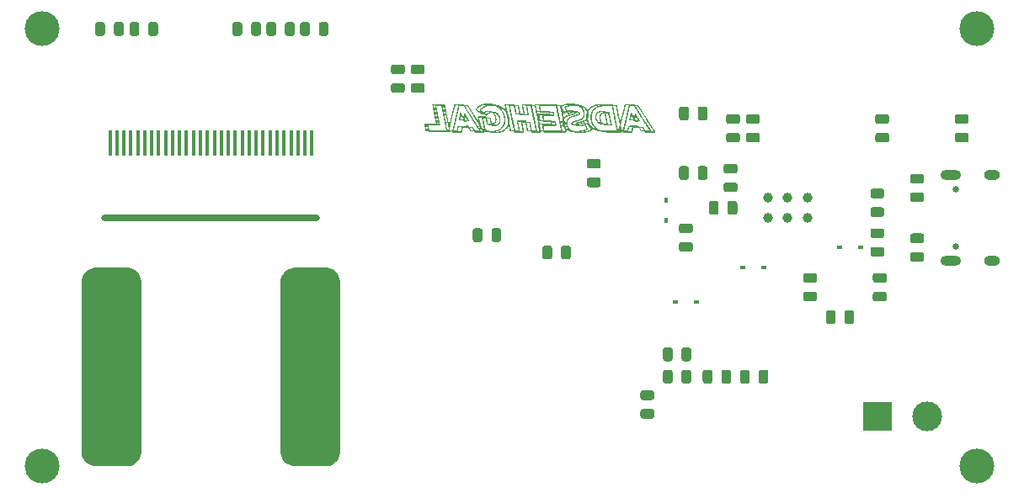
<source format=gbr>
%TF.GenerationSoftware,KiCad,Pcbnew,(5.99.0-3349-gc9824bbd9)*%
%TF.CreationDate,2020-09-17T19:27:59-07:00*%
%TF.ProjectId,Power_Supply,506f7765-725f-4537-9570-706c792e6b69,rev?*%
%TF.SameCoordinates,Original*%
%TF.FileFunction,Soldermask,Bot*%
%TF.FilePolarity,Negative*%
%FSLAX46Y46*%
G04 Gerber Fmt 4.6, Leading zero omitted, Abs format (unit mm)*
G04 Created by KiCad (PCBNEW (5.99.0-3349-gc9824bbd9)) date 2020-09-17 19:27:59*
%MOMM*%
%LPD*%
G01*
G04 APERTURE LIST*
%ADD10C,3.500000*%
%ADD11R,3.000000X3.000000*%
%ADD12C,3.000000*%
%ADD13O,22.010000X0.600000*%
%ADD14R,0.400000X2.500000*%
%ADD15C,5.000000*%
%ADD16C,0.650000*%
%ADD17O,1.600000X1.000000*%
%ADD18O,2.100000X1.000000*%
%ADD19C,1.000000*%
%ADD20R,0.600000X0.450000*%
%ADD21R,0.450000X0.600000*%
G04 APERTURE END LIST*
%TO.C,G\u002A\u002A\u002A*%
G36*
X75105285Y-24208301D02*
G01*
X75112862Y-24222172D01*
X75117833Y-24231577D01*
X75119978Y-24236130D01*
X75120308Y-24237171D01*
X75122447Y-24253972D01*
X75119433Y-24271046D01*
X75111895Y-24287025D01*
X75100466Y-24300542D01*
X75085777Y-24310230D01*
X75084564Y-24310755D01*
X75082003Y-24311660D01*
X75078779Y-24312452D01*
X75074506Y-24313138D01*
X75068797Y-24313725D01*
X75061266Y-24314222D01*
X75051525Y-24314637D01*
X75039188Y-24314976D01*
X75023868Y-24315248D01*
X75005179Y-24315461D01*
X74982733Y-24315621D01*
X74956145Y-24315737D01*
X74925026Y-24315817D01*
X74888992Y-24315868D01*
X74847654Y-24315897D01*
X74800626Y-24315914D01*
X74781444Y-24315919D01*
X74735692Y-24315932D01*
X74695487Y-24315926D01*
X74660446Y-24315882D01*
X74630189Y-24315779D01*
X74604332Y-24315597D01*
X74582493Y-24315316D01*
X74564291Y-24314915D01*
X74549342Y-24314375D01*
X74537265Y-24313675D01*
X74527677Y-24312795D01*
X74520196Y-24311714D01*
X74514441Y-24310412D01*
X74510028Y-24308870D01*
X74506576Y-24307066D01*
X74503702Y-24304981D01*
X74501025Y-24302594D01*
X74498161Y-24299885D01*
X74497131Y-24298895D01*
X74486786Y-24284750D01*
X74480230Y-24267407D01*
X74477914Y-24248621D01*
X74480286Y-24230149D01*
X74482580Y-24221794D01*
X74284219Y-24221794D01*
X74246515Y-24221789D01*
X74214266Y-24221746D01*
X74186999Y-24221625D01*
X74164239Y-24221388D01*
X74145513Y-24220997D01*
X74130347Y-24220412D01*
X74118265Y-24219596D01*
X74108795Y-24218510D01*
X74101463Y-24217115D01*
X74095794Y-24215373D01*
X74091314Y-24213246D01*
X74087549Y-24210694D01*
X74084025Y-24207679D01*
X74080269Y-24204163D01*
X74077467Y-24201298D01*
X74068744Y-24188963D01*
X74062587Y-24174949D01*
X74060210Y-24161825D01*
X74060682Y-24158113D01*
X74062220Y-24148779D01*
X74064740Y-24134363D01*
X74068154Y-24115327D01*
X74072377Y-24092131D01*
X74072697Y-24090388D01*
X74202953Y-24090388D01*
X74203034Y-24090641D01*
X74204902Y-24091495D01*
X74209553Y-24092210D01*
X74217398Y-24092796D01*
X74228850Y-24093264D01*
X74244318Y-24093623D01*
X74264217Y-24093885D01*
X74288956Y-24094059D01*
X74318948Y-24094156D01*
X74354605Y-24094186D01*
X74506267Y-24094186D01*
X74512953Y-24063010D01*
X74499806Y-24040165D01*
X74646898Y-24040165D01*
X74659934Y-24063010D01*
X74674819Y-24089097D01*
X74677943Y-24094575D01*
X74686965Y-24110525D01*
X74693482Y-24122500D01*
X74697900Y-24131504D01*
X74700626Y-24138541D01*
X74702068Y-24144615D01*
X74702632Y-24150728D01*
X74702726Y-24157884D01*
X74702419Y-24167765D01*
X74701476Y-24177342D01*
X74700122Y-24183056D01*
X74699854Y-24183719D01*
X74699930Y-24184914D01*
X74701302Y-24185886D01*
X74704500Y-24186657D01*
X74710056Y-24187251D01*
X74718500Y-24187690D01*
X74730364Y-24187997D01*
X74746180Y-24188196D01*
X74766479Y-24188310D01*
X74791791Y-24188361D01*
X74822649Y-24188373D01*
X74947767Y-24188373D01*
X74937798Y-24170903D01*
X74925520Y-24149406D01*
X74907987Y-24118776D01*
X74889775Y-24087029D01*
X74871132Y-24054590D01*
X74852305Y-24021886D01*
X74833539Y-23989342D01*
X74815083Y-23957384D01*
X74797182Y-23926438D01*
X74780083Y-23896930D01*
X74764034Y-23869285D01*
X74749282Y-23843931D01*
X74736072Y-23821292D01*
X74724652Y-23801794D01*
X74715269Y-23785863D01*
X74708169Y-23773926D01*
X74703600Y-23766407D01*
X74701808Y-23763733D01*
X74700905Y-23766032D01*
X74698969Y-23773737D01*
X74696156Y-23786297D01*
X74692587Y-23803131D01*
X74688384Y-23823656D01*
X74683668Y-23847289D01*
X74678560Y-23873448D01*
X74673180Y-23901549D01*
X74646898Y-24040165D01*
X74499806Y-24040165D01*
X74398368Y-23863912D01*
X74396267Y-23860263D01*
X74378023Y-23828629D01*
X74360687Y-23798680D01*
X74344496Y-23770814D01*
X74329684Y-23745431D01*
X74316485Y-23722928D01*
X74305134Y-23703705D01*
X74295865Y-23688159D01*
X74288912Y-23676691D01*
X74284511Y-23669698D01*
X74282895Y-23667580D01*
X74282770Y-23668081D01*
X74281666Y-23673414D01*
X74279593Y-23683930D01*
X74276660Y-23699041D01*
X74272980Y-23718162D01*
X74268663Y-23740705D01*
X74263821Y-23766083D01*
X74258563Y-23793710D01*
X74253001Y-23822998D01*
X74247247Y-23853360D01*
X74241411Y-23884209D01*
X74235603Y-23914960D01*
X74229936Y-23945023D01*
X74224519Y-23973814D01*
X74219465Y-24000744D01*
X74214883Y-24025226D01*
X74210885Y-24046675D01*
X74207582Y-24064502D01*
X74205085Y-24078122D01*
X74203505Y-24086946D01*
X74202953Y-24090388D01*
X74072697Y-24090388D01*
X74077320Y-24065235D01*
X74082896Y-24035098D01*
X74089020Y-24002182D01*
X74095602Y-23966946D01*
X74102556Y-23929851D01*
X74109795Y-23891357D01*
X74117232Y-23851924D01*
X74124780Y-23812013D01*
X74132351Y-23772083D01*
X74139858Y-23732595D01*
X74147215Y-23694009D01*
X74154333Y-23656786D01*
X74161126Y-23621385D01*
X74167507Y-23588266D01*
X74173388Y-23557891D01*
X74178683Y-23530719D01*
X74183304Y-23507210D01*
X74187164Y-23487825D01*
X74190175Y-23473024D01*
X74192252Y-23463268D01*
X74193306Y-23459015D01*
X74199216Y-23447593D01*
X74210782Y-23434915D01*
X74225274Y-23425982D01*
X74241567Y-23420958D01*
X74258537Y-23420004D01*
X74275059Y-23423285D01*
X74290007Y-23430963D01*
X74302259Y-23443203D01*
X74302601Y-23443699D01*
X74306034Y-23449192D01*
X74312187Y-23459440D01*
X74320810Y-23474011D01*
X74331650Y-23492475D01*
X74344457Y-23514402D01*
X74358981Y-23539361D01*
X74374969Y-23566922D01*
X74392172Y-23596654D01*
X74410337Y-23628127D01*
X74429215Y-23660911D01*
X74442444Y-23683900D01*
X74462911Y-23719401D01*
X74480671Y-23750099D01*
X74495906Y-23776297D01*
X74508802Y-23798300D01*
X74519543Y-23816409D01*
X74528313Y-23830931D01*
X74535297Y-23842168D01*
X74540679Y-23850424D01*
X74544643Y-23856003D01*
X74547375Y-23859209D01*
X74549057Y-23860346D01*
X74549876Y-23859718D01*
X74549908Y-23859612D01*
X74550978Y-23854916D01*
X74553044Y-23844898D01*
X74555988Y-23830169D01*
X74559688Y-23811339D01*
X74564027Y-23789019D01*
X74568885Y-23763820D01*
X74574143Y-23736351D01*
X74579681Y-23707224D01*
X74579896Y-23706086D01*
X74585494Y-23676833D01*
X74590894Y-23649126D01*
X74595965Y-23623599D01*
X74600577Y-23600884D01*
X74604600Y-23581614D01*
X74607905Y-23566420D01*
X74610361Y-23555936D01*
X74611838Y-23550794D01*
X74621367Y-23535069D01*
X74634484Y-23523392D01*
X74650080Y-23515997D01*
X74667069Y-23513072D01*
X74684362Y-23514803D01*
X74700872Y-23521377D01*
X74715511Y-23532982D01*
X74716220Y-23533890D01*
X74720050Y-23539748D01*
X74726577Y-23550357D01*
X74735579Y-23565332D01*
X74746836Y-23584289D01*
X74760127Y-23606845D01*
X74775231Y-23632615D01*
X74791928Y-23661216D01*
X74809995Y-23692263D01*
X74829213Y-23725372D01*
X74849360Y-23760158D01*
X74870215Y-23796239D01*
X74891559Y-23833230D01*
X74913168Y-23870747D01*
X74934823Y-23908406D01*
X74956303Y-23945823D01*
X74977387Y-23982613D01*
X74997854Y-24018393D01*
X75017483Y-24052778D01*
X75036052Y-24085385D01*
X75053342Y-24115830D01*
X75069132Y-24143728D01*
X75083199Y-24168695D01*
X75094219Y-24188373D01*
X75095324Y-24190348D01*
X75105285Y-24208301D01*
G37*
G36*
X72826727Y-22685218D02*
G01*
X72828190Y-22691839D01*
X72830768Y-22704054D01*
X72834412Y-22721623D01*
X72839075Y-22744305D01*
X72844708Y-22771860D01*
X72851262Y-22804049D01*
X72858689Y-22840630D01*
X72866940Y-22881364D01*
X72875966Y-22926011D01*
X72885720Y-22974330D01*
X72896153Y-23026081D01*
X72907216Y-23081024D01*
X72918861Y-23138920D01*
X72931039Y-23199527D01*
X72943702Y-23262605D01*
X72956801Y-23327915D01*
X72970287Y-23395216D01*
X72984113Y-23464268D01*
X72998230Y-23534831D01*
X73005869Y-23573026D01*
X73019805Y-23642689D01*
X73033410Y-23710668D01*
X73046635Y-23776726D01*
X73059433Y-23840626D01*
X73071757Y-23902130D01*
X73083558Y-23961000D01*
X73094789Y-24016999D01*
X73105402Y-24069889D01*
X73115349Y-24119433D01*
X73124583Y-24165394D01*
X73133056Y-24207534D01*
X73140721Y-24245615D01*
X73147528Y-24279399D01*
X73153432Y-24308650D01*
X73158384Y-24333130D01*
X73162336Y-24352601D01*
X73165241Y-24366826D01*
X73167051Y-24375567D01*
X73167718Y-24378587D01*
X73167761Y-24378487D01*
X73168800Y-24374502D01*
X73171175Y-24364876D01*
X73174831Y-24349837D01*
X73179715Y-24329613D01*
X73185770Y-24304430D01*
X73192945Y-24274516D01*
X73201184Y-24240099D01*
X73210433Y-24201405D01*
X73220638Y-24158663D01*
X73231744Y-24112099D01*
X73243698Y-24061942D01*
X73256445Y-24008417D01*
X73269932Y-23951754D01*
X73284103Y-23892179D01*
X73298904Y-23829920D01*
X73314282Y-23765203D01*
X73330182Y-23698257D01*
X73346551Y-23629309D01*
X73363332Y-23558586D01*
X73380473Y-23486316D01*
X73390038Y-23445985D01*
X73410333Y-23360434D01*
X73429299Y-23280532D01*
X73446980Y-23206096D01*
X73463420Y-23136943D01*
X73478665Y-23072889D01*
X73492757Y-23013751D01*
X73505743Y-22959347D01*
X73517666Y-22909493D01*
X73528571Y-22864005D01*
X73538502Y-22822701D01*
X73547503Y-22785397D01*
X73555620Y-22751911D01*
X73562897Y-22722058D01*
X73569378Y-22695657D01*
X73575107Y-22672523D01*
X73580129Y-22652474D01*
X73584489Y-22635326D01*
X73588231Y-22620896D01*
X73591400Y-22609001D01*
X73594039Y-22599458D01*
X73596194Y-22592083D01*
X73597908Y-22586694D01*
X73599227Y-22583107D01*
X73600195Y-22581140D01*
X73609509Y-22570806D01*
X73623562Y-22561481D01*
X73639016Y-22553780D01*
X74089701Y-22553780D01*
X74137674Y-22553776D01*
X74195277Y-22553769D01*
X74247319Y-22553767D01*
X74294094Y-22553781D01*
X74335895Y-22553822D01*
X74373013Y-22553900D01*
X74405743Y-22554027D01*
X74434376Y-22554212D01*
X74459206Y-22554467D01*
X74480525Y-22554801D01*
X74498626Y-22555227D01*
X74513802Y-22555753D01*
X74526345Y-22556392D01*
X74536548Y-22557153D01*
X74544704Y-22558047D01*
X74551106Y-22559084D01*
X74556045Y-22560277D01*
X74559816Y-22561634D01*
X74562711Y-22563167D01*
X74565023Y-22564886D01*
X74567043Y-22566802D01*
X74569066Y-22568925D01*
X74571383Y-22571267D01*
X74571753Y-22571634D01*
X74576830Y-22577725D01*
X74584049Y-22587596D01*
X74592503Y-22599965D01*
X74601284Y-22613546D01*
X74622780Y-22647775D01*
X74794925Y-22648630D01*
X74967069Y-22649485D01*
X74978345Y-22657281D01*
X74980713Y-22658987D01*
X74989134Y-22665983D01*
X74995385Y-22672473D01*
X74995887Y-22673188D01*
X74999382Y-22678499D01*
X75002905Y-22683939D01*
X75005967Y-22688669D01*
X75015524Y-22703515D01*
X75027936Y-22722852D01*
X75043085Y-22746493D01*
X75060853Y-22774255D01*
X75081122Y-22805953D01*
X75103774Y-22841402D01*
X75128693Y-22880417D01*
X75155760Y-22922812D01*
X75184857Y-22968404D01*
X75215867Y-23017007D01*
X75248673Y-23068436D01*
X75283155Y-23122506D01*
X75319198Y-23179033D01*
X75356682Y-23237832D01*
X75395491Y-23298718D01*
X75435506Y-23361505D01*
X75476610Y-23426010D01*
X75518685Y-23492046D01*
X75561613Y-23559430D01*
X75605278Y-23627976D01*
X75649560Y-23697499D01*
X75694342Y-23767815D01*
X75739507Y-23838739D01*
X75784937Y-23910085D01*
X75830515Y-23981669D01*
X75876121Y-24053306D01*
X75921639Y-24124812D01*
X75966952Y-24196000D01*
X76011940Y-24266687D01*
X76056488Y-24336687D01*
X76100476Y-24405815D01*
X76143787Y-24473888D01*
X76186304Y-24540719D01*
X76227909Y-24606123D01*
X76268484Y-24669917D01*
X76307911Y-24731915D01*
X76346072Y-24791932D01*
X76382851Y-24849783D01*
X76418129Y-24905284D01*
X76451788Y-24958249D01*
X76483712Y-25008494D01*
X76513781Y-25055833D01*
X76541879Y-25100082D01*
X76567887Y-25141057D01*
X76591689Y-25178571D01*
X76613165Y-25212440D01*
X76632199Y-25242480D01*
X76648673Y-25268505D01*
X76661159Y-25288256D01*
X76662470Y-25290331D01*
X76673470Y-25307772D01*
X76681557Y-25320644D01*
X76686614Y-25328761D01*
X76688521Y-25331940D01*
X76690647Y-25337270D01*
X76693878Y-25355115D01*
X76691656Y-25372655D01*
X76684388Y-25388855D01*
X76672483Y-25402686D01*
X76656352Y-25413115D01*
X76654626Y-25413836D01*
X76652470Y-25414508D01*
X76649641Y-25415116D01*
X76645853Y-25415663D01*
X76640823Y-25416153D01*
X76634265Y-25416588D01*
X76625897Y-25416972D01*
X76615432Y-25417308D01*
X76602588Y-25417600D01*
X76587079Y-25417850D01*
X76568622Y-25418062D01*
X76546931Y-25418240D01*
X76521724Y-25418386D01*
X76492714Y-25418503D01*
X76459618Y-25418596D01*
X76422152Y-25418667D01*
X76380031Y-25418719D01*
X76332971Y-25418756D01*
X76280687Y-25418781D01*
X76222895Y-25418798D01*
X76159312Y-25418809D01*
X75674425Y-25418875D01*
X75661034Y-25411844D01*
X75655478Y-25408470D01*
X75648678Y-25402776D01*
X75641558Y-25394757D01*
X75633515Y-25383638D01*
X75623947Y-25368643D01*
X75612251Y-25348995D01*
X75598968Y-25326208D01*
X75425818Y-25324689D01*
X75392079Y-25324395D01*
X75359310Y-25324091D01*
X75331693Y-25323770D01*
X75308736Y-25323385D01*
X75289948Y-25322890D01*
X75274839Y-25322238D01*
X75262919Y-25321382D01*
X75253697Y-25320274D01*
X75246681Y-25318869D01*
X75241382Y-25317118D01*
X75237310Y-25314976D01*
X75233972Y-25312394D01*
X75230880Y-25309327D01*
X75227541Y-25305728D01*
X75227170Y-25305274D01*
X75223813Y-25300223D01*
X75217786Y-25290472D01*
X75209367Y-25276490D01*
X75198830Y-25258744D01*
X75186452Y-25237705D01*
X75172509Y-25213840D01*
X75157276Y-25187618D01*
X75141030Y-25159508D01*
X75124047Y-25129979D01*
X75027450Y-24961614D01*
X74748121Y-24960846D01*
X74475331Y-24960095D01*
X75172589Y-24960095D01*
X75241452Y-25080107D01*
X75310314Y-25200119D01*
X75417707Y-25200119D01*
X75422035Y-25200118D01*
X75452865Y-25200013D01*
X75478364Y-25199743D01*
X75498386Y-25199313D01*
X75512779Y-25198728D01*
X75521396Y-25197990D01*
X75524087Y-25197105D01*
X75523176Y-25195326D01*
X75519528Y-25188698D01*
X75513392Y-25177739D01*
X75505076Y-25162997D01*
X75494892Y-25145020D01*
X75483150Y-25124356D01*
X75470160Y-25101554D01*
X75456232Y-25077162D01*
X75389390Y-24960232D01*
X75280989Y-24960164D01*
X75172589Y-24960095D01*
X74475331Y-24960095D01*
X74468792Y-24960077D01*
X74429820Y-25167269D01*
X74422459Y-25206148D01*
X74415311Y-25243376D01*
X74408735Y-25277062D01*
X74402803Y-25306858D01*
X74397587Y-25332413D01*
X74393158Y-25353381D01*
X74389586Y-25369413D01*
X74386944Y-25380160D01*
X74385301Y-25385274D01*
X74382258Y-25390646D01*
X74370255Y-25404562D01*
X74354153Y-25414173D01*
X74352839Y-25414625D01*
X74350139Y-25415222D01*
X74346219Y-25415761D01*
X74340794Y-25416246D01*
X74333578Y-25416678D01*
X74324285Y-25417061D01*
X74312630Y-25417398D01*
X74298326Y-25417692D01*
X74281089Y-25417945D01*
X74260632Y-25418160D01*
X74236670Y-25418341D01*
X74208917Y-25418489D01*
X74177087Y-25418609D01*
X74140895Y-25418702D01*
X74100055Y-25418772D01*
X74054280Y-25418822D01*
X74003287Y-25418853D01*
X73946788Y-25418870D01*
X73884499Y-25418875D01*
X73426099Y-25418875D01*
X73412709Y-25411806D01*
X73408849Y-25409478D01*
X73398572Y-25401167D01*
X73390203Y-25391772D01*
X73386861Y-25386816D01*
X73383717Y-25380774D01*
X73381994Y-25374131D01*
X73381279Y-25365064D01*
X73381162Y-25351748D01*
X73381235Y-25324689D01*
X73357934Y-25324689D01*
X73359962Y-25345275D01*
X73360333Y-25350362D01*
X73358743Y-25370858D01*
X73351985Y-25388270D01*
X73340159Y-25402417D01*
X73323361Y-25413115D01*
X73322893Y-25413325D01*
X73321356Y-25413906D01*
X73319383Y-25414444D01*
X73316749Y-25414940D01*
X73313228Y-25415397D01*
X73308595Y-25415816D01*
X73302623Y-25416198D01*
X73295087Y-25416546D01*
X73285762Y-25416861D01*
X73274422Y-25417145D01*
X73260840Y-25417399D01*
X73244793Y-25417625D01*
X73226053Y-25417825D01*
X73204396Y-25418000D01*
X73179595Y-25418152D01*
X73151425Y-25418283D01*
X73119661Y-25418394D01*
X73084077Y-25418488D01*
X73044446Y-25418565D01*
X73000545Y-25418627D01*
X72952146Y-25418676D01*
X72899024Y-25418715D01*
X72840954Y-25418743D01*
X72777710Y-25418764D01*
X72709066Y-25418778D01*
X72634797Y-25418788D01*
X72554677Y-25418794D01*
X72515647Y-25418796D01*
X72435482Y-25418794D01*
X72361036Y-25418780D01*
X72292063Y-25418753D01*
X72228321Y-25418710D01*
X72169563Y-25418649D01*
X72115545Y-25418566D01*
X72066023Y-25418459D01*
X72020752Y-25418326D01*
X71979487Y-25418165D01*
X71941984Y-25417972D01*
X71907998Y-25417746D01*
X71877284Y-25417483D01*
X71849598Y-25417182D01*
X71824694Y-25416839D01*
X71802329Y-25416452D01*
X71782258Y-25416019D01*
X71764236Y-25415537D01*
X71748018Y-25415004D01*
X71733359Y-25414417D01*
X71720016Y-25413773D01*
X71707743Y-25413070D01*
X71696296Y-25412306D01*
X71685430Y-25411478D01*
X71674900Y-25410583D01*
X71664462Y-25409620D01*
X71624780Y-25405446D01*
X71554598Y-25396228D01*
X71484909Y-25384813D01*
X71416810Y-25371425D01*
X71351398Y-25356287D01*
X71289771Y-25339625D01*
X71233026Y-25321660D01*
X71221422Y-25318091D01*
X71200723Y-25313082D01*
X71174868Y-25308127D01*
X71143397Y-25303132D01*
X71088945Y-25294454D01*
X70983836Y-25273557D01*
X70882168Y-25247709D01*
X70783967Y-25216919D01*
X70689258Y-25181198D01*
X70598067Y-25140556D01*
X70510418Y-25095002D01*
X70426337Y-25044546D01*
X70345849Y-24989199D01*
X70334221Y-24980530D01*
X70309228Y-24961183D01*
X70283410Y-24940368D01*
X70258233Y-24919300D01*
X70235163Y-24899194D01*
X70215667Y-24881268D01*
X70191611Y-24858313D01*
X70202371Y-24879581D01*
X70203222Y-24881255D01*
X70207776Y-24890103D01*
X70214669Y-24903406D01*
X70223530Y-24920449D01*
X70233988Y-24940518D01*
X70245670Y-24962900D01*
X70258205Y-24986881D01*
X70271220Y-25011746D01*
X70276098Y-25021079D01*
X70288528Y-25045048D01*
X70300036Y-25067499D01*
X70310299Y-25087790D01*
X70318999Y-25105280D01*
X70325814Y-25119326D01*
X70328121Y-25124309D01*
X70330424Y-25129287D01*
X70332509Y-25134520D01*
X70332807Y-25135689D01*
X70333981Y-25152474D01*
X70330205Y-25169591D01*
X70322115Y-25185228D01*
X70310350Y-25197571D01*
X70308998Y-25198568D01*
X70297685Y-25206087D01*
X70281962Y-25215550D01*
X70262777Y-25226430D01*
X70241079Y-25238201D01*
X70217815Y-25250334D01*
X70193935Y-25262303D01*
X70174426Y-25271693D01*
X70097313Y-25305608D01*
X70015350Y-25336904D01*
X69929094Y-25365452D01*
X69839106Y-25391125D01*
X69745943Y-25413795D01*
X69650165Y-25433334D01*
X69552329Y-25449616D01*
X69452996Y-25462511D01*
X69352723Y-25471892D01*
X69252069Y-25477632D01*
X69244659Y-25477886D01*
X69223524Y-25478390D01*
X69198632Y-25478742D01*
X69171074Y-25478947D01*
X69141945Y-25479008D01*
X69112336Y-25478931D01*
X69083340Y-25478719D01*
X69056049Y-25478377D01*
X69031557Y-25477909D01*
X69010954Y-25477320D01*
X68995335Y-25476613D01*
X68935023Y-25472469D01*
X68863409Y-25465912D01*
X68795877Y-25457705D01*
X68731398Y-25447664D01*
X68668941Y-25435607D01*
X68607473Y-25421348D01*
X68545965Y-25404706D01*
X68483385Y-25385496D01*
X68462471Y-25379076D01*
X68432793Y-25371520D01*
X68407428Y-25367229D01*
X68366412Y-25361922D01*
X68304379Y-25351565D01*
X69173074Y-25351565D01*
X69208014Y-25351348D01*
X69225150Y-25351102D01*
X69262282Y-25349835D01*
X69303316Y-25347621D01*
X69346886Y-25344570D01*
X69391623Y-25340792D01*
X69436161Y-25336398D01*
X69479131Y-25331499D01*
X69519167Y-25326204D01*
X69552817Y-25321168D01*
X69646507Y-25304792D01*
X69737770Y-25285359D01*
X69826060Y-25263026D01*
X69910833Y-25237950D01*
X69991545Y-25210288D01*
X70067650Y-25180198D01*
X70138603Y-25147835D01*
X70186571Y-25124309D01*
X70181488Y-25114361D01*
X70178784Y-25109125D01*
X70173416Y-25098796D01*
X70165725Y-25084031D01*
X70155967Y-25065316D01*
X70144395Y-25043139D01*
X70131266Y-25017989D01*
X70116832Y-24990351D01*
X70101351Y-24960714D01*
X70085076Y-24929566D01*
X70068262Y-24897393D01*
X70051164Y-24864684D01*
X70034037Y-24831925D01*
X70017136Y-24799604D01*
X70000715Y-24768210D01*
X69985030Y-24738228D01*
X69970335Y-24710148D01*
X69956886Y-24684455D01*
X69944936Y-24661638D01*
X69934742Y-24642185D01*
X69926557Y-24626582D01*
X69920637Y-24615318D01*
X69917236Y-24608879D01*
X69900909Y-24578200D01*
X69873398Y-24592309D01*
X69865125Y-24596552D01*
X69855341Y-24601473D01*
X69837494Y-24610167D01*
X69817135Y-24619836D01*
X69796088Y-24629619D01*
X69776172Y-24638652D01*
X69774773Y-24639279D01*
X69758457Y-24646787D01*
X69744375Y-24653632D01*
X69733365Y-24659379D01*
X69726262Y-24663592D01*
X69723904Y-24665837D01*
X69724460Y-24667070D01*
X69727516Y-24673194D01*
X69733027Y-24683994D01*
X69740761Y-24699023D01*
X69750486Y-24717834D01*
X69761971Y-24739980D01*
X69774984Y-24765014D01*
X69789294Y-24792489D01*
X69804668Y-24821958D01*
X69820876Y-24852974D01*
X69821316Y-24853815D01*
X69840042Y-24889636D01*
X69856150Y-24920496D01*
X69869837Y-24946811D01*
X69881299Y-24968992D01*
X69890733Y-24987455D01*
X69898338Y-25002611D01*
X69904309Y-25014875D01*
X69908845Y-25024661D01*
X69911248Y-25030288D01*
X69912141Y-25032382D01*
X69914397Y-25038451D01*
X69915808Y-25043282D01*
X69916571Y-25047288D01*
X69916885Y-25050884D01*
X69916946Y-25054482D01*
X69916912Y-25057173D01*
X69915954Y-25067556D01*
X69913348Y-25077101D01*
X69908659Y-25086167D01*
X69901448Y-25095114D01*
X69891277Y-25104302D01*
X69877711Y-25114088D01*
X69860310Y-25124835D01*
X69838638Y-25136899D01*
X69812257Y-25150642D01*
X69780730Y-25166423D01*
X69777344Y-25168091D01*
X69697850Y-25204400D01*
X69613205Y-25237834D01*
X69523642Y-25268321D01*
X69429392Y-25295786D01*
X69330688Y-25320155D01*
X69227763Y-25341356D01*
X69173074Y-25351565D01*
X68304379Y-25351565D01*
X68289482Y-25349078D01*
X68211910Y-25332561D01*
X68135279Y-25312761D01*
X68061175Y-25290069D01*
X67991184Y-25264874D01*
X67989610Y-25264257D01*
X67952945Y-25249002D01*
X67913967Y-25231240D01*
X67874031Y-25211680D01*
X67834494Y-25191029D01*
X67796711Y-25169995D01*
X67762040Y-25149283D01*
X67731835Y-25129602D01*
X67723595Y-25124075D01*
X67715693Y-25119366D01*
X67711705Y-25118067D01*
X67711146Y-25119950D01*
X67712910Y-25126982D01*
X67715566Y-25139015D01*
X67718909Y-25155056D01*
X67722782Y-25174274D01*
X67727028Y-25195838D01*
X67731491Y-25218920D01*
X67736014Y-25242686D01*
X67740440Y-25266308D01*
X67744612Y-25288955D01*
X67745030Y-25291268D01*
X67748374Y-25309797D01*
X67751568Y-25328002D01*
X67754039Y-25342741D01*
X67755628Y-25353182D01*
X67756180Y-25358496D01*
X67755913Y-25363573D01*
X67751512Y-25380953D01*
X67742417Y-25396290D01*
X67729544Y-25408346D01*
X67713804Y-25415886D01*
X67713641Y-25415924D01*
X67709791Y-25416236D01*
X67701472Y-25416526D01*
X67688605Y-25416796D01*
X67671109Y-25417045D01*
X67648903Y-25417273D01*
X67621907Y-25417480D01*
X67590041Y-25417667D01*
X67553224Y-25417834D01*
X67511376Y-25417981D01*
X67464417Y-25418108D01*
X67412265Y-25418216D01*
X67354841Y-25418304D01*
X67292065Y-25418372D01*
X67223855Y-25418422D01*
X67150131Y-25418452D01*
X67070813Y-25418464D01*
X66985821Y-25418457D01*
X66895074Y-25418431D01*
X66798492Y-25418387D01*
X66695994Y-25418325D01*
X66587500Y-25418245D01*
X65472452Y-25417356D01*
X65461262Y-25409787D01*
X65458255Y-25407624D01*
X65445723Y-25394768D01*
X65436352Y-25377557D01*
X65429794Y-25355392D01*
X65429340Y-25353255D01*
X65426887Y-25341982D01*
X65424875Y-25333139D01*
X65423704Y-25328486D01*
X65423092Y-25327861D01*
X65419841Y-25326917D01*
X65413404Y-25326165D01*
X65403300Y-25325588D01*
X65389048Y-25325169D01*
X65370164Y-25324891D01*
X65346169Y-25324736D01*
X65316579Y-25324689D01*
X65210646Y-25324689D01*
X65211880Y-25348235D01*
X65212268Y-25359635D01*
X65211729Y-25369375D01*
X65209776Y-25377222D01*
X65206060Y-25385414D01*
X65204884Y-25387528D01*
X65196306Y-25398839D01*
X65185833Y-25408201D01*
X65172659Y-25417356D01*
X64711862Y-25418252D01*
X64652029Y-25418357D01*
X64588957Y-25418437D01*
X64531672Y-25418474D01*
X64480022Y-25418467D01*
X64433851Y-25418416D01*
X64393006Y-25418318D01*
X64357333Y-25418174D01*
X64326677Y-25417982D01*
X64300885Y-25417743D01*
X64279802Y-25417454D01*
X64263274Y-25417116D01*
X64251148Y-25416727D01*
X64243268Y-25416287D01*
X64239482Y-25415795D01*
X64225752Y-25409952D01*
X64214043Y-25400288D01*
X64204708Y-25386426D01*
X64197357Y-25367782D01*
X64191601Y-25343768D01*
X64188025Y-25324868D01*
X64003827Y-25324019D01*
X63819629Y-25323169D01*
X63808995Y-25315685D01*
X63799308Y-25308186D01*
X63792214Y-25300399D01*
X63785801Y-25289990D01*
X63785063Y-25287647D01*
X63783075Y-25279528D01*
X63780020Y-25266049D01*
X63775972Y-25247558D01*
X63771002Y-25224399D01*
X63765183Y-25196920D01*
X63758588Y-25165467D01*
X63751288Y-25130386D01*
X63743356Y-25092024D01*
X63734864Y-25050726D01*
X63725884Y-25006840D01*
X63716488Y-24960711D01*
X63706750Y-24912687D01*
X63696740Y-24863112D01*
X63612815Y-24446563D01*
X63741478Y-24446563D01*
X63743167Y-24453431D01*
X63743719Y-24456018D01*
X63745428Y-24464324D01*
X63748200Y-24477920D01*
X63751960Y-24496437D01*
X63756633Y-24519503D01*
X63762144Y-24546748D01*
X63768419Y-24577802D01*
X63775383Y-24612295D01*
X63782960Y-24649855D01*
X63791077Y-24690114D01*
X63799657Y-24732700D01*
X63808627Y-24777243D01*
X63817911Y-24823373D01*
X63825370Y-24860436D01*
X63834407Y-24905323D01*
X63843068Y-24948327D01*
X63851279Y-24989076D01*
X63858964Y-25027201D01*
X63866050Y-25062331D01*
X63872461Y-25094096D01*
X63878123Y-25122126D01*
X63882961Y-25146050D01*
X63886899Y-25165498D01*
X63889865Y-25180100D01*
X63891781Y-25189485D01*
X63892575Y-25193283D01*
X63894183Y-25200119D01*
X64027809Y-25200119D01*
X64047641Y-25200094D01*
X64074146Y-25199977D01*
X64098251Y-25199774D01*
X64119342Y-25199496D01*
X64136807Y-25199154D01*
X64150034Y-25198756D01*
X64158409Y-25198315D01*
X64161321Y-25197841D01*
X64161321Y-25197839D01*
X64160710Y-25194594D01*
X64158970Y-25185755D01*
X64156173Y-25171678D01*
X64152391Y-25152724D01*
X64147695Y-25129251D01*
X64142159Y-25101619D01*
X64135852Y-25070185D01*
X64128849Y-25035308D01*
X64121221Y-24997349D01*
X64113039Y-24956665D01*
X64104376Y-24913615D01*
X64095303Y-24868558D01*
X64085894Y-24821854D01*
X64010581Y-24448146D01*
X63876030Y-24447354D01*
X63741478Y-24446563D01*
X63612815Y-24446563D01*
X63612521Y-24445107D01*
X63464657Y-24444319D01*
X63461483Y-24444302D01*
X63432333Y-24444197D01*
X63405179Y-24444179D01*
X63380602Y-24444244D01*
X63359186Y-24444386D01*
X63341514Y-24444600D01*
X63328170Y-24444881D01*
X63319735Y-24445224D01*
X63316794Y-24445623D01*
X63316852Y-24445986D01*
X63317803Y-24450939D01*
X63319870Y-24461423D01*
X63322987Y-24477111D01*
X63327090Y-24497677D01*
X63332112Y-24522796D01*
X63337990Y-24552143D01*
X63344657Y-24585391D01*
X63352047Y-24622216D01*
X63360097Y-24662291D01*
X63368740Y-24705292D01*
X63377912Y-24750893D01*
X63387546Y-24798767D01*
X63397578Y-24848590D01*
X63407943Y-24900036D01*
X63411097Y-24915691D01*
X63421375Y-24966750D01*
X63431300Y-25016123D01*
X63440807Y-25063481D01*
X63449831Y-25108496D01*
X63458306Y-25150840D01*
X63466166Y-25190183D01*
X63473346Y-25226198D01*
X63479781Y-25258556D01*
X63485405Y-25286928D01*
X63485773Y-25288789D01*
X63490153Y-25310986D01*
X63493959Y-25330403D01*
X63496758Y-25344848D01*
X63498485Y-25353994D01*
X63499074Y-25357512D01*
X63497104Y-25369985D01*
X63491044Y-25384656D01*
X63481985Y-25397645D01*
X63480985Y-25398783D01*
X63478767Y-25401505D01*
X63476798Y-25403972D01*
X63474792Y-25406198D01*
X63472460Y-25408194D01*
X63469515Y-25409971D01*
X63465670Y-25411543D01*
X63460637Y-25412920D01*
X63454128Y-25414114D01*
X63445856Y-25415138D01*
X63435533Y-25416003D01*
X63422872Y-25416721D01*
X63407585Y-25417304D01*
X63389385Y-25417763D01*
X63367983Y-25418111D01*
X63343093Y-25418360D01*
X63314428Y-25418521D01*
X63281698Y-25418606D01*
X63244617Y-25418627D01*
X63202898Y-25418596D01*
X63156252Y-25418525D01*
X63104392Y-25418425D01*
X63047031Y-25418309D01*
X62983881Y-25418188D01*
X62521840Y-25417356D01*
X62509031Y-25408879D01*
X62498297Y-25400294D01*
X62490291Y-25389893D01*
X62484318Y-25376325D01*
X62479533Y-25358139D01*
X62479189Y-25356529D01*
X62476667Y-25344940D01*
X62474529Y-25335459D01*
X62473207Y-25330006D01*
X62473004Y-25329466D01*
X62472073Y-25328433D01*
X62470091Y-25327559D01*
X62466600Y-25326831D01*
X62461144Y-25326236D01*
X62453266Y-25325760D01*
X62442509Y-25325390D01*
X62428416Y-25325111D01*
X62410531Y-25324911D01*
X62388397Y-25324775D01*
X62361557Y-25324691D01*
X62329553Y-25324644D01*
X62291930Y-25324622D01*
X62275575Y-25324614D01*
X62240229Y-25324582D01*
X62210270Y-25324518D01*
X62185210Y-25324407D01*
X62164563Y-25324235D01*
X62147840Y-25323988D01*
X62134556Y-25323651D01*
X62124222Y-25323210D01*
X62116350Y-25322650D01*
X62110455Y-25321957D01*
X62106048Y-25321117D01*
X62102642Y-25320116D01*
X62099749Y-25318938D01*
X62095506Y-25316720D01*
X62083021Y-25307014D01*
X62072559Y-25294479D01*
X62066054Y-25281276D01*
X62065809Y-25280322D01*
X62064377Y-25273861D01*
X62061878Y-25262025D01*
X62058399Y-25245237D01*
X62054024Y-25223924D01*
X62048841Y-25198508D01*
X62042936Y-25169415D01*
X62036395Y-25137069D01*
X62029304Y-25101894D01*
X62021750Y-25064315D01*
X62013818Y-25024756D01*
X62005595Y-24983642D01*
X62002127Y-24966293D01*
X61994071Y-24926109D01*
X61986367Y-24887826D01*
X61979096Y-24851852D01*
X61972343Y-24818591D01*
X61966190Y-24788450D01*
X61960722Y-24761835D01*
X61956021Y-24739151D01*
X61952170Y-24720803D01*
X61949252Y-24707199D01*
X61947352Y-24698743D01*
X61946552Y-24695842D01*
X61945994Y-24696423D01*
X61943415Y-24701220D01*
X61939468Y-24709806D01*
X61934753Y-24720907D01*
X61910296Y-24775184D01*
X61880480Y-24831814D01*
X61846521Y-24888399D01*
X61809153Y-24943720D01*
X61769109Y-24996555D01*
X61762650Y-25004424D01*
X61744115Y-25025764D01*
X61722548Y-25049226D01*
X61699086Y-25073662D01*
X61674862Y-25097927D01*
X61651014Y-25120875D01*
X61628675Y-25141358D01*
X61608982Y-25158230D01*
X61543391Y-25208320D01*
X61469807Y-25257174D01*
X61392518Y-25301347D01*
X61311691Y-25340771D01*
X61227494Y-25375378D01*
X61140093Y-25405099D01*
X61049657Y-25429866D01*
X60956352Y-25449610D01*
X60860347Y-25464262D01*
X60858646Y-25464473D01*
X60829461Y-25467956D01*
X60802838Y-25470810D01*
X60777697Y-25473092D01*
X60752960Y-25474857D01*
X60727546Y-25476161D01*
X60700376Y-25477061D01*
X60670371Y-25477611D01*
X60636451Y-25477870D01*
X60597536Y-25477891D01*
X60580774Y-25477843D01*
X60543780Y-25477581D01*
X60511723Y-25477098D01*
X60483799Y-25476368D01*
X60459200Y-25475367D01*
X60437122Y-25474071D01*
X60416758Y-25472456D01*
X60319865Y-25461901D01*
X60227302Y-25448036D01*
X60138581Y-25430748D01*
X60053030Y-25409905D01*
X59969975Y-25385376D01*
X59960372Y-25382348D01*
X59933113Y-25374659D01*
X59906988Y-25368908D01*
X59878826Y-25364364D01*
X59830104Y-25357080D01*
X59794570Y-25350544D01*
X60573981Y-25350544D01*
X60577925Y-25351016D01*
X60586518Y-25351316D01*
X60598976Y-25351456D01*
X60614514Y-25351448D01*
X60632347Y-25351303D01*
X60651691Y-25351031D01*
X60671761Y-25350645D01*
X60691771Y-25350156D01*
X60710937Y-25349576D01*
X60728475Y-25348915D01*
X60743600Y-25348185D01*
X60755526Y-25347398D01*
X60812414Y-25341980D01*
X60906217Y-25329166D01*
X60996163Y-25311800D01*
X61082409Y-25289834D01*
X61165113Y-25263221D01*
X61244435Y-25231912D01*
X61320533Y-25195860D01*
X61393565Y-25155017D01*
X61432012Y-25130708D01*
X61496896Y-25084405D01*
X61557511Y-25034142D01*
X61613686Y-24980132D01*
X61665248Y-24922591D01*
X61712025Y-24861734D01*
X61753843Y-24797773D01*
X61790532Y-24730926D01*
X61821919Y-24661405D01*
X61847831Y-24589425D01*
X61856616Y-24560432D01*
X61867065Y-24522271D01*
X61875868Y-24485619D01*
X61882712Y-24451806D01*
X61887283Y-24422161D01*
X61887441Y-24419831D01*
X61887373Y-24416151D01*
X61886984Y-24411173D01*
X61886221Y-24404625D01*
X61885032Y-24396232D01*
X61883367Y-24385719D01*
X61881174Y-24372813D01*
X61878401Y-24357239D01*
X61874996Y-24338724D01*
X61870908Y-24316994D01*
X61866085Y-24291773D01*
X61860476Y-24262788D01*
X61854028Y-24229766D01*
X61846690Y-24192431D01*
X61838411Y-24150510D01*
X61829139Y-24103728D01*
X61818823Y-24051812D01*
X61807409Y-23994487D01*
X61794848Y-23931479D01*
X61788362Y-23899000D01*
X61777954Y-23847032D01*
X61767853Y-23796792D01*
X61758126Y-23748605D01*
X61748842Y-23702798D01*
X61740067Y-23659695D01*
X61731868Y-23619623D01*
X61724313Y-23582907D01*
X61717467Y-23549873D01*
X61711399Y-23520845D01*
X61706176Y-23496151D01*
X61701864Y-23476115D01*
X61698531Y-23461063D01*
X61696244Y-23451321D01*
X61695070Y-23447214D01*
X61692559Y-23442574D01*
X61685725Y-23431118D01*
X61676411Y-23416379D01*
X61665314Y-23399398D01*
X61653126Y-23381219D01*
X61640544Y-23362885D01*
X61628261Y-23345439D01*
X61616972Y-23329925D01*
X61612729Y-23324249D01*
X61554735Y-23252040D01*
X61492448Y-23184096D01*
X61425836Y-23120391D01*
X61354872Y-23060900D01*
X61279525Y-23005598D01*
X61199765Y-22954460D01*
X61115562Y-22907461D01*
X61105094Y-22902078D01*
X61085728Y-22892369D01*
X61066421Y-22882962D01*
X61048939Y-22874712D01*
X61035048Y-22868474D01*
X61003146Y-22854762D01*
X61015001Y-22864540D01*
X61016995Y-22866184D01*
X61025970Y-22873587D01*
X61037096Y-22882762D01*
X61048422Y-22892102D01*
X61098494Y-22935321D01*
X61166573Y-23000804D01*
X61230541Y-23070513D01*
X61290183Y-23144118D01*
X61345282Y-23221290D01*
X61395621Y-23301699D01*
X61440984Y-23385015D01*
X61481155Y-23470907D01*
X61515917Y-23559047D01*
X61545053Y-23649104D01*
X61553629Y-23680008D01*
X61573657Y-23764172D01*
X61589525Y-23850273D01*
X61601172Y-23937464D01*
X61608542Y-24024893D01*
X61611574Y-24111714D01*
X61611361Y-24125059D01*
X61610212Y-24197078D01*
X61604396Y-24280134D01*
X61594068Y-24360036D01*
X61583866Y-24415049D01*
X61563801Y-24496275D01*
X61538204Y-24575161D01*
X61507169Y-24651523D01*
X61470791Y-24725177D01*
X61429161Y-24795941D01*
X61382374Y-24863631D01*
X61330523Y-24928063D01*
X61273702Y-24989053D01*
X61271342Y-24991403D01*
X61254607Y-25007751D01*
X61237111Y-25024362D01*
X61220101Y-25040079D01*
X61204827Y-25053747D01*
X61192536Y-25064210D01*
X61153824Y-25094611D01*
X61082356Y-25144901D01*
X61007307Y-25190511D01*
X60928573Y-25231490D01*
X60846052Y-25267883D01*
X60759643Y-25299738D01*
X60669242Y-25327103D01*
X60574749Y-25350025D01*
X60573981Y-25350544D01*
X59794570Y-25350544D01*
X59739821Y-25340474D01*
X59652075Y-25320061D01*
X59565153Y-25295466D01*
X59552154Y-25291437D01*
X59539887Y-25287582D01*
X59530723Y-25284643D01*
X59526015Y-25283049D01*
X59525994Y-25283041D01*
X59524850Y-25284254D01*
X59527199Y-25289787D01*
X59528091Y-25291268D01*
X59532832Y-25299145D01*
X59541710Y-25313250D01*
X59548748Y-25325889D01*
X59553111Y-25336287D01*
X59555359Y-25345803D01*
X59556049Y-25355800D01*
X59553960Y-25373258D01*
X59546646Y-25390369D01*
X59534570Y-25404271D01*
X59518244Y-25414173D01*
X59517850Y-25414327D01*
X59515662Y-25414935D01*
X59512397Y-25415488D01*
X59507779Y-25415987D01*
X59501528Y-25416435D01*
X59493368Y-25416834D01*
X59483021Y-25417188D01*
X59470208Y-25417499D01*
X59454652Y-25417769D01*
X59436075Y-25418001D01*
X59414200Y-25418198D01*
X59388748Y-25418362D01*
X59359442Y-25418496D01*
X59326004Y-25418602D01*
X59288156Y-25418684D01*
X59245620Y-25418743D01*
X59198119Y-25418783D01*
X59145375Y-25418805D01*
X59087110Y-25418813D01*
X59023046Y-25418809D01*
X58963905Y-25418799D01*
X58905765Y-25418783D01*
X58853153Y-25418758D01*
X58805784Y-25418722D01*
X58763374Y-25418670D01*
X58725638Y-25418600D01*
X58692291Y-25418509D01*
X58663049Y-25418392D01*
X58637627Y-25418248D01*
X58615741Y-25418072D01*
X58597106Y-25417861D01*
X58581438Y-25417613D01*
X58568451Y-25417323D01*
X58557861Y-25416989D01*
X58549384Y-25416607D01*
X58542736Y-25416174D01*
X58537630Y-25415687D01*
X58533783Y-25415143D01*
X58530911Y-25414538D01*
X58528728Y-25413869D01*
X58526950Y-25413133D01*
X58521578Y-25410415D01*
X58514179Y-25405432D01*
X58507206Y-25398694D01*
X58499880Y-25389277D01*
X58491422Y-25376258D01*
X58481054Y-25358712D01*
X58462339Y-25326208D01*
X58288041Y-25324689D01*
X58113744Y-25323169D01*
X58102468Y-25315373D01*
X58100085Y-25313654D01*
X58091719Y-25306664D01*
X58085560Y-25300182D01*
X58085330Y-25299858D01*
X58082344Y-25295070D01*
X58076669Y-25285562D01*
X58068579Y-25271804D01*
X58058347Y-25254269D01*
X58046247Y-25233428D01*
X58032554Y-25209753D01*
X58017541Y-25183716D01*
X58001482Y-25155788D01*
X57984651Y-25126441D01*
X57890244Y-24961614D01*
X58036236Y-24961614D01*
X58104258Y-25080107D01*
X58172279Y-25198600D01*
X58388963Y-25200196D01*
X58385408Y-25193553D01*
X58384378Y-25191663D01*
X58380063Y-25183947D01*
X58373466Y-25172299D01*
X58364966Y-25157378D01*
X58354940Y-25139842D01*
X58343768Y-25120346D01*
X58331829Y-25099550D01*
X58319500Y-25078111D01*
X58307160Y-25056686D01*
X58295189Y-25035932D01*
X58283963Y-25016507D01*
X58273863Y-24999069D01*
X58265266Y-24984276D01*
X58258552Y-24972784D01*
X58254098Y-24965251D01*
X58252283Y-24962335D01*
X58249562Y-24961877D01*
X58241364Y-24961433D01*
X58228412Y-24961084D01*
X58211411Y-24960837D01*
X58191066Y-24960704D01*
X58168081Y-24960693D01*
X58143160Y-24960815D01*
X58036236Y-24961614D01*
X57890244Y-24961614D01*
X57889373Y-24960095D01*
X57332046Y-24960095D01*
X57330466Y-24966931D01*
X57330258Y-24967925D01*
X57329009Y-24974334D01*
X57326781Y-24985990D01*
X57323672Y-25002377D01*
X57319779Y-25022982D01*
X57315199Y-25047290D01*
X57310028Y-25074786D01*
X57304365Y-25104956D01*
X57298305Y-25137284D01*
X57291946Y-25171256D01*
X57287097Y-25197163D01*
X57279899Y-25235452D01*
X57273619Y-25268456D01*
X57268140Y-25296603D01*
X57263346Y-25320325D01*
X57259118Y-25340050D01*
X57255341Y-25356208D01*
X57251898Y-25369229D01*
X57248670Y-25379542D01*
X57245541Y-25387578D01*
X57242395Y-25393765D01*
X57239113Y-25398533D01*
X57235580Y-25402312D01*
X57231677Y-25405532D01*
X57227288Y-25408622D01*
X57214414Y-25417356D01*
X56754115Y-25418194D01*
X56731256Y-25418236D01*
X56670297Y-25418358D01*
X56615025Y-25418470D01*
X56565151Y-25418562D01*
X56520389Y-25418620D01*
X56480449Y-25418634D01*
X56445043Y-25418592D01*
X56413884Y-25418480D01*
X56386683Y-25418288D01*
X56363152Y-25418004D01*
X56343003Y-25417614D01*
X56325948Y-25417109D01*
X56311698Y-25416474D01*
X56299966Y-25415700D01*
X56290463Y-25414773D01*
X56282901Y-25413682D01*
X56276992Y-25412414D01*
X56272448Y-25410958D01*
X56268981Y-25409302D01*
X56266303Y-25407434D01*
X56264125Y-25405342D01*
X56262160Y-25403014D01*
X56260118Y-25400438D01*
X56257713Y-25397602D01*
X56254555Y-25393736D01*
X56247844Y-25383091D01*
X56243584Y-25372930D01*
X56242940Y-25370105D01*
X56241775Y-25356346D01*
X56242783Y-25341420D01*
X56245791Y-25328810D01*
X56245800Y-25327989D01*
X56244206Y-25326929D01*
X56240116Y-25326139D01*
X56232935Y-25325595D01*
X56222065Y-25325273D01*
X56206910Y-25325150D01*
X56186873Y-25325200D01*
X56161358Y-25325400D01*
X56075307Y-25326208D01*
X56073413Y-25335323D01*
X56072604Y-25338778D01*
X56065032Y-25356565D01*
X56052780Y-25370773D01*
X56036378Y-25380752D01*
X56035398Y-25381067D01*
X56033293Y-25381474D01*
X56030133Y-25381856D01*
X56025733Y-25382212D01*
X56019906Y-25382545D01*
X56012466Y-25382854D01*
X56003228Y-25383140D01*
X55992005Y-25383405D01*
X55978611Y-25383649D01*
X55962861Y-25383873D01*
X55944568Y-25384078D01*
X55923546Y-25384264D01*
X55899610Y-25384433D01*
X55872573Y-25384585D01*
X55842249Y-25384720D01*
X55808453Y-25384841D01*
X55770998Y-25384947D01*
X55729699Y-25385039D01*
X55684368Y-25385119D01*
X55634822Y-25385186D01*
X55580872Y-25385243D01*
X55522335Y-25385289D01*
X55459022Y-25385325D01*
X55390749Y-25385353D01*
X55317329Y-25385372D01*
X55238577Y-25385385D01*
X55154306Y-25385391D01*
X55064331Y-25385392D01*
X54968465Y-25385387D01*
X54949427Y-25385386D01*
X54855378Y-25385379D01*
X54767179Y-25385370D01*
X54684638Y-25385358D01*
X54607567Y-25385342D01*
X54535775Y-25385321D01*
X54469072Y-25385294D01*
X54407268Y-25385260D01*
X54350173Y-25385218D01*
X54297597Y-25385167D01*
X54249349Y-25385105D01*
X54205240Y-25385033D01*
X54165080Y-25384949D01*
X54128678Y-25384851D01*
X54095844Y-25384740D01*
X54066389Y-25384613D01*
X54040122Y-25384470D01*
X54016853Y-25384310D01*
X53996392Y-25384132D01*
X53978549Y-25383934D01*
X53963133Y-25383717D01*
X53949956Y-25383478D01*
X53938826Y-25383217D01*
X53929554Y-25382933D01*
X53921949Y-25382625D01*
X53915822Y-25382291D01*
X53910982Y-25381931D01*
X53907239Y-25381544D01*
X53904403Y-25381129D01*
X53902285Y-25380684D01*
X53900693Y-25380209D01*
X53899438Y-25379703D01*
X53896754Y-25378378D01*
X53883002Y-25368116D01*
X53871767Y-25354042D01*
X53864623Y-25338038D01*
X53860885Y-25324689D01*
X53753323Y-25324689D01*
X53741036Y-25324683D01*
X53713903Y-25324615D01*
X53691971Y-25324447D01*
X53674612Y-25324156D01*
X53661199Y-25323716D01*
X53651106Y-25323102D01*
X53643704Y-25322290D01*
X53638367Y-25321254D01*
X53634466Y-25319970D01*
X53624392Y-25314553D01*
X53611096Y-25303458D01*
X53601519Y-25290443D01*
X53601256Y-25289728D01*
X53600476Y-25286709D01*
X56834382Y-25286709D01*
X56834698Y-25287783D01*
X56836257Y-25288674D01*
X56839544Y-25289399D01*
X56845041Y-25289976D01*
X56853231Y-25290420D01*
X56864598Y-25290750D01*
X56879626Y-25290982D01*
X56898797Y-25291132D01*
X56922594Y-25291219D01*
X56951502Y-25291258D01*
X56986003Y-25291268D01*
X57139545Y-25291268D01*
X57142809Y-25275317D01*
X57142962Y-25274559D01*
X57144322Y-25267590D01*
X57146680Y-25255326D01*
X57149929Y-25238324D01*
X57153965Y-25217140D01*
X57158681Y-25192330D01*
X57163972Y-25164450D01*
X57169732Y-25134057D01*
X57175855Y-25101706D01*
X57182235Y-25067954D01*
X57183988Y-25058682D01*
X57190244Y-25025706D01*
X57196187Y-24994558D01*
X57201715Y-24965756D01*
X57206727Y-24939818D01*
X57211123Y-24917263D01*
X57214802Y-24898608D01*
X57217664Y-24884372D01*
X57219606Y-24875072D01*
X57220528Y-24871226D01*
X57220742Y-24870468D01*
X57220425Y-24869394D01*
X57218865Y-24868503D01*
X57215578Y-24867777D01*
X57210080Y-24867201D01*
X57201890Y-24866756D01*
X57190522Y-24866426D01*
X57175494Y-24866195D01*
X57156323Y-24866044D01*
X57132526Y-24865958D01*
X57103618Y-24865918D01*
X57069117Y-24865909D01*
X56915574Y-24865909D01*
X56912330Y-24881860D01*
X56912178Y-24882618D01*
X56910821Y-24889587D01*
X56908466Y-24901851D01*
X56905218Y-24918853D01*
X56901183Y-24940037D01*
X56896468Y-24964847D01*
X56891177Y-24992727D01*
X56885416Y-25023120D01*
X56879292Y-25055470D01*
X56872909Y-25089222D01*
X56871155Y-25098496D01*
X56864896Y-25131472D01*
X56858951Y-25162620D01*
X56853421Y-25191422D01*
X56848406Y-25217359D01*
X56844007Y-25239914D01*
X56840326Y-25258568D01*
X56837464Y-25272805D01*
X56835520Y-25282105D01*
X56834596Y-25285951D01*
X56834382Y-25286709D01*
X53600476Y-25286709D01*
X53599723Y-25283801D01*
X53597128Y-25272517D01*
X53593564Y-25256328D01*
X53589121Y-25235685D01*
X53583892Y-25211038D01*
X53577968Y-25182839D01*
X53571441Y-25151538D01*
X53564402Y-25117587D01*
X53556943Y-25081435D01*
X53549155Y-25043535D01*
X53541131Y-25004337D01*
X53532961Y-24964292D01*
X53524737Y-24923851D01*
X53516551Y-24883465D01*
X53508495Y-24843584D01*
X53500659Y-24804660D01*
X53493136Y-24767144D01*
X53486018Y-24731486D01*
X53479395Y-24698137D01*
X53473360Y-24667549D01*
X53468003Y-24640171D01*
X53467811Y-24639177D01*
X53597345Y-24639177D01*
X53597350Y-24639251D01*
X53598044Y-24643195D01*
X53599831Y-24652536D01*
X53602609Y-24666764D01*
X53606275Y-24685371D01*
X53610728Y-24707846D01*
X53615864Y-24733679D01*
X53621582Y-24762361D01*
X53627778Y-24793380D01*
X53634351Y-24826228D01*
X53641197Y-24860394D01*
X53648215Y-24895368D01*
X53655301Y-24930640D01*
X53662354Y-24965701D01*
X53669272Y-25000041D01*
X53675950Y-25033149D01*
X53682288Y-25064515D01*
X53688183Y-25093631D01*
X53693532Y-25119985D01*
X53698232Y-25143067D01*
X53702182Y-25162368D01*
X53705279Y-25177379D01*
X53707420Y-25187588D01*
X53708504Y-25192486D01*
X53710420Y-25200119D01*
X53772375Y-25200119D01*
X53789314Y-25200072D01*
X53807136Y-25199843D01*
X53819943Y-25199388D01*
X53828340Y-25198672D01*
X53832934Y-25197656D01*
X53834330Y-25196303D01*
X53834306Y-25196071D01*
X53833482Y-25191455D01*
X53831550Y-25181390D01*
X53828592Y-25166295D01*
X53824694Y-25146591D01*
X53819939Y-25122699D01*
X53814412Y-25095039D01*
X53808196Y-25064030D01*
X53801374Y-25030095D01*
X53794032Y-24993653D01*
X53786254Y-24955125D01*
X53778122Y-24914931D01*
X53776372Y-24906290D01*
X53768317Y-24866493D01*
X53760631Y-24828499D01*
X53753398Y-24792722D01*
X53746703Y-24759579D01*
X53740629Y-24729484D01*
X53735259Y-24702852D01*
X53734135Y-24697267D01*
X53864713Y-24697267D01*
X53864747Y-24697579D01*
X53865611Y-24702402D01*
X53867560Y-24712493D01*
X53870485Y-24727315D01*
X53874278Y-24746336D01*
X53878829Y-24769021D01*
X53884029Y-24794835D01*
X53889770Y-24823243D01*
X53895942Y-24853712D01*
X53902436Y-24885707D01*
X53909144Y-24918693D01*
X53915957Y-24952137D01*
X53922766Y-24985503D01*
X53929461Y-25018257D01*
X53935934Y-25049864D01*
X53942076Y-25079791D01*
X53947778Y-25107503D01*
X53952931Y-25132465D01*
X53957425Y-25154143D01*
X53961153Y-25172003D01*
X53964005Y-25185509D01*
X53965873Y-25194128D01*
X53966399Y-25196303D01*
X53966646Y-25197325D01*
X53969038Y-25197536D01*
X53977216Y-25197769D01*
X53990915Y-25197992D01*
X54009837Y-25198205D01*
X54033686Y-25198407D01*
X54062163Y-25198598D01*
X54094971Y-25198778D01*
X54131814Y-25198947D01*
X54172393Y-25199106D01*
X54216411Y-25199253D01*
X54263572Y-25199389D01*
X54313576Y-25199514D01*
X54366128Y-25199628D01*
X54420930Y-25199730D01*
X54477684Y-25199821D01*
X54536094Y-25199900D01*
X54595861Y-25199967D01*
X54656688Y-25200023D01*
X54718278Y-25200067D01*
X54780334Y-25200098D01*
X54842558Y-25200118D01*
X54904653Y-25200126D01*
X54966321Y-25200121D01*
X55027266Y-25200104D01*
X55087189Y-25200074D01*
X55145794Y-25200032D01*
X55202782Y-25199978D01*
X55257857Y-25199911D01*
X55310722Y-25199831D01*
X55361078Y-25199738D01*
X55408629Y-25199632D01*
X55453077Y-25199513D01*
X55494125Y-25199381D01*
X55531475Y-25199236D01*
X55564830Y-25199077D01*
X55593893Y-25198905D01*
X55618367Y-25198719D01*
X55637953Y-25198520D01*
X55652355Y-25198308D01*
X55661274Y-25198081D01*
X55664415Y-25197841D01*
X55664281Y-25196805D01*
X55663132Y-25190418D01*
X55660850Y-25178382D01*
X55657474Y-25160894D01*
X55653045Y-25138150D01*
X55647600Y-25110348D01*
X55641180Y-25077684D01*
X55633822Y-25040356D01*
X55625567Y-24998561D01*
X55616454Y-24952497D01*
X55606520Y-24902359D01*
X55595807Y-24848345D01*
X55584353Y-24790653D01*
X55572196Y-24729480D01*
X55559376Y-24665021D01*
X55545933Y-24597476D01*
X55531905Y-24527040D01*
X55517331Y-24453911D01*
X55502251Y-24378286D01*
X55486703Y-24300361D01*
X55470727Y-24220335D01*
X55454362Y-24138405D01*
X55437647Y-24054766D01*
X55420622Y-23969617D01*
X55175884Y-22745951D01*
X55305551Y-22745951D01*
X55306032Y-22748195D01*
X55307669Y-22756194D01*
X55310424Y-22769794D01*
X55314257Y-22788802D01*
X55319130Y-22813021D01*
X55325004Y-22842257D01*
X55331839Y-22876314D01*
X55339597Y-22914997D01*
X55348238Y-22958110D01*
X55357724Y-23005459D01*
X55368015Y-23056848D01*
X55379072Y-23112083D01*
X55390856Y-23170967D01*
X55403328Y-23233305D01*
X55416449Y-23298903D01*
X55430180Y-23367565D01*
X55444481Y-23439096D01*
X55459315Y-23513301D01*
X55474641Y-23589984D01*
X55490420Y-23668950D01*
X55506614Y-23750005D01*
X55523184Y-23832952D01*
X55540090Y-23917596D01*
X55557293Y-24003743D01*
X55795731Y-25197841D01*
X55807691Y-25257737D01*
X55815287Y-25257766D01*
X55815787Y-25257764D01*
X55817585Y-25257548D01*
X55819240Y-25256611D01*
X55820904Y-25254431D01*
X55822731Y-25250490D01*
X55824873Y-25244268D01*
X55827483Y-25235247D01*
X55830715Y-25222906D01*
X55834720Y-25206726D01*
X55839652Y-25186188D01*
X55845663Y-25160772D01*
X55852908Y-25129959D01*
X55882351Y-25004594D01*
X56013426Y-25004594D01*
X56029796Y-25086406D01*
X56034087Y-25107839D01*
X56038367Y-25129190D01*
X56042237Y-25148470D01*
X56045502Y-25164708D01*
X56047966Y-25176931D01*
X56049435Y-25184168D01*
X56052704Y-25200119D01*
X56163206Y-25200119D01*
X56406992Y-25200119D01*
X56563663Y-25200119D01*
X56573981Y-25200114D01*
X56603687Y-25200043D01*
X56631331Y-25199894D01*
X56656337Y-25199675D01*
X56678133Y-25199394D01*
X56696147Y-25199061D01*
X56709803Y-25198682D01*
X56718530Y-25198268D01*
X56721753Y-25197825D01*
X56722111Y-25196469D01*
X56723535Y-25189736D01*
X56725922Y-25177822D01*
X56729178Y-25161214D01*
X56733207Y-25140405D01*
X56737916Y-25115883D01*
X56743211Y-25088137D01*
X56748996Y-25057659D01*
X56755179Y-25024937D01*
X56761664Y-24990462D01*
X56769260Y-24950188D01*
X56777008Y-24909617D01*
X56783801Y-24874668D01*
X56789679Y-24845148D01*
X56794683Y-24820861D01*
X56798853Y-24801613D01*
X56802229Y-24787209D01*
X56804851Y-24777454D01*
X56806759Y-24772152D01*
X56808693Y-24768735D01*
X56816866Y-24758197D01*
X56826573Y-24749365D01*
X56839784Y-24739820D01*
X57362576Y-24739035D01*
X57885367Y-24738250D01*
X57898806Y-24744755D01*
X57903067Y-24747035D01*
X57910577Y-24752459D01*
X57917975Y-24760065D01*
X57925924Y-24770687D01*
X57935086Y-24785159D01*
X57946126Y-24804317D01*
X57961830Y-24832355D01*
X58131974Y-24832488D01*
X58134109Y-24832490D01*
X58170422Y-24832530D01*
X58201189Y-24832596D01*
X58226911Y-24832706D01*
X58248090Y-24832875D01*
X58265229Y-24833119D01*
X58278830Y-24833453D01*
X58289396Y-24833893D01*
X58297428Y-24834456D01*
X58303430Y-24835157D01*
X58307902Y-24836012D01*
X58311348Y-24837037D01*
X58314270Y-24838248D01*
X58316253Y-24839227D01*
X58326241Y-24845543D01*
X58334409Y-24852613D01*
X58337033Y-24856325D01*
X58342484Y-24864968D01*
X58345828Y-24870468D01*
X58350375Y-24877947D01*
X58360414Y-24894771D01*
X58372313Y-24914947D01*
X58385781Y-24937984D01*
X58400529Y-24963390D01*
X58416265Y-24990674D01*
X58432701Y-25019342D01*
X58447814Y-25045761D01*
X58463608Y-25073327D01*
X58478415Y-25099127D01*
X58491945Y-25122658D01*
X58503911Y-25143418D01*
X58514022Y-25160907D01*
X58521990Y-25174622D01*
X58527526Y-25184062D01*
X58530339Y-25188726D01*
X58537670Y-25200119D01*
X58749040Y-25200119D01*
X58756127Y-25200118D01*
X58795362Y-25200066D01*
X58831222Y-25199939D01*
X58863371Y-25199742D01*
X58891470Y-25199480D01*
X58915182Y-25199157D01*
X58934168Y-25198777D01*
X58948092Y-25198345D01*
X58956614Y-25197865D01*
X58959398Y-25197342D01*
X58959293Y-25197159D01*
X58956860Y-25193262D01*
X58951286Y-25184436D01*
X58942674Y-25170838D01*
X58931122Y-25152628D01*
X58916732Y-25129964D01*
X58899606Y-25103004D01*
X58879842Y-25071906D01*
X58857544Y-25036830D01*
X58832810Y-24997932D01*
X58805743Y-24955373D01*
X58776442Y-24909310D01*
X58745008Y-24859901D01*
X58711544Y-24807305D01*
X58676148Y-24751681D01*
X58638922Y-24693187D01*
X58599967Y-24631980D01*
X58559383Y-24568221D01*
X58517272Y-24502066D01*
X58473733Y-24433675D01*
X58428869Y-24363206D01*
X58382779Y-24290817D01*
X58335565Y-24216667D01*
X58287326Y-24140914D01*
X58238165Y-24063716D01*
X58188182Y-23985232D01*
X57417978Y-22775899D01*
X57200099Y-22775737D01*
X56982220Y-22775574D01*
X57568297Y-22775574D01*
X57575490Y-22786967D01*
X57575649Y-22787217D01*
X57578374Y-22791501D01*
X57584243Y-22800717D01*
X57593153Y-22814705D01*
X57605003Y-22833306D01*
X57619691Y-22856360D01*
X57637114Y-22883706D01*
X57657171Y-22915184D01*
X57679760Y-22950635D01*
X57704778Y-22989899D01*
X57732125Y-23032816D01*
X57761697Y-23079225D01*
X57793393Y-23128966D01*
X57827112Y-23181880D01*
X57862750Y-23237807D01*
X57900207Y-23296586D01*
X57939379Y-23358058D01*
X57980166Y-23422063D01*
X58022465Y-23488440D01*
X58066175Y-23557030D01*
X58111192Y-23627673D01*
X58157417Y-23700208D01*
X58204745Y-23774476D01*
X58253076Y-23850317D01*
X58302308Y-23927570D01*
X58352338Y-24006076D01*
X58361981Y-24021208D01*
X58411886Y-24099521D01*
X58460977Y-24176565D01*
X58509152Y-24252181D01*
X58556310Y-24326206D01*
X58602348Y-24398481D01*
X58647164Y-24468844D01*
X58690656Y-24537136D01*
X58732721Y-24603196D01*
X58773258Y-24666862D01*
X58812163Y-24727975D01*
X58849336Y-24786373D01*
X58884673Y-24841896D01*
X58918072Y-24894384D01*
X58949432Y-24943675D01*
X58978649Y-24989609D01*
X59005622Y-25032026D01*
X59030249Y-25070765D01*
X59052427Y-25105665D01*
X59072054Y-25136565D01*
X59089028Y-25163305D01*
X59103247Y-25185725D01*
X59110605Y-25197342D01*
X59112413Y-25200196D01*
X59114608Y-25203663D01*
X59123009Y-25216959D01*
X59128348Y-25225453D01*
X59130523Y-25228983D01*
X59134093Y-25235922D01*
X59137998Y-25247918D01*
X59139108Y-25261844D01*
X59138865Y-25269420D01*
X59137746Y-25279181D01*
X59136018Y-25285391D01*
X59135482Y-25286532D01*
X59135424Y-25287792D01*
X59136591Y-25288806D01*
X59139525Y-25289601D01*
X59144763Y-25290203D01*
X59152844Y-25290639D01*
X59164307Y-25290937D01*
X59179691Y-25291121D01*
X59199535Y-25291220D01*
X59224378Y-25291260D01*
X59254758Y-25291268D01*
X59376644Y-25291268D01*
X59369704Y-25279874D01*
X59369508Y-25279554D01*
X59364999Y-25272328D01*
X59358138Y-25261509D01*
X59349824Y-25248507D01*
X59340954Y-25234730D01*
X59319146Y-25200979D01*
X59269411Y-25175277D01*
X59237736Y-25158435D01*
X59193307Y-25133295D01*
X59150658Y-25107443D01*
X59111818Y-25082078D01*
X59109904Y-25080771D01*
X59093097Y-25069007D01*
X59080647Y-25059598D01*
X59071760Y-25051862D01*
X59065647Y-25045115D01*
X59061516Y-25038676D01*
X59060416Y-25035209D01*
X59058157Y-25026110D01*
X59054951Y-25012080D01*
X59050914Y-24993671D01*
X59046166Y-24971434D01*
X59040824Y-24945923D01*
X59035006Y-24917691D01*
X59028829Y-24887290D01*
X59022411Y-24855273D01*
X59016795Y-24827247D01*
X59010588Y-24796706D01*
X59004724Y-24768303D01*
X58999320Y-24742584D01*
X58994495Y-24720097D01*
X58990365Y-24701388D01*
X58987048Y-24687003D01*
X58984662Y-24677488D01*
X58983324Y-24673391D01*
X58983080Y-24673010D01*
X58980190Y-24668477D01*
X58974185Y-24659055D01*
X58965180Y-24644923D01*
X58953289Y-24626261D01*
X58938627Y-24603250D01*
X58921309Y-24576069D01*
X58901451Y-24544900D01*
X58879165Y-24509922D01*
X58854569Y-24471315D01*
X58827776Y-24429260D01*
X58798901Y-24383938D01*
X58768059Y-24335527D01*
X58735365Y-24284209D01*
X58700933Y-24230163D01*
X58664879Y-24173570D01*
X58627317Y-24114610D01*
X58588362Y-24053464D01*
X58548130Y-23990311D01*
X58506733Y-23925331D01*
X58464289Y-23858706D01*
X58420911Y-23790615D01*
X58376714Y-23721238D01*
X57774272Y-22775574D01*
X57568297Y-22775574D01*
X56982220Y-22775574D01*
X56979182Y-22786967D01*
X56979182Y-22786968D01*
X56978281Y-22790673D01*
X56976035Y-22800049D01*
X56972502Y-22814855D01*
X56967739Y-22834850D01*
X56961804Y-22859792D01*
X56954753Y-22889440D01*
X56946644Y-22923552D01*
X56937534Y-22961888D01*
X56927481Y-23004206D01*
X56916541Y-23050264D01*
X56904772Y-23099822D01*
X56892231Y-23152638D01*
X56878975Y-23208471D01*
X56865062Y-23267079D01*
X56850549Y-23328221D01*
X56835493Y-23391656D01*
X56819951Y-23457142D01*
X56803981Y-23524438D01*
X56787640Y-23593303D01*
X56770984Y-23663495D01*
X56754072Y-23734774D01*
X56736961Y-23806897D01*
X56719707Y-23879624D01*
X56702368Y-23952713D01*
X56685002Y-24025923D01*
X56667665Y-24099012D01*
X56650415Y-24171739D01*
X56633309Y-24243864D01*
X56616404Y-24315143D01*
X56599758Y-24385338D01*
X56583428Y-24454204D01*
X56567470Y-24521503D01*
X56551943Y-24586992D01*
X56536903Y-24650429D01*
X56522408Y-24711574D01*
X56508515Y-24770186D01*
X56495281Y-24826022D01*
X56482764Y-24878842D01*
X56471020Y-24928405D01*
X56460107Y-24974468D01*
X56450083Y-25016791D01*
X56441004Y-25055132D01*
X56432927Y-25089251D01*
X56425911Y-25118905D01*
X56420012Y-25143853D01*
X56415287Y-25163855D01*
X56411794Y-25178668D01*
X56409589Y-25188051D01*
X56408731Y-25191764D01*
X56406992Y-25200119D01*
X56163206Y-25200119D01*
X56188443Y-25200059D01*
X56211791Y-25199887D01*
X56232493Y-25199618D01*
X56249863Y-25199264D01*
X56263213Y-25198841D01*
X56271859Y-25198362D01*
X56275115Y-25197841D01*
X56275769Y-25195309D01*
X56277785Y-25187052D01*
X56281116Y-25173248D01*
X56285714Y-25154092D01*
X56291535Y-25129776D01*
X56298532Y-25100492D01*
X56306660Y-25066434D01*
X56315872Y-25027794D01*
X56326123Y-24984765D01*
X56337367Y-24937541D01*
X56349558Y-24886313D01*
X56362651Y-24831274D01*
X56376598Y-24772619D01*
X56391355Y-24710538D01*
X56406876Y-24645225D01*
X56423115Y-24576874D01*
X56440025Y-24505676D01*
X56457562Y-24431825D01*
X56475679Y-24355513D01*
X56494330Y-24276933D01*
X56513469Y-24196278D01*
X56533052Y-24113741D01*
X56553031Y-24029514D01*
X56573361Y-23943792D01*
X56591613Y-23866836D01*
X56611645Y-23782403D01*
X56631291Y-23699627D01*
X56650505Y-23618701D01*
X56669241Y-23539820D01*
X56687453Y-23463176D01*
X56705094Y-23388962D01*
X56722119Y-23317373D01*
X56738480Y-23248602D01*
X56754134Y-23182841D01*
X56769032Y-23120286D01*
X56783129Y-23061128D01*
X56796379Y-23005562D01*
X56808736Y-22953781D01*
X56820153Y-22905979D01*
X56830585Y-22862348D01*
X56839986Y-22823082D01*
X56848308Y-22788376D01*
X56855507Y-22758421D01*
X56861536Y-22733413D01*
X56866349Y-22713543D01*
X56869900Y-22699006D01*
X56872142Y-22689996D01*
X56873030Y-22686704D01*
X56873372Y-22685824D01*
X56873096Y-22684777D01*
X56871520Y-22683909D01*
X56868168Y-22683203D01*
X56862560Y-22682643D01*
X56854220Y-22682211D01*
X56842669Y-22681892D01*
X56827430Y-22681668D01*
X56808026Y-22681524D01*
X56783978Y-22681442D01*
X56754809Y-22681407D01*
X56720041Y-22681401D01*
X56564223Y-22681415D01*
X56288824Y-23843004D01*
X56014011Y-25002124D01*
X56013426Y-25004594D01*
X55882351Y-25004594D01*
X55882932Y-25002124D01*
X55656944Y-23872138D01*
X55430955Y-22742153D01*
X55367581Y-22742153D01*
X55346759Y-22742221D01*
X55329898Y-22742465D01*
X55317948Y-22742924D01*
X55310307Y-22743633D01*
X55306375Y-22744630D01*
X55305551Y-22745951D01*
X55175884Y-22745951D01*
X55175428Y-22743672D01*
X54922642Y-22742895D01*
X54921455Y-22742891D01*
X54877881Y-22742792D01*
X54837564Y-22742765D01*
X54800816Y-22742810D01*
X54767952Y-22742922D01*
X54739283Y-22743101D01*
X54715125Y-22743342D01*
X54695790Y-22743645D01*
X54681591Y-22744005D01*
X54672842Y-22744422D01*
X54669856Y-22744891D01*
X54670078Y-22746136D01*
X54671371Y-22752839D01*
X54673780Y-22765136D01*
X54677261Y-22782804D01*
X54681769Y-22805615D01*
X54687258Y-22833344D01*
X54693685Y-22865766D01*
X54701003Y-22902655D01*
X54709169Y-22943784D01*
X54718138Y-22988930D01*
X54727864Y-23037865D01*
X54738303Y-23090365D01*
X54749410Y-23146203D01*
X54761140Y-23205154D01*
X54773448Y-23266992D01*
X54786289Y-23331492D01*
X54799619Y-23398428D01*
X54813392Y-23467574D01*
X54827564Y-23538704D01*
X54842090Y-23611593D01*
X54856925Y-23686015D01*
X54871689Y-23760089D01*
X54889054Y-23847258D01*
X54905281Y-23928779D01*
X54920404Y-24004822D01*
X54934457Y-24075559D01*
X54947472Y-24141161D01*
X54959483Y-24201800D01*
X54970523Y-24257647D01*
X54980626Y-24308873D01*
X54989825Y-24355649D01*
X54998153Y-24398148D01*
X55005644Y-24436540D01*
X55012331Y-24470996D01*
X55018247Y-24501688D01*
X55023425Y-24528788D01*
X55027900Y-24552466D01*
X55030088Y-24564214D01*
X55031703Y-24572893D01*
X55034870Y-24590243D01*
X55037432Y-24604684D01*
X55039423Y-24616390D01*
X55040877Y-24625530D01*
X55041826Y-24632278D01*
X55042305Y-24636803D01*
X55042346Y-24639277D01*
X55042238Y-24640198D01*
X55037048Y-24658108D01*
X55026502Y-24673467D01*
X55010971Y-24685723D01*
X54996471Y-24694246D01*
X54430592Y-24695053D01*
X54380669Y-24695129D01*
X54323904Y-24695230D01*
X54269044Y-24695342D01*
X54216385Y-24695463D01*
X54166226Y-24695593D01*
X54118865Y-24695731D01*
X54074600Y-24695876D01*
X54033729Y-24696025D01*
X53996550Y-24696178D01*
X53963361Y-24696335D01*
X53934460Y-24696493D01*
X53910146Y-24696651D01*
X53890716Y-24696809D01*
X53876469Y-24696965D01*
X53867702Y-24697118D01*
X53864713Y-24697267D01*
X53734135Y-24697267D01*
X53730678Y-24680100D01*
X53726969Y-24661642D01*
X53724217Y-24647894D01*
X53722504Y-24639270D01*
X53721914Y-24636187D01*
X53721710Y-24636091D01*
X53717385Y-24635744D01*
X53708116Y-24635444D01*
X53694801Y-24635209D01*
X53678340Y-24635055D01*
X53659629Y-24635000D01*
X53654072Y-24635003D01*
X53633861Y-24635105D01*
X53618874Y-24635382D01*
X53608419Y-24635882D01*
X53601806Y-24636650D01*
X53598345Y-24637733D01*
X53597345Y-24639177D01*
X53467811Y-24639177D01*
X53463418Y-24616456D01*
X53459694Y-24596853D01*
X53456924Y-24581815D01*
X53455200Y-24571791D01*
X53454612Y-24567233D01*
X53454859Y-24563548D01*
X53458487Y-24550012D01*
X53465497Y-24536316D01*
X53474671Y-24525023D01*
X53475908Y-24523814D01*
X53477815Y-24521785D01*
X53479545Y-24519930D01*
X53481358Y-24518241D01*
X53483515Y-24516709D01*
X53486276Y-24515328D01*
X53489902Y-24514090D01*
X53494654Y-24512986D01*
X53500791Y-24512010D01*
X53508576Y-24511153D01*
X53518267Y-24510408D01*
X53530126Y-24509767D01*
X53544414Y-24509223D01*
X53561390Y-24508767D01*
X53581316Y-24508391D01*
X53604452Y-24508089D01*
X53631059Y-24507852D01*
X53661397Y-24507673D01*
X53695727Y-24507544D01*
X53734310Y-24507458D01*
X53777405Y-24507405D01*
X53825275Y-24507380D01*
X53878178Y-24507374D01*
X53936376Y-24507379D01*
X54000130Y-24507387D01*
X54069699Y-24507392D01*
X54119248Y-24507388D01*
X54188322Y-24507365D01*
X54251623Y-24507321D01*
X54309332Y-24507256D01*
X54361631Y-24507167D01*
X54408703Y-24507054D01*
X54450728Y-24506917D01*
X54487888Y-24506752D01*
X54520365Y-24506560D01*
X54548341Y-24506340D01*
X54571997Y-24506090D01*
X54591515Y-24505809D01*
X54607077Y-24505496D01*
X54618865Y-24505149D01*
X54627059Y-24504769D01*
X54631843Y-24504353D01*
X54633397Y-24503900D01*
X54633180Y-24502642D01*
X54631894Y-24495914D01*
X54629493Y-24483590D01*
X54626020Y-24465896D01*
X54621521Y-24443058D01*
X54616040Y-24415301D01*
X54609623Y-24382851D01*
X54602313Y-24345936D01*
X54594157Y-24304779D01*
X54585199Y-24259609D01*
X54575484Y-24210649D01*
X54565056Y-24158127D01*
X54553960Y-24102268D01*
X54542242Y-24043298D01*
X54529945Y-23981444D01*
X54517116Y-23916931D01*
X54503799Y-23849984D01*
X54490038Y-23780831D01*
X54475878Y-23709697D01*
X54461365Y-23636808D01*
X54446543Y-23562389D01*
X54437741Y-23518192D01*
X54423086Y-23444549D01*
X54408767Y-23372531D01*
X54394829Y-23302367D01*
X54381317Y-23234284D01*
X54368277Y-23168510D01*
X54355752Y-23105274D01*
X54343789Y-23044803D01*
X54332431Y-22987327D01*
X54321725Y-22933072D01*
X54311714Y-22882267D01*
X54302443Y-22835139D01*
X54293959Y-22791918D01*
X54286305Y-22752832D01*
X54279526Y-22718107D01*
X54273668Y-22687973D01*
X54272689Y-22682906D01*
X54400540Y-22682906D01*
X54568626Y-23526028D01*
X54572774Y-23546838D01*
X54587030Y-23618355D01*
X54601084Y-23688874D01*
X54614881Y-23758119D01*
X54628368Y-23825815D01*
X54641488Y-23891685D01*
X54654187Y-23955455D01*
X54666410Y-24016848D01*
X54678102Y-24075589D01*
X54689209Y-24131403D01*
X54699676Y-24184014D01*
X54709448Y-24233146D01*
X54718470Y-24278523D01*
X54726686Y-24319871D01*
X54734044Y-24356913D01*
X54740486Y-24389374D01*
X54745960Y-24416978D01*
X54750409Y-24439450D01*
X54753779Y-24456514D01*
X54756016Y-24467894D01*
X54775320Y-24566638D01*
X54838043Y-24567460D01*
X54842687Y-24567518D01*
X54863261Y-24567691D01*
X54878573Y-24567621D01*
X54889301Y-24567274D01*
X54896123Y-24566614D01*
X54899718Y-24565605D01*
X54900766Y-24564214D01*
X54900652Y-24563489D01*
X54899561Y-24557682D01*
X54897362Y-24546322D01*
X54894107Y-24529683D01*
X54889853Y-24508039D01*
X54884652Y-24481664D01*
X54878560Y-24450832D01*
X54871632Y-24415818D01*
X54863922Y-24376895D01*
X54855485Y-24334337D01*
X54846375Y-24288419D01*
X54836647Y-24239415D01*
X54826355Y-24187599D01*
X54815555Y-24133245D01*
X54804301Y-24076628D01*
X54792647Y-24018021D01*
X54780648Y-23957698D01*
X54768358Y-23895934D01*
X54755833Y-23833002D01*
X54743127Y-23769178D01*
X54730294Y-23704734D01*
X54717389Y-23639946D01*
X54704467Y-23575086D01*
X54691583Y-23510430D01*
X54678790Y-23446252D01*
X54666143Y-23382825D01*
X54653698Y-23320424D01*
X54641509Y-23259323D01*
X54629630Y-23199796D01*
X54618116Y-23142117D01*
X54607021Y-23086561D01*
X54596401Y-23033401D01*
X54586310Y-22982911D01*
X54576802Y-22935366D01*
X54567932Y-22891040D01*
X54559754Y-22850206D01*
X54552324Y-22813140D01*
X54545696Y-22780115D01*
X54539924Y-22751405D01*
X54535064Y-22727285D01*
X54531169Y-22708028D01*
X54528294Y-22693908D01*
X54526494Y-22685201D01*
X54525824Y-22682179D01*
X54525568Y-22682111D01*
X54521028Y-22681898D01*
X54511557Y-22681787D01*
X54498072Y-22681781D01*
X54481488Y-22681879D01*
X54462723Y-22682084D01*
X54400540Y-22682906D01*
X54272689Y-22682906D01*
X54268775Y-22662657D01*
X54264892Y-22642388D01*
X54262065Y-22627393D01*
X54260338Y-22617901D01*
X54259756Y-22614140D01*
X54259914Y-22611139D01*
X54263362Y-22597166D01*
X54270399Y-22583062D01*
X54279814Y-22571411D01*
X54282139Y-22569111D01*
X54284201Y-22566979D01*
X54286238Y-22565054D01*
X54288541Y-22563325D01*
X54291401Y-22561782D01*
X54295109Y-22560413D01*
X54299953Y-22559209D01*
X54306227Y-22558160D01*
X54314218Y-22557255D01*
X54324219Y-22556483D01*
X54336520Y-22555834D01*
X54351411Y-22555297D01*
X54369183Y-22554863D01*
X54390127Y-22554520D01*
X54414532Y-22554259D01*
X54442689Y-22554069D01*
X54474890Y-22553939D01*
X54511424Y-22553859D01*
X54552582Y-22553819D01*
X54598654Y-22553808D01*
X54649931Y-22553816D01*
X54706704Y-22553832D01*
X54769262Y-22553846D01*
X54783886Y-22553849D01*
X54844293Y-22553861D01*
X54898984Y-22553881D01*
X54948250Y-22553912D01*
X54992385Y-22553956D01*
X55031681Y-22554019D01*
X55066431Y-22554102D01*
X55096928Y-22554210D01*
X55123465Y-22554347D01*
X55146334Y-22554515D01*
X55165828Y-22554718D01*
X55182240Y-22554959D01*
X55195863Y-22555243D01*
X55206989Y-22555572D01*
X55215912Y-22555951D01*
X55222923Y-22556382D01*
X55228316Y-22556869D01*
X55232383Y-22557415D01*
X55235418Y-22558024D01*
X55237712Y-22558700D01*
X55239560Y-22559446D01*
X55243192Y-22561278D01*
X55257071Y-22571758D01*
X55268282Y-22585637D01*
X55275133Y-22600940D01*
X55278717Y-22614337D01*
X55391793Y-22615201D01*
X55504869Y-22616064D01*
X55517872Y-22625207D01*
X55519312Y-22626263D01*
X55529800Y-22636388D01*
X55537720Y-22647994D01*
X55538499Y-22650238D01*
X55540061Y-22656134D01*
X55542314Y-22665604D01*
X55545282Y-22678767D01*
X55548990Y-22695742D01*
X55553461Y-22716649D01*
X55558721Y-22741607D01*
X55564793Y-22770736D01*
X55571703Y-22804154D01*
X55579473Y-22841982D01*
X55588129Y-22884339D01*
X55597695Y-22931344D01*
X55608195Y-22983116D01*
X55619654Y-23039775D01*
X55632095Y-23101440D01*
X55645544Y-23168231D01*
X55660024Y-23240267D01*
X55675560Y-23317668D01*
X55692177Y-23400552D01*
X55709898Y-23489040D01*
X55728747Y-23583250D01*
X55748750Y-23683302D01*
X55756817Y-23723659D01*
X55772186Y-23800530D01*
X55787230Y-23875745D01*
X55801906Y-23949089D01*
X55816170Y-24020347D01*
X55829979Y-24089304D01*
X55843290Y-24155745D01*
X55856061Y-24219455D01*
X55868246Y-24280218D01*
X55879804Y-24337819D01*
X55890691Y-24392044D01*
X55900864Y-24442676D01*
X55910280Y-24489501D01*
X55918895Y-24532303D01*
X55926666Y-24570868D01*
X55933550Y-24604980D01*
X55939504Y-24634425D01*
X55944484Y-24658986D01*
X55948448Y-24678448D01*
X55951352Y-24692598D01*
X55953153Y-24701218D01*
X55953807Y-24704095D01*
X55954458Y-24701545D01*
X55956464Y-24693288D01*
X55959775Y-24679522D01*
X55964342Y-24660457D01*
X55970113Y-24636303D01*
X55977040Y-24607270D01*
X55985073Y-24573567D01*
X55994161Y-24535406D01*
X56004254Y-24492995D01*
X56015303Y-24446546D01*
X56027258Y-24396267D01*
X56040069Y-24342369D01*
X56053685Y-24285061D01*
X56068058Y-24224555D01*
X56083136Y-24161059D01*
X56098871Y-24094784D01*
X56115211Y-24025940D01*
X56132109Y-23954736D01*
X56149512Y-23881384D01*
X56167372Y-23806092D01*
X56185638Y-23729070D01*
X56204261Y-23650530D01*
X56209196Y-23629716D01*
X56233773Y-23526118D01*
X56257145Y-23427692D01*
X56279301Y-23334478D01*
X56300233Y-23246519D01*
X56319929Y-23163856D01*
X56338380Y-23086530D01*
X56355577Y-23014583D01*
X56371508Y-22948056D01*
X56386165Y-22886990D01*
X56399537Y-22831427D01*
X56411613Y-22781408D01*
X56422386Y-22736975D01*
X56431843Y-22698169D01*
X56439976Y-22665031D01*
X56446774Y-22637603D01*
X56452228Y-22615926D01*
X56456327Y-22600042D01*
X56459061Y-22589991D01*
X56460421Y-22585816D01*
X56462869Y-22581971D01*
X56470924Y-22572538D01*
X56480172Y-22564548D01*
X56493346Y-22555299D01*
X57411902Y-22555299D01*
X57424350Y-22563399D01*
X57428367Y-22566199D01*
X57433128Y-22570265D01*
X57438125Y-22575661D01*
X57443945Y-22583158D01*
X57451179Y-22593523D01*
X57460415Y-22607527D01*
X57472243Y-22625939D01*
X57486300Y-22647966D01*
X57654185Y-22648033D01*
X57689643Y-22648057D01*
X57720584Y-22648109D01*
X57746446Y-22648207D01*
X57767737Y-22648364D01*
X57784963Y-22648599D01*
X57798629Y-22648926D01*
X57809242Y-22649361D01*
X57817307Y-22649921D01*
X57823332Y-22650621D01*
X57827822Y-22651478D01*
X57831284Y-22652508D01*
X57834223Y-22653726D01*
X57836211Y-22654709D01*
X57846184Y-22661024D01*
X57854325Y-22668091D01*
X57856081Y-22670593D01*
X57861046Y-22678101D01*
X57866079Y-22685824D01*
X57869042Y-22690373D01*
X57879945Y-22707218D01*
X57893631Y-22728441D01*
X57909977Y-22753849D01*
X57928858Y-22783248D01*
X57950151Y-22816445D01*
X57973732Y-22853246D01*
X57999477Y-22893458D01*
X58027262Y-22936886D01*
X58056964Y-22983338D01*
X58088458Y-23032620D01*
X58121621Y-23084538D01*
X58156328Y-23138898D01*
X58192457Y-23195508D01*
X58229883Y-23254174D01*
X58268483Y-23314701D01*
X58308132Y-23376897D01*
X58348706Y-23440568D01*
X58390083Y-23505520D01*
X58426983Y-23563451D01*
X58467544Y-23627118D01*
X58507156Y-23689285D01*
X58545697Y-23749762D01*
X58583046Y-23808356D01*
X58619080Y-23864878D01*
X58653679Y-23919136D01*
X58686719Y-23970939D01*
X58718080Y-24020098D01*
X58747639Y-24066420D01*
X58775275Y-24109715D01*
X58800866Y-24149793D01*
X58824290Y-24186463D01*
X58845425Y-24219532D01*
X58864150Y-24248812D01*
X58880342Y-24274111D01*
X58893880Y-24295238D01*
X58904642Y-24312002D01*
X58912506Y-24324213D01*
X58917350Y-24331679D01*
X58919054Y-24334210D01*
X58919411Y-24333888D01*
X58918916Y-24330412D01*
X58918029Y-24326968D01*
X58916012Y-24317816D01*
X58913078Y-24303779D01*
X58909338Y-24285428D01*
X58904902Y-24263333D01*
X58899879Y-24238066D01*
X58894381Y-24210197D01*
X58888518Y-24180298D01*
X58882400Y-24148939D01*
X58876137Y-24116691D01*
X58869840Y-24084124D01*
X58863619Y-24051810D01*
X58857584Y-24020320D01*
X58851846Y-23990224D01*
X58846516Y-23962093D01*
X58841702Y-23936498D01*
X58840515Y-23930119D01*
X58968744Y-23930119D01*
X58970839Y-23941513D01*
X58971008Y-23942401D01*
X58972262Y-23948821D01*
X58974597Y-23960673D01*
X58977934Y-23977568D01*
X58982197Y-23999113D01*
X58987309Y-24024919D01*
X58993190Y-24054594D01*
X58999765Y-24087747D01*
X59006956Y-24123987D01*
X59014684Y-24162924D01*
X59022874Y-24204166D01*
X59031446Y-24247322D01*
X59040324Y-24292003D01*
X59107712Y-24631099D01*
X59256416Y-24864718D01*
X59405121Y-25098337D01*
X59424815Y-25107986D01*
X59435435Y-25113017D01*
X59449169Y-25119169D01*
X59460824Y-25124035D01*
X59466168Y-25126084D01*
X59472818Y-25128211D01*
X59475514Y-25128028D01*
X59475302Y-25125652D01*
X59475270Y-25125548D01*
X59474360Y-25121418D01*
X59472332Y-25111653D01*
X59469246Y-25096544D01*
X59465158Y-25076382D01*
X59460128Y-25051457D01*
X59454213Y-25022060D01*
X59447472Y-24988480D01*
X59439963Y-24951009D01*
X59431743Y-24909937D01*
X59422872Y-24865555D01*
X59413407Y-24818152D01*
X59403406Y-24768019D01*
X59392928Y-24715448D01*
X59382031Y-24660727D01*
X59370773Y-24604149D01*
X59359212Y-24546002D01*
X59346048Y-24479762D01*
X59333263Y-24415391D01*
X59321577Y-24356489D01*
X59310944Y-24302801D01*
X59301320Y-24254076D01*
X59292659Y-24210062D01*
X59284917Y-24170506D01*
X59278047Y-24135155D01*
X59272005Y-24103757D01*
X59266745Y-24076060D01*
X59262223Y-24051810D01*
X59258393Y-24030756D01*
X59257260Y-24024306D01*
X59765048Y-24024306D01*
X59765159Y-24031142D01*
X59765231Y-24031832D01*
X59766222Y-24037703D01*
X59768303Y-24048910D01*
X59771382Y-24064989D01*
X59775368Y-24085475D01*
X59780170Y-24109905D01*
X59785695Y-24137814D01*
X59791852Y-24168739D01*
X59798550Y-24202215D01*
X59805698Y-24237778D01*
X59813204Y-24274964D01*
X59861139Y-24511949D01*
X59894367Y-24518782D01*
X59905969Y-24521008D01*
X59925799Y-24524367D01*
X59946656Y-24527490D01*
X59965574Y-24529915D01*
X59969212Y-24530316D01*
X59988965Y-24532147D01*
X60010194Y-24533630D01*
X60032062Y-24534755D01*
X60053731Y-24535512D01*
X60074365Y-24535893D01*
X60093125Y-24535888D01*
X60109174Y-24535486D01*
X60121674Y-24534680D01*
X60129789Y-24533458D01*
X60132679Y-24531812D01*
X60132610Y-24531252D01*
X60131636Y-24525832D01*
X60129595Y-24515196D01*
X60126594Y-24499876D01*
X60122741Y-24480406D01*
X60118143Y-24457316D01*
X60112910Y-24431139D01*
X60107147Y-24402406D01*
X60100963Y-24371651D01*
X60094466Y-24339405D01*
X60087762Y-24306200D01*
X60080961Y-24272568D01*
X60074169Y-24239042D01*
X60067493Y-24206153D01*
X60061043Y-24174433D01*
X60054925Y-24144415D01*
X60049248Y-24116631D01*
X60044118Y-24091612D01*
X60039643Y-24069891D01*
X60035932Y-24051999D01*
X60033091Y-24038470D01*
X60031229Y-24029835D01*
X60030453Y-24026625D01*
X60029002Y-24026306D01*
X60022151Y-24025841D01*
X60010256Y-24025417D01*
X59993943Y-24025046D01*
X59973839Y-24024739D01*
X59950568Y-24024505D01*
X59924758Y-24024358D01*
X59897034Y-24024306D01*
X59765048Y-24024306D01*
X59257260Y-24024306D01*
X59255210Y-24012644D01*
X59252630Y-23997223D01*
X59250605Y-23984240D01*
X59249093Y-23973443D01*
X59248047Y-23964578D01*
X59247422Y-23957394D01*
X59247173Y-23951637D01*
X59247255Y-23947056D01*
X59247622Y-23943398D01*
X59248231Y-23940410D01*
X59249034Y-23937841D01*
X59249988Y-23935436D01*
X59250070Y-23935230D01*
X59250198Y-23934024D01*
X59249267Y-23933024D01*
X59246777Y-23932210D01*
X59242226Y-23931564D01*
X59235111Y-23931066D01*
X59224931Y-23930697D01*
X59211184Y-23930438D01*
X59193368Y-23930270D01*
X59170981Y-23930173D01*
X59143521Y-23930130D01*
X59110486Y-23930119D01*
X58968744Y-23930119D01*
X58840515Y-23930119D01*
X58837517Y-23914009D01*
X58834069Y-23895199D01*
X58831470Y-23880637D01*
X58829830Y-23870894D01*
X58829258Y-23866541D01*
X58830622Y-23853272D01*
X58837135Y-23835973D01*
X58848515Y-23821683D01*
X58864199Y-23811292D01*
X58864241Y-23811273D01*
X58866186Y-23810471D01*
X58868562Y-23809749D01*
X58871681Y-23809103D01*
X58875858Y-23808529D01*
X58881407Y-23808023D01*
X58888640Y-23807580D01*
X58897871Y-23807196D01*
X58909415Y-23806866D01*
X58923585Y-23806587D01*
X58940695Y-23806354D01*
X58961058Y-23806162D01*
X58984987Y-23806008D01*
X59012798Y-23805887D01*
X59044803Y-23805795D01*
X59081316Y-23805727D01*
X59122651Y-23805680D01*
X59169122Y-23805649D01*
X59221041Y-23805629D01*
X59278724Y-23805617D01*
X59681096Y-23805550D01*
X59694481Y-23812030D01*
X59702473Y-23816680D01*
X59714738Y-23828413D01*
X59723860Y-23844597D01*
X59730215Y-23865801D01*
X59730654Y-23867851D01*
X59733194Y-23879507D01*
X59735334Y-23888992D01*
X59736649Y-23894419D01*
X59736883Y-23895017D01*
X59737856Y-23896038D01*
X59739903Y-23896901D01*
X59743477Y-23897620D01*
X59749033Y-23898207D01*
X59757028Y-23898676D01*
X59767914Y-23899041D01*
X59782148Y-23899315D01*
X59800183Y-23899512D01*
X59822476Y-23899643D01*
X59849481Y-23899724D01*
X59881652Y-23899768D01*
X59919445Y-23899786D01*
X60100778Y-23899836D01*
X60112642Y-23906623D01*
X60114759Y-23907917D01*
X60124756Y-23915623D01*
X60133277Y-23924303D01*
X60134088Y-23925336D01*
X60135638Y-23927550D01*
X60137166Y-23930250D01*
X60138743Y-23933759D01*
X60140440Y-23938397D01*
X60142327Y-23944487D01*
X60144476Y-23952351D01*
X60146957Y-23962311D01*
X60149842Y-23974689D01*
X60153201Y-23989807D01*
X60157104Y-24007987D01*
X60161624Y-24029552D01*
X60166830Y-24054822D01*
X60172793Y-24084121D01*
X60179585Y-24117770D01*
X60187277Y-24156091D01*
X60195938Y-24199407D01*
X60205640Y-24248038D01*
X60216455Y-24302308D01*
X60221614Y-24328184D01*
X60228314Y-24361707D01*
X60234606Y-24393103D01*
X60240394Y-24421892D01*
X60245579Y-24447595D01*
X60250066Y-24469733D01*
X60253758Y-24487827D01*
X60256557Y-24501398D01*
X60258367Y-24509967D01*
X60259090Y-24513054D01*
X60261484Y-24513192D01*
X60268659Y-24511557D01*
X60279460Y-24508271D01*
X60292784Y-24503713D01*
X60307530Y-24498265D01*
X60322599Y-24492306D01*
X60336887Y-24486216D01*
X60349308Y-24480449D01*
X60393161Y-24456031D01*
X60433134Y-24427148D01*
X60468963Y-24394098D01*
X60500385Y-24357182D01*
X60527139Y-24316697D01*
X60548961Y-24272943D01*
X60565588Y-24226218D01*
X60568341Y-24216453D01*
X60573587Y-24195517D01*
X60577537Y-24175292D01*
X60580351Y-24154425D01*
X60582192Y-24131563D01*
X60583219Y-24105352D01*
X60583592Y-24074437D01*
X60583590Y-24062360D01*
X60583050Y-24028632D01*
X60581588Y-23998447D01*
X60579049Y-23969927D01*
X60575279Y-23941195D01*
X60570124Y-23910370D01*
X60559401Y-23859883D01*
X60541207Y-23796494D01*
X60518426Y-23736362D01*
X60491203Y-23679725D01*
X60459682Y-23626819D01*
X60424007Y-23577880D01*
X60384324Y-23533145D01*
X60340775Y-23492850D01*
X60293506Y-23457231D01*
X60263607Y-23437005D01*
X60231861Y-23439058D01*
X60179901Y-23444404D01*
X60127583Y-23453714D01*
X60076961Y-23466613D01*
X60029297Y-23482778D01*
X59985853Y-23501889D01*
X59962128Y-23514430D01*
X59923298Y-23538180D01*
X59885929Y-23565409D01*
X59849283Y-23596720D01*
X59812622Y-23632716D01*
X59775207Y-23674000D01*
X59765948Y-23684539D01*
X59754318Y-23697223D01*
X59743985Y-23707892D01*
X59735812Y-23715660D01*
X59730665Y-23719643D01*
X59726161Y-23721619D01*
X59712530Y-23724606D01*
X59697139Y-23725019D01*
X59682435Y-23722912D01*
X59670861Y-23718339D01*
X59670193Y-23717896D01*
X59664649Y-23713890D01*
X59654938Y-23706625D01*
X59641559Y-23696484D01*
X59625013Y-23683849D01*
X59605801Y-23669105D01*
X59584425Y-23652633D01*
X59561383Y-23634818D01*
X59537177Y-23616042D01*
X59414127Y-23520442D01*
X59397914Y-23536148D01*
X59396771Y-23537269D01*
X59388119Y-23546249D01*
X59377125Y-23558253D01*
X59365083Y-23571847D01*
X59353286Y-23585600D01*
X59341316Y-23599443D01*
X59329357Y-23611955D01*
X59319012Y-23620739D01*
X59309289Y-23626492D01*
X59299193Y-23629915D01*
X59287733Y-23631704D01*
X59275607Y-23631560D01*
X59260388Y-23626952D01*
X59258729Y-23625934D01*
X59252288Y-23621385D01*
X59241600Y-23613522D01*
X59227010Y-23602611D01*
X59208864Y-23588918D01*
X59187504Y-23572710D01*
X59163278Y-23554254D01*
X59136528Y-23533815D01*
X59107601Y-23511659D01*
X59076840Y-23488054D01*
X59044590Y-23463265D01*
X59011197Y-23437559D01*
X58977005Y-23411203D01*
X58942358Y-23384461D01*
X58907602Y-23357602D01*
X58873081Y-23330890D01*
X58839140Y-23304593D01*
X58806123Y-23278977D01*
X58774376Y-23254308D01*
X58744243Y-23230852D01*
X58716070Y-23208876D01*
X58690200Y-23188646D01*
X58666978Y-23170429D01*
X58646750Y-23154490D01*
X58629859Y-23141096D01*
X58616652Y-23130514D01*
X58607471Y-23123009D01*
X58602663Y-23118849D01*
X58600067Y-23116217D01*
X58589431Y-23100763D01*
X58583927Y-23083377D01*
X58583790Y-23065830D01*
X58738715Y-23065830D01*
X58738902Y-23065990D01*
X58742662Y-23068982D01*
X58750856Y-23075405D01*
X58763171Y-23085016D01*
X58779297Y-23097573D01*
X58798920Y-23112833D01*
X58821728Y-23130554D01*
X58847409Y-23150493D01*
X58875650Y-23172408D01*
X58906140Y-23196056D01*
X58938567Y-23221195D01*
X58972617Y-23247582D01*
X59007980Y-23274975D01*
X59015320Y-23280659D01*
X59050369Y-23307780D01*
X59084016Y-23333782D01*
X59115950Y-23358427D01*
X59145863Y-23381478D01*
X59173446Y-23402700D01*
X59198390Y-23421854D01*
X59220387Y-23438704D01*
X59239127Y-23453012D01*
X59254302Y-23464543D01*
X59265603Y-23473059D01*
X59272721Y-23478323D01*
X59275348Y-23480098D01*
X59275928Y-23479780D01*
X59279947Y-23476233D01*
X59286579Y-23469620D01*
X59294735Y-23461016D01*
X59312066Y-23442289D01*
X59304432Y-23436371D01*
X59519079Y-23436371D01*
X59521250Y-23439650D01*
X59528048Y-23446210D01*
X59539537Y-23456103D01*
X59555777Y-23469381D01*
X59576831Y-23486095D01*
X59602761Y-23506298D01*
X59621760Y-23520963D01*
X59640279Y-23535187D01*
X59656771Y-23547779D01*
X59670682Y-23558321D01*
X59681458Y-23566393D01*
X59688545Y-23571575D01*
X59691387Y-23573447D01*
X59691458Y-23573441D01*
X59694502Y-23571167D01*
X59701038Y-23565253D01*
X59710373Y-23556359D01*
X59721813Y-23545146D01*
X59734665Y-23532273D01*
X59746449Y-23520465D01*
X59769006Y-23498705D01*
X59789855Y-23479987D01*
X59810389Y-23463142D01*
X59831999Y-23447003D01*
X59856080Y-23430400D01*
X59873305Y-23419281D01*
X59925881Y-23389812D01*
X59982285Y-23364629D01*
X60015706Y-23351403D01*
X60000514Y-23348648D01*
X59998754Y-23348397D01*
X59989993Y-23347708D01*
X59976366Y-23347073D01*
X59958771Y-23346516D01*
X59938104Y-23346064D01*
X59915260Y-23345741D01*
X59891136Y-23345572D01*
X59880106Y-23345542D01*
X59853276Y-23345563D01*
X59831250Y-23345768D01*
X59813094Y-23346195D01*
X59797874Y-23346882D01*
X59784656Y-23347866D01*
X59772507Y-23349186D01*
X59760490Y-23350879D01*
X59758665Y-23351164D01*
X59729300Y-23356479D01*
X59698464Y-23363271D01*
X59668040Y-23371059D01*
X59639910Y-23379365D01*
X59615958Y-23387707D01*
X59604807Y-23392272D01*
X59590284Y-23398710D01*
X59574679Y-23406013D01*
X59559100Y-23413628D01*
X59544653Y-23421001D01*
X59532444Y-23427578D01*
X59523581Y-23432807D01*
X59519169Y-23436132D01*
X59519079Y-23436371D01*
X59304432Y-23436371D01*
X59170166Y-23332297D01*
X59147640Y-23314820D01*
X59122745Y-23295464D01*
X59099481Y-23277333D01*
X59078302Y-23260784D01*
X59059662Y-23246172D01*
X59044014Y-23233853D01*
X59031812Y-23224182D01*
X59023510Y-23217517D01*
X59019562Y-23214212D01*
X59016934Y-23211594D01*
X59006760Y-23196775D01*
X59000948Y-23179507D01*
X58999876Y-23161471D01*
X59000667Y-23158118D01*
X59155701Y-23158118D01*
X59155703Y-23158122D01*
X59158441Y-23160559D01*
X59165510Y-23166331D01*
X59176433Y-23175063D01*
X59190733Y-23186378D01*
X59207934Y-23199900D01*
X59227559Y-23215254D01*
X59249131Y-23232063D01*
X59272174Y-23249953D01*
X59294197Y-23267024D01*
X59316561Y-23284368D01*
X59337285Y-23300450D01*
X59355843Y-23314859D01*
X59371706Y-23327186D01*
X59384348Y-23337022D01*
X59393240Y-23343956D01*
X59397856Y-23347579D01*
X59408929Y-23356387D01*
X59438666Y-23336364D01*
X59470330Y-23316430D01*
X59524656Y-23287960D01*
X59582869Y-23264130D01*
X59644983Y-23244935D01*
X59711014Y-23230369D01*
X59780979Y-23220427D01*
X59787215Y-23219811D01*
X59814466Y-23217925D01*
X59845532Y-23216816D01*
X59879003Y-23216459D01*
X59913471Y-23216827D01*
X59947527Y-23217894D01*
X59979762Y-23219636D01*
X60008768Y-23222026D01*
X60033135Y-23225038D01*
X60042452Y-23226522D01*
X60105269Y-23239225D01*
X60166633Y-23256273D01*
X60225301Y-23277278D01*
X60280036Y-23301855D01*
X60280766Y-23302219D01*
X60287989Y-23305442D01*
X60295160Y-23307589D01*
X60303813Y-23308901D01*
X60315478Y-23309620D01*
X60331687Y-23309986D01*
X60360029Y-23310793D01*
X60431994Y-23316676D01*
X60501364Y-23328039D01*
X60568210Y-23344905D01*
X60586895Y-23351403D01*
X60632601Y-23367298D01*
X60694606Y-23395239D01*
X60754294Y-23428751D01*
X60811734Y-23467858D01*
X60826453Y-23479551D01*
X60845220Y-23495888D01*
X60865633Y-23514817D01*
X60886627Y-23535275D01*
X60907137Y-23556197D01*
X60926096Y-23576518D01*
X60942439Y-23595174D01*
X60955102Y-23611100D01*
X60994502Y-23669322D01*
X61029761Y-23731998D01*
X61059599Y-23797400D01*
X61084019Y-23865537D01*
X61103022Y-23936416D01*
X61116611Y-24010045D01*
X61124789Y-24086432D01*
X61127448Y-24162415D01*
X61127558Y-24165586D01*
X61127558Y-24166648D01*
X61127393Y-24196365D01*
X61126776Y-24221431D01*
X61125578Y-24243222D01*
X61123666Y-24263110D01*
X61120911Y-24282469D01*
X61117180Y-24302673D01*
X61112344Y-24325095D01*
X61105146Y-24353414D01*
X61087051Y-24406736D01*
X61063844Y-24457037D01*
X61035737Y-24504123D01*
X61002942Y-24547800D01*
X60965668Y-24587872D01*
X60924128Y-24624146D01*
X60878533Y-24656428D01*
X60829093Y-24684522D01*
X60776021Y-24708234D01*
X60719526Y-24727370D01*
X60659821Y-24741736D01*
X60647016Y-24744097D01*
X60593598Y-24751515D01*
X60536906Y-24755867D01*
X60478515Y-24757148D01*
X60419999Y-24755357D01*
X60362936Y-24750488D01*
X60308900Y-24742539D01*
X60295550Y-24739942D01*
X60276553Y-24735836D01*
X60256882Y-24731212D01*
X60237864Y-24726406D01*
X60220826Y-24721758D01*
X60207097Y-24717605D01*
X60198002Y-24714285D01*
X60194441Y-24712536D01*
X60180541Y-24702159D01*
X60169272Y-24688217D01*
X60162349Y-24672710D01*
X60161013Y-24667919D01*
X60158641Y-24662160D01*
X60155476Y-24660304D01*
X60150108Y-24661001D01*
X60144831Y-24661668D01*
X60133642Y-24662292D01*
X60118257Y-24662704D01*
X60099715Y-24662912D01*
X60079052Y-24662926D01*
X60057305Y-24662754D01*
X60035512Y-24662406D01*
X60014709Y-24661891D01*
X59995933Y-24661217D01*
X59980222Y-24660394D01*
X59968612Y-24659430D01*
X59944777Y-24656472D01*
X59915303Y-24652078D01*
X59886315Y-24647011D01*
X59858605Y-24641455D01*
X59832969Y-24635595D01*
X59810201Y-24629614D01*
X59791095Y-24623696D01*
X59779402Y-24619169D01*
X60353187Y-24619169D01*
X60356426Y-24620852D01*
X60364550Y-24622317D01*
X60377948Y-24623816D01*
X60397010Y-24625597D01*
X60411022Y-24626783D01*
X60477417Y-24629795D01*
X60540514Y-24628246D01*
X60600196Y-24622179D01*
X60656344Y-24611640D01*
X60708841Y-24596675D01*
X60757569Y-24577329D01*
X60802410Y-24553647D01*
X60843245Y-24525676D01*
X60879957Y-24493459D01*
X60912429Y-24457043D01*
X60940541Y-24416473D01*
X60949104Y-24401542D01*
X60968433Y-24359904D01*
X60983657Y-24314077D01*
X60994667Y-24264366D01*
X60995896Y-24255750D01*
X60997613Y-24237071D01*
X60998859Y-24214414D01*
X60999625Y-24189092D01*
X60999903Y-24162415D01*
X60999684Y-24135692D01*
X60998960Y-24110235D01*
X60997721Y-24087355D01*
X60995959Y-24068361D01*
X60985636Y-24001689D01*
X60970089Y-23933658D01*
X60949958Y-23869513D01*
X60925258Y-23809290D01*
X60896008Y-23753026D01*
X60862224Y-23700754D01*
X60823921Y-23652512D01*
X60781118Y-23608335D01*
X60738319Y-23572050D01*
X60689299Y-23538140D01*
X60636417Y-23508713D01*
X60579954Y-23483926D01*
X60520191Y-23463934D01*
X60513789Y-23462123D01*
X60502549Y-23459055D01*
X60494242Y-23456938D01*
X60490316Y-23456148D01*
X60490257Y-23457420D01*
X60493181Y-23462108D01*
X60498715Y-23469061D01*
X60533222Y-23511735D01*
X60571726Y-23566679D01*
X60605115Y-23623719D01*
X60633916Y-23683772D01*
X60658656Y-23747758D01*
X60673993Y-23797060D01*
X60687906Y-23853597D01*
X60698651Y-23911643D01*
X60706164Y-23970284D01*
X60710382Y-24028608D01*
X60711240Y-24085701D01*
X60708676Y-24140649D01*
X60702625Y-24192538D01*
X60693024Y-24240457D01*
X60692793Y-24241378D01*
X60675952Y-24296214D01*
X60653853Y-24348184D01*
X60626730Y-24397019D01*
X60594816Y-24442453D01*
X60558344Y-24484217D01*
X60517548Y-24522045D01*
X60504508Y-24531812D01*
X60472660Y-24555668D01*
X60423913Y-24584820D01*
X60371543Y-24609232D01*
X60368883Y-24610312D01*
X60359805Y-24614149D01*
X60354443Y-24617018D01*
X60353187Y-24619169D01*
X59779402Y-24619169D01*
X59776446Y-24618025D01*
X59767048Y-24612785D01*
X59764751Y-24610855D01*
X59756682Y-24601834D01*
X59750399Y-24591787D01*
X59749976Y-24590701D01*
X59747951Y-24583563D01*
X59744850Y-24570840D01*
X59740731Y-24552818D01*
X59735657Y-24529783D01*
X59729688Y-24502022D01*
X59722886Y-24469819D01*
X59715311Y-24433460D01*
X59707025Y-24393232D01*
X59698088Y-24349419D01*
X59688562Y-24302308D01*
X59632883Y-24025825D01*
X59508857Y-24025031D01*
X59494463Y-24024941D01*
X59466278Y-24024787D01*
X59443392Y-24024718D01*
X59425266Y-24024752D01*
X59411361Y-24024910D01*
X59401140Y-24025213D01*
X59394063Y-24025680D01*
X59389594Y-24026330D01*
X59387193Y-24027186D01*
X59386322Y-24028265D01*
X59386442Y-24029589D01*
X59386525Y-24029931D01*
X59387572Y-24034914D01*
X59389724Y-24045471D01*
X59392919Y-24061294D01*
X59397095Y-24082076D01*
X59402191Y-24107509D01*
X59408147Y-24137285D01*
X59414900Y-24171096D01*
X59422388Y-24208635D01*
X59430552Y-24249594D01*
X59439329Y-24293664D01*
X59448657Y-24340539D01*
X59458476Y-24389911D01*
X59468724Y-24441472D01*
X59479340Y-24494913D01*
X59490262Y-24549928D01*
X59493210Y-24564776D01*
X59504051Y-24619326D01*
X59514573Y-24672181D01*
X59524716Y-24723037D01*
X59534419Y-24771589D01*
X59543618Y-24817533D01*
X59552253Y-24860564D01*
X59560263Y-24900377D01*
X59567586Y-24936667D01*
X59574161Y-24969129D01*
X59579925Y-24997459D01*
X59584819Y-25021352D01*
X59588779Y-25040503D01*
X59591745Y-25054607D01*
X59593655Y-25063359D01*
X59594447Y-25066455D01*
X59600378Y-25070682D01*
X59610775Y-25077584D01*
X59624227Y-25086227D01*
X59639606Y-25095902D01*
X59655787Y-25105902D01*
X59671645Y-25115519D01*
X59686053Y-25124045D01*
X59693016Y-25128028D01*
X59702804Y-25133628D01*
X59769943Y-25169086D01*
X59840643Y-25202036D01*
X59913037Y-25231593D01*
X59924557Y-25235885D01*
X59937939Y-25240446D01*
X59949983Y-25243768D01*
X59962540Y-25246271D01*
X59977459Y-25248372D01*
X59996589Y-25250489D01*
X59998853Y-25250716D01*
X60018357Y-25252232D01*
X60042803Y-25253539D01*
X60071201Y-25254630D01*
X60102556Y-25255497D01*
X60135877Y-25256130D01*
X60170172Y-25256523D01*
X60204447Y-25256665D01*
X60237711Y-25256551D01*
X60268970Y-25256170D01*
X60297234Y-25255515D01*
X60321508Y-25254578D01*
X60340801Y-25253350D01*
X60401862Y-25247291D01*
X60496344Y-25233878D01*
X60586956Y-25215860D01*
X60673790Y-25193209D01*
X60756937Y-25165899D01*
X60836488Y-25133900D01*
X60912534Y-25097185D01*
X60985166Y-25055725D01*
X61006800Y-25042032D01*
X61073396Y-24995410D01*
X61135255Y-24945015D01*
X61192314Y-24890953D01*
X61244506Y-24833328D01*
X61291767Y-24772246D01*
X61334032Y-24707813D01*
X61371235Y-24640134D01*
X61403312Y-24569313D01*
X61430196Y-24495458D01*
X61451824Y-24418673D01*
X61468129Y-24339063D01*
X61479047Y-24256734D01*
X61479328Y-24253695D01*
X61480585Y-24234957D01*
X61481558Y-24211553D01*
X61482246Y-24184653D01*
X61482649Y-24155431D01*
X61482767Y-24125059D01*
X61482600Y-24094708D01*
X61482148Y-24065550D01*
X61481411Y-24038759D01*
X61480388Y-24015505D01*
X61479079Y-23996961D01*
X61474443Y-23951945D01*
X61461522Y-23859444D01*
X61444309Y-23770837D01*
X61422666Y-23685718D01*
X61396457Y-23603678D01*
X61365542Y-23524309D01*
X61329785Y-23447205D01*
X61289048Y-23371957D01*
X61243194Y-23298158D01*
X61229231Y-23277462D01*
X61174484Y-23203168D01*
X61115127Y-23132781D01*
X61051281Y-23066406D01*
X60983067Y-23004149D01*
X60910605Y-22946113D01*
X60834015Y-22892404D01*
X60753419Y-22843127D01*
X60668935Y-22798386D01*
X60659304Y-22793674D01*
X60633433Y-22781276D01*
X60609784Y-22770433D01*
X60586360Y-22760270D01*
X60561168Y-22749914D01*
X60532213Y-22738491D01*
X60523853Y-22735315D01*
X60512194Y-22731338D01*
X60501114Y-22728382D01*
X60488952Y-22726096D01*
X60474046Y-22724131D01*
X60454737Y-22722134D01*
X60417187Y-22719176D01*
X60373386Y-22716972D01*
X60325997Y-22715649D01*
X60276255Y-22715198D01*
X60225394Y-22715609D01*
X60174649Y-22716870D01*
X60125254Y-22718972D01*
X60078444Y-22721903D01*
X60035455Y-22725655D01*
X59978679Y-22732291D01*
X59884516Y-22747223D01*
X59794429Y-22766643D01*
X59708396Y-22790562D01*
X59626393Y-22818990D01*
X59548399Y-22851938D01*
X59474390Y-22889414D01*
X59404342Y-22931430D01*
X59338234Y-22977995D01*
X59276041Y-23029120D01*
X59217742Y-23084814D01*
X59209061Y-23093778D01*
X59190749Y-23112981D01*
X59176524Y-23128415D01*
X59166146Y-23140363D01*
X59159375Y-23149108D01*
X59155973Y-23154932D01*
X59155701Y-23158118D01*
X59000667Y-23158118D01*
X59003920Y-23144350D01*
X59004755Y-23142625D01*
X59009406Y-23134991D01*
X59016782Y-23124243D01*
X59026054Y-23111558D01*
X59036395Y-23098114D01*
X59084624Y-23040378D01*
X59143315Y-22978324D01*
X59205414Y-22921055D01*
X59271055Y-22868486D01*
X59340373Y-22820531D01*
X59413502Y-22777104D01*
X59490577Y-22738121D01*
X59571732Y-22703496D01*
X59657101Y-22673144D01*
X59746818Y-22646980D01*
X59764203Y-22642569D01*
X59785154Y-22637527D01*
X59805564Y-22632858D01*
X59822775Y-22629184D01*
X59857715Y-22622141D01*
X59819737Y-22621137D01*
X59812134Y-22620974D01*
X59771347Y-22621180D01*
X59726186Y-22622976D01*
X59677856Y-22626241D01*
X59627560Y-22630854D01*
X59576506Y-22636693D01*
X59525897Y-22643637D01*
X59476939Y-22651564D01*
X59430837Y-22660352D01*
X59413578Y-22664042D01*
X59336337Y-22683309D01*
X59261031Y-22706580D01*
X59188188Y-22733608D01*
X59118335Y-22764149D01*
X59052002Y-22797958D01*
X58989714Y-22834790D01*
X58932001Y-22874398D01*
X58879390Y-22916539D01*
X58870737Y-22924121D01*
X58849866Y-22942938D01*
X58829505Y-22961989D01*
X58810103Y-22980799D01*
X58792107Y-22998893D01*
X58775964Y-23015797D01*
X58762122Y-23031035D01*
X58751029Y-23044132D01*
X58743131Y-23054614D01*
X58738878Y-23062005D01*
X58738715Y-23065830D01*
X58583790Y-23065830D01*
X58583785Y-23065282D01*
X58589235Y-23047699D01*
X58589955Y-23046336D01*
X58594913Y-23038411D01*
X58602579Y-23027374D01*
X58612048Y-23014498D01*
X58622414Y-23001056D01*
X58654429Y-22962129D01*
X58712745Y-22898541D01*
X58774851Y-22839628D01*
X58840769Y-22785379D01*
X58910518Y-22735783D01*
X58984119Y-22690832D01*
X59061592Y-22650515D01*
X59142957Y-22614821D01*
X59228234Y-22583740D01*
X59317443Y-22557263D01*
X59410605Y-22535379D01*
X59507740Y-22518078D01*
X59608869Y-22505349D01*
X59634828Y-22502863D01*
X59746528Y-22495407D01*
X59857593Y-22493223D01*
X59967622Y-22496271D01*
X60076213Y-22504514D01*
X60182963Y-22517914D01*
X60287472Y-22536432D01*
X60389337Y-22560031D01*
X60488158Y-22588672D01*
X60521774Y-22598202D01*
X60567153Y-22606814D01*
X60661767Y-22621597D01*
X60664363Y-22622141D01*
X60763860Y-22642998D01*
X60863519Y-22669679D01*
X60960564Y-22701557D01*
X61054816Y-22738550D01*
X61146096Y-22780573D01*
X61234225Y-22827544D01*
X61319023Y-22879380D01*
X61400312Y-22935998D01*
X61477911Y-22997315D01*
X61551643Y-23063247D01*
X61551791Y-23063387D01*
X61565117Y-23076394D01*
X61580555Y-23091972D01*
X61596205Y-23108177D01*
X61610162Y-23123066D01*
X61612600Y-23125709D01*
X61624489Y-23138222D01*
X61632891Y-23146326D01*
X61637692Y-23149916D01*
X61638779Y-23148891D01*
X61638108Y-23145719D01*
X61636303Y-23136881D01*
X61633476Y-23122908D01*
X61629716Y-23104243D01*
X61625110Y-23081324D01*
X61619748Y-23054593D01*
X61613717Y-23024491D01*
X61607106Y-22991458D01*
X61600004Y-22955935D01*
X61592499Y-22918362D01*
X61584679Y-22879182D01*
X61581453Y-22863009D01*
X61572738Y-22819272D01*
X61565129Y-22780975D01*
X61558560Y-22747733D01*
X61552960Y-22719161D01*
X61548264Y-22694871D01*
X61546430Y-22685185D01*
X61676122Y-22685185D01*
X61676436Y-22687108D01*
X61677846Y-22694633D01*
X61680325Y-22707479D01*
X61683800Y-22725276D01*
X61688196Y-22747656D01*
X61693442Y-22774250D01*
X61699464Y-22804689D01*
X61706190Y-22838604D01*
X61713546Y-22875626D01*
X61721459Y-22915388D01*
X61729857Y-22957519D01*
X61738666Y-23001652D01*
X61747814Y-23047418D01*
X61819507Y-23405853D01*
X61841433Y-23446951D01*
X61848830Y-23460977D01*
X61887164Y-23539678D01*
X61920649Y-23619580D01*
X61949459Y-23701272D01*
X61973768Y-23785343D01*
X61993750Y-23872384D01*
X62009577Y-23962982D01*
X62021424Y-24057727D01*
X62023019Y-24077199D01*
X62024391Y-24102098D01*
X62025476Y-24130765D01*
X62026268Y-24162107D01*
X62026761Y-24195029D01*
X62026949Y-24228441D01*
X62026826Y-24261250D01*
X62026387Y-24292362D01*
X62025624Y-24320685D01*
X62024532Y-24345126D01*
X62023106Y-24364593D01*
X62019167Y-24405610D01*
X62022017Y-24419831D01*
X62098174Y-24799908D01*
X62101625Y-24817124D01*
X62111154Y-24864600D01*
X62120348Y-24910320D01*
X62129136Y-24953933D01*
X62137447Y-24995090D01*
X62145209Y-25033440D01*
X62152351Y-25068633D01*
X62158803Y-25100318D01*
X62164492Y-25128145D01*
X62169348Y-25151765D01*
X62173299Y-25170827D01*
X62176273Y-25184981D01*
X62178201Y-25193876D01*
X62179010Y-25197162D01*
X62182317Y-25197891D01*
X62191414Y-25198543D01*
X62205980Y-25199093D01*
X62225711Y-25199532D01*
X62250300Y-25199854D01*
X62279439Y-25200052D01*
X62312823Y-25200119D01*
X62335150Y-25200114D01*
X62363119Y-25200078D01*
X62385900Y-25199988D01*
X62404023Y-25199824D01*
X62418014Y-25199563D01*
X62428403Y-25199186D01*
X62435718Y-25198669D01*
X62440488Y-25197993D01*
X62443241Y-25197136D01*
X62444505Y-25196076D01*
X62444809Y-25194792D01*
X62444539Y-25193193D01*
X62443165Y-25185964D01*
X62440663Y-25173107D01*
X62437073Y-25154818D01*
X62432434Y-25131293D01*
X62426784Y-25102731D01*
X62420164Y-25069327D01*
X62412611Y-25031278D01*
X62404166Y-24988781D01*
X62394868Y-24942033D01*
X62384756Y-24891231D01*
X62373869Y-24836571D01*
X62362246Y-24778250D01*
X62349926Y-24716465D01*
X62336949Y-24651412D01*
X62323355Y-24583289D01*
X62309181Y-24512292D01*
X62294468Y-24438619D01*
X62279254Y-24362464D01*
X62263579Y-24284027D01*
X62247481Y-24203502D01*
X62231002Y-24121088D01*
X62214178Y-24036981D01*
X62197050Y-23951377D01*
X62195158Y-23941924D01*
X62175132Y-23841800D01*
X62155791Y-23745026D01*
X62137162Y-23651726D01*
X62119267Y-23562023D01*
X62102132Y-23476043D01*
X62085782Y-23393910D01*
X62070240Y-23315747D01*
X62055532Y-23241678D01*
X62041681Y-23171829D01*
X62028713Y-23106322D01*
X62016651Y-23045282D01*
X62005521Y-22988834D01*
X61995347Y-22937100D01*
X61986152Y-22890207D01*
X61977963Y-22848277D01*
X61970803Y-22811434D01*
X61964697Y-22779804D01*
X61963889Y-22775574D01*
X62092093Y-22775574D01*
X62093998Y-22785448D01*
X62094099Y-22785959D01*
X62095189Y-22791431D01*
X62097420Y-22802597D01*
X62100750Y-22819258D01*
X62105139Y-22841211D01*
X62110549Y-22868256D01*
X62116937Y-22900193D01*
X62124265Y-22936821D01*
X62132491Y-22977938D01*
X62141577Y-23023345D01*
X62151480Y-23072840D01*
X62162163Y-23126223D01*
X62173583Y-23183292D01*
X62185702Y-23243847D01*
X62198478Y-23307688D01*
X62211872Y-23374613D01*
X62225843Y-23444422D01*
X62240352Y-23516914D01*
X62255358Y-23591888D01*
X62270821Y-23669143D01*
X62286701Y-23748479D01*
X62302957Y-23829694D01*
X62319550Y-23912589D01*
X62336439Y-23996961D01*
X62576212Y-25194792D01*
X62576974Y-25198600D01*
X62758511Y-25199384D01*
X62790506Y-25199498D01*
X62821257Y-25199562D01*
X62849616Y-25199574D01*
X62875055Y-25199536D01*
X62897049Y-25199451D01*
X62915072Y-25199320D01*
X62928597Y-25199146D01*
X62937097Y-25198931D01*
X62940048Y-25198676D01*
X62939989Y-25198330D01*
X62939036Y-25193430D01*
X62936967Y-25183002D01*
X62933848Y-25167368D01*
X62929744Y-25146855D01*
X62924721Y-25121787D01*
X62918844Y-25092489D01*
X62912177Y-25059286D01*
X62904787Y-25022504D01*
X62896738Y-24982467D01*
X62888095Y-24939500D01*
X62878925Y-24893928D01*
X62869292Y-24846076D01*
X62859262Y-24796269D01*
X62848900Y-24744832D01*
X62845865Y-24729767D01*
X62835575Y-24678609D01*
X62825639Y-24629092D01*
X62816121Y-24581549D01*
X62807088Y-24536310D01*
X62798605Y-24493709D01*
X62790737Y-24454077D01*
X62783550Y-24417745D01*
X62777110Y-24385046D01*
X62771482Y-24356311D01*
X62770990Y-24353779D01*
X62900550Y-24353779D01*
X62900578Y-24353949D01*
X62901417Y-24358264D01*
X62903380Y-24368138D01*
X62906398Y-24383243D01*
X62910408Y-24403254D01*
X62915342Y-24427843D01*
X62921136Y-24456682D01*
X62927723Y-24489445D01*
X62935038Y-24525804D01*
X62943015Y-24565432D01*
X62951588Y-24608003D01*
X62960692Y-24653189D01*
X62970259Y-24700662D01*
X62980226Y-24750097D01*
X62990526Y-24801165D01*
X62992380Y-24810359D01*
X63002655Y-24861388D01*
X63012588Y-24910851D01*
X63022114Y-24958410D01*
X63031164Y-25003729D01*
X63039673Y-25046468D01*
X63047574Y-25086292D01*
X63054800Y-25122861D01*
X63061286Y-25155838D01*
X63066963Y-25184886D01*
X63071766Y-25209667D01*
X63075628Y-25229843D01*
X63078482Y-25245076D01*
X63080262Y-25255030D01*
X63080901Y-25259366D01*
X63080926Y-25260421D01*
X63080387Y-25271464D01*
X63078794Y-25281393D01*
X63076288Y-25291268D01*
X63216290Y-25291268D01*
X63241673Y-25291226D01*
X63268487Y-25291088D01*
X63292819Y-25290862D01*
X63314072Y-25290559D01*
X63331644Y-25290189D01*
X63344938Y-25289764D01*
X63353354Y-25289294D01*
X63356292Y-25288789D01*
X63356270Y-25288624D01*
X63355455Y-25284303D01*
X63353516Y-25274418D01*
X63350519Y-25259298D01*
X63346530Y-25239270D01*
X63341614Y-25214664D01*
X63335837Y-25185808D01*
X63329266Y-25153031D01*
X63321966Y-25116661D01*
X63314003Y-25077027D01*
X63305443Y-25034458D01*
X63296352Y-24989283D01*
X63286797Y-24941829D01*
X63276842Y-24892426D01*
X63266553Y-24841403D01*
X63264840Y-24832905D01*
X63254576Y-24781955D01*
X63244651Y-24732584D01*
X63235131Y-24685129D01*
X63226083Y-24639927D01*
X63217572Y-24597314D01*
X63209667Y-24557627D01*
X63202434Y-24521202D01*
X63195940Y-24488377D01*
X63190250Y-24459488D01*
X63185433Y-24434871D01*
X63181555Y-24414863D01*
X63178683Y-24399801D01*
X63176883Y-24390021D01*
X63176222Y-24385861D01*
X63176204Y-24385511D01*
X63176516Y-24374768D01*
X63177988Y-24363833D01*
X63180347Y-24352440D01*
X63040449Y-24352440D01*
X63015157Y-24352462D01*
X62988348Y-24352537D01*
X62964019Y-24352659D01*
X62942768Y-24352823D01*
X62925197Y-24353022D01*
X62911904Y-24353252D01*
X62903489Y-24353506D01*
X62900550Y-24353779D01*
X62770990Y-24353779D01*
X62766732Y-24331873D01*
X62762924Y-24312063D01*
X62760126Y-24297213D01*
X62758402Y-24287656D01*
X62757818Y-24283722D01*
X62759360Y-24273862D01*
X62765421Y-24259794D01*
X62774924Y-24246290D01*
X62786631Y-24235024D01*
X62799303Y-24227667D01*
X62802673Y-24227319D01*
X62811979Y-24226953D01*
X62826912Y-24226611D01*
X62847234Y-24226294D01*
X62872708Y-24226003D01*
X62903097Y-24225741D01*
X62938165Y-24225510D01*
X62977673Y-24225309D01*
X63021386Y-24225141D01*
X63069066Y-24225008D01*
X63120476Y-24224912D01*
X63175378Y-24224852D01*
X63233537Y-24224832D01*
X63233911Y-24224832D01*
X63294116Y-24224828D01*
X63348548Y-24224823D01*
X63397507Y-24224827D01*
X63441294Y-24224854D01*
X63480212Y-24224913D01*
X63514561Y-24225016D01*
X63544641Y-24225174D01*
X63570756Y-24225399D01*
X63593204Y-24225701D01*
X63612289Y-24226092D01*
X63628310Y-24226584D01*
X63641569Y-24227186D01*
X63652367Y-24227912D01*
X63661006Y-24228771D01*
X63667786Y-24229775D01*
X63673009Y-24230936D01*
X63676976Y-24232265D01*
X63679987Y-24233772D01*
X63682345Y-24235469D01*
X63684350Y-24237368D01*
X63686303Y-24239479D01*
X63688506Y-24241814D01*
X63691464Y-24244919D01*
X63697968Y-24253270D01*
X63702921Y-24262884D01*
X63707035Y-24275356D01*
X63711021Y-24292281D01*
X63716351Y-24317500D01*
X63900155Y-24319019D01*
X63907725Y-24319082D01*
X63944929Y-24319406D01*
X63976616Y-24319718D01*
X64003256Y-24320035D01*
X64025321Y-24320373D01*
X64043282Y-24320750D01*
X64057610Y-24321181D01*
X64068777Y-24321684D01*
X64077253Y-24322275D01*
X64083510Y-24322970D01*
X64088019Y-24323787D01*
X64091251Y-24324742D01*
X64093677Y-24325852D01*
X64094357Y-24326234D01*
X64105419Y-24335081D01*
X64115279Y-24347272D01*
X64121890Y-24360306D01*
X64122175Y-24361386D01*
X64123643Y-24367948D01*
X64126202Y-24379956D01*
X64129779Y-24397054D01*
X64134303Y-24418890D01*
X64139700Y-24445109D01*
X64145899Y-24475358D01*
X64152827Y-24509283D01*
X64160412Y-24546530D01*
X64168581Y-24586744D01*
X64177262Y-24629572D01*
X64186384Y-24674661D01*
X64195872Y-24721656D01*
X64205656Y-24770203D01*
X64209885Y-24791202D01*
X64219566Y-24839273D01*
X64228922Y-24885711D01*
X64237878Y-24930155D01*
X64246362Y-24972246D01*
X64254302Y-25011622D01*
X64261625Y-25047924D01*
X64268258Y-25080792D01*
X64274128Y-25109864D01*
X64279163Y-25134781D01*
X64283291Y-25155182D01*
X64286437Y-25170707D01*
X64288530Y-25180996D01*
X64289497Y-25185687D01*
X64292098Y-25197839D01*
X64292585Y-25200119D01*
X64472604Y-25200119D01*
X64503046Y-25200097D01*
X64533851Y-25200026D01*
X64562322Y-25199911D01*
X64587923Y-25199757D01*
X64610121Y-25199568D01*
X64628381Y-25199349D01*
X64642168Y-25199105D01*
X64650948Y-25198839D01*
X64654185Y-25198558D01*
X64654129Y-25198008D01*
X64653168Y-25192552D01*
X64651069Y-25181418D01*
X64647871Y-25164804D01*
X64643614Y-25142908D01*
X64638336Y-25115929D01*
X64632078Y-25084065D01*
X64624878Y-25047513D01*
X64616776Y-25006474D01*
X64607812Y-24961143D01*
X64598024Y-24911721D01*
X64587452Y-24858405D01*
X64576136Y-24801393D01*
X64564114Y-24740883D01*
X64551426Y-24677075D01*
X64538112Y-24610165D01*
X64524210Y-24540353D01*
X64509760Y-24467836D01*
X64494802Y-24392813D01*
X64479374Y-24315482D01*
X64463516Y-24236042D01*
X64447268Y-24154690D01*
X64430669Y-24071625D01*
X64413757Y-23987045D01*
X64171768Y-22777093D01*
X63990381Y-22776309D01*
X63979095Y-22776263D01*
X63938116Y-22776153D01*
X63903044Y-22776158D01*
X63873740Y-22776280D01*
X63850069Y-22776522D01*
X63831895Y-22776884D01*
X63819082Y-22777370D01*
X63811494Y-22777980D01*
X63808995Y-22778717D01*
X63809521Y-22781674D01*
X63811183Y-22790283D01*
X63813918Y-22804197D01*
X63817658Y-22823081D01*
X63822337Y-22846599D01*
X63827886Y-22874417D01*
X63834239Y-22906198D01*
X63841329Y-22941607D01*
X63849089Y-22980310D01*
X63857451Y-23021971D01*
X63866349Y-23066254D01*
X63875716Y-23112825D01*
X63885484Y-23161347D01*
X63895586Y-23211487D01*
X63904919Y-23257842D01*
X63914730Y-23306694D01*
X63924144Y-23353691D01*
X63933092Y-23398491D01*
X63941509Y-23440753D01*
X63949325Y-23480134D01*
X63956474Y-23516293D01*
X63962889Y-23548888D01*
X63968502Y-23577578D01*
X63969191Y-23581127D01*
X63973245Y-23602021D01*
X63977052Y-23621875D01*
X63979854Y-23636798D01*
X63981585Y-23646450D01*
X63982177Y-23650487D01*
X63982175Y-23650930D01*
X63979177Y-23667065D01*
X63971183Y-23682522D01*
X63959191Y-23695850D01*
X63944199Y-23705603D01*
X63943121Y-23706075D01*
X63941031Y-23706815D01*
X63938353Y-23707482D01*
X63934781Y-23708078D01*
X63930012Y-23708607D01*
X63923739Y-23709075D01*
X63915658Y-23709483D01*
X63905464Y-23709838D01*
X63892852Y-23710142D01*
X63877518Y-23710400D01*
X63859156Y-23710615D01*
X63837461Y-23710792D01*
X63812129Y-23710934D01*
X63782855Y-23711046D01*
X63749334Y-23711131D01*
X63711261Y-23711193D01*
X63668330Y-23711237D01*
X63620238Y-23711266D01*
X63566679Y-23711285D01*
X63507349Y-23711297D01*
X63501163Y-23711298D01*
X63441556Y-23711313D01*
X63387693Y-23711328D01*
X63339273Y-23711332D01*
X63295994Y-23711312D01*
X63257552Y-23711258D01*
X63223646Y-23711157D01*
X63193974Y-23710999D01*
X63168233Y-23710770D01*
X63146121Y-23710460D01*
X63127337Y-23710058D01*
X63111577Y-23709550D01*
X63098540Y-23708926D01*
X63087924Y-23708175D01*
X63079425Y-23707284D01*
X63072743Y-23706241D01*
X63067575Y-23705036D01*
X63063618Y-23703656D01*
X63060571Y-23702090D01*
X63058131Y-23700326D01*
X63055996Y-23698353D01*
X63053865Y-23696159D01*
X63051433Y-23693732D01*
X63046758Y-23688967D01*
X63041138Y-23681467D01*
X63036836Y-23672429D01*
X63033197Y-23660353D01*
X63029563Y-23643736D01*
X63024288Y-23617177D01*
X62844686Y-23617110D01*
X62831761Y-23617104D01*
X62795907Y-23617073D01*
X62765484Y-23617010D01*
X62740006Y-23616901D01*
X62718986Y-23616732D01*
X62701938Y-23616489D01*
X62688373Y-23616157D01*
X62677807Y-23615723D01*
X62669751Y-23615171D01*
X62663720Y-23614488D01*
X62659226Y-23613660D01*
X62655783Y-23612672D01*
X62652905Y-23611510D01*
X62648648Y-23609307D01*
X62635872Y-23599624D01*
X62625134Y-23587206D01*
X62618367Y-23574142D01*
X62617518Y-23570503D01*
X62615549Y-23561318D01*
X62612556Y-23547040D01*
X62608627Y-23528096D01*
X62603845Y-23504909D01*
X62598299Y-23477904D01*
X62592073Y-23447507D01*
X62585255Y-23414143D01*
X62577930Y-23378235D01*
X62570184Y-23340209D01*
X62562103Y-23300489D01*
X62553773Y-23259502D01*
X62545282Y-23217670D01*
X62536714Y-23175420D01*
X62528155Y-23133176D01*
X62519693Y-23091362D01*
X62511413Y-23050405D01*
X62503400Y-23010728D01*
X62495742Y-22972756D01*
X62488525Y-22936915D01*
X62481833Y-22903628D01*
X62475755Y-22873322D01*
X62470375Y-22846420D01*
X62465779Y-22823348D01*
X62462055Y-22804531D01*
X62459288Y-22790392D01*
X62457563Y-22781358D01*
X62457143Y-22778878D01*
X62587608Y-22778878D01*
X62587629Y-22779048D01*
X62588432Y-22783364D01*
X62590328Y-22793103D01*
X62593228Y-22807812D01*
X62597040Y-22827042D01*
X62601675Y-22850343D01*
X62607041Y-22877264D01*
X62613049Y-22907356D01*
X62619609Y-22940167D01*
X62626629Y-22975249D01*
X62634020Y-23012151D01*
X62641691Y-23050422D01*
X62649552Y-23089613D01*
X62657512Y-23129273D01*
X62665481Y-23168952D01*
X62673369Y-23208201D01*
X62681085Y-23246568D01*
X62688539Y-23283603D01*
X62695640Y-23318857D01*
X62702298Y-23351880D01*
X62708423Y-23382220D01*
X62713925Y-23409428D01*
X62718712Y-23433054D01*
X62722695Y-23452648D01*
X62725784Y-23467759D01*
X62727887Y-23477938D01*
X62728914Y-23482733D01*
X62730523Y-23489569D01*
X62864149Y-23489569D01*
X62883963Y-23489556D01*
X62910478Y-23489497D01*
X62934597Y-23489394D01*
X62955705Y-23489253D01*
X62973191Y-23489079D01*
X62986440Y-23488878D01*
X62994839Y-23488654D01*
X62997775Y-23488414D01*
X62997510Y-23487000D01*
X62996160Y-23480155D01*
X62993732Y-23467965D01*
X62990299Y-23450799D01*
X62985936Y-23429023D01*
X62980715Y-23403004D01*
X62974712Y-23373111D01*
X62967999Y-23339708D01*
X62960651Y-23303165D01*
X62952741Y-23263848D01*
X62944342Y-23222125D01*
X62935529Y-23178362D01*
X62926376Y-23132926D01*
X62920233Y-23102437D01*
X62911298Y-23058065D01*
X62902752Y-23015606D01*
X62894671Y-22975427D01*
X62887127Y-22937896D01*
X62880194Y-22903380D01*
X62873946Y-22872247D01*
X62868457Y-22844865D01*
X62863801Y-22821602D01*
X62860051Y-22802824D01*
X62857281Y-22788900D01*
X62855565Y-22780197D01*
X62854976Y-22777084D01*
X62853493Y-22776859D01*
X62846630Y-22776560D01*
X62834737Y-22776287D01*
X62818428Y-22776049D01*
X62798316Y-22775851D01*
X62775014Y-22775702D01*
X62749135Y-22775607D01*
X62721292Y-22775574D01*
X62707902Y-22775581D01*
X62674595Y-22775676D01*
X62647049Y-22775887D01*
X62625032Y-22776219D01*
X62608311Y-22776678D01*
X62596654Y-22777271D01*
X62589831Y-22778002D01*
X62587608Y-22778878D01*
X62457143Y-22778878D01*
X62456968Y-22777853D01*
X62456968Y-22777851D01*
X62453997Y-22777443D01*
X62445475Y-22777059D01*
X62431929Y-22776704D01*
X62413883Y-22776386D01*
X62391862Y-22776111D01*
X62366391Y-22775886D01*
X62337995Y-22775717D01*
X62307199Y-22775611D01*
X62274527Y-22775574D01*
X62092093Y-22775574D01*
X61963889Y-22775574D01*
X61959669Y-22753509D01*
X61955744Y-22732675D01*
X61952946Y-22717425D01*
X61951301Y-22707883D01*
X61950831Y-22704174D01*
X61952345Y-22696452D01*
X61954363Y-22688223D01*
X61956355Y-22681387D01*
X61816240Y-22681387D01*
X61785572Y-22681413D01*
X61756434Y-22681511D01*
X61732566Y-22681692D01*
X61713541Y-22681968D01*
X61698932Y-22682352D01*
X61688313Y-22682853D01*
X61681256Y-22683485D01*
X61677335Y-22684259D01*
X61676122Y-22685185D01*
X61546430Y-22685185D01*
X61544402Y-22674480D01*
X61541307Y-22657600D01*
X61538911Y-22643846D01*
X61537145Y-22632833D01*
X61535944Y-22624174D01*
X61535237Y-22617484D01*
X61534957Y-22612377D01*
X61535037Y-22608468D01*
X61535409Y-22605370D01*
X61536004Y-22602698D01*
X61542083Y-22587555D01*
X61553915Y-22572048D01*
X61569845Y-22560616D01*
X61583225Y-22553780D01*
X62501343Y-22553780D01*
X62516787Y-22561476D01*
X62526046Y-22566950D01*
X62537909Y-22578178D01*
X62546529Y-22593206D01*
X62552596Y-22613026D01*
X62555187Y-22624663D01*
X62557437Y-22634767D01*
X62558855Y-22641130D01*
X62560379Y-22647966D01*
X62739677Y-22647966D01*
X62751374Y-22647967D01*
X62787914Y-22647995D01*
X62818986Y-22648068D01*
X62845059Y-22648198D01*
X62866605Y-22648396D01*
X62884095Y-22648673D01*
X62898000Y-22649043D01*
X62908791Y-22649515D01*
X62916938Y-22650102D01*
X62922913Y-22650816D01*
X62927187Y-22651667D01*
X62930230Y-22652669D01*
X62936565Y-22655683D01*
X62950876Y-22666554D01*
X62961603Y-22682009D01*
X62961845Y-22682586D01*
X62963564Y-22688626D01*
X62966398Y-22700372D01*
X62970303Y-22717617D01*
X62975234Y-22740155D01*
X62981150Y-22767777D01*
X62988005Y-22800277D01*
X62995758Y-22837447D01*
X63004363Y-22879080D01*
X63013779Y-22924969D01*
X63023960Y-22974907D01*
X63034864Y-23028686D01*
X63046447Y-23086100D01*
X63049598Y-23101748D01*
X63059164Y-23149238D01*
X63068393Y-23195014D01*
X63077214Y-23238721D01*
X63085554Y-23280006D01*
X63093342Y-23318516D01*
X63100507Y-23353897D01*
X63106976Y-23385795D01*
X63112679Y-23413857D01*
X63117542Y-23437730D01*
X63121495Y-23457059D01*
X63124466Y-23471492D01*
X63126383Y-23480674D01*
X63127175Y-23484252D01*
X63127281Y-23484551D01*
X63128136Y-23485724D01*
X63130005Y-23486698D01*
X63133394Y-23487494D01*
X63138809Y-23488128D01*
X63143439Y-23488414D01*
X63146757Y-23488619D01*
X63157744Y-23488985D01*
X63172276Y-23489243D01*
X63190860Y-23489413D01*
X63214001Y-23489512D01*
X63242207Y-23489558D01*
X63275982Y-23489569D01*
X63278561Y-23489569D01*
X63307672Y-23489513D01*
X63334798Y-23489370D01*
X63359354Y-23489149D01*
X63380756Y-23488859D01*
X63398420Y-23488509D01*
X63411760Y-23488110D01*
X63420193Y-23487670D01*
X63423134Y-23487199D01*
X63422610Y-23484341D01*
X63420949Y-23475836D01*
X63418215Y-23462024D01*
X63414475Y-23443239D01*
X63409797Y-23419817D01*
X63404248Y-23392092D01*
X63397895Y-23360398D01*
X63390805Y-23325070D01*
X63383045Y-23286443D01*
X63374682Y-23244851D01*
X63365783Y-23200628D01*
X63356415Y-23154109D01*
X63346646Y-23105628D01*
X63336543Y-23055521D01*
X63327285Y-23009560D01*
X63317465Y-22960678D01*
X63308044Y-22913637D01*
X63299087Y-22868779D01*
X63290663Y-22826448D01*
X63282839Y-22786985D01*
X63275682Y-22750735D01*
X63269261Y-22718040D01*
X63263642Y-22689242D01*
X63262912Y-22685463D01*
X63391529Y-22685463D01*
X63391535Y-22686704D01*
X63391814Y-22687903D01*
X63393996Y-22697795D01*
X63397177Y-22712802D01*
X63401274Y-22732515D01*
X63406207Y-22756523D01*
X63411895Y-22784417D01*
X63418255Y-22815785D01*
X63425207Y-22850219D01*
X63432669Y-22887307D01*
X63440560Y-22926641D01*
X63448799Y-22967809D01*
X63457303Y-23010401D01*
X63465993Y-23054008D01*
X63474786Y-23098220D01*
X63483601Y-23142626D01*
X63492357Y-23186816D01*
X63500973Y-23230380D01*
X63509366Y-23272908D01*
X63517456Y-23313990D01*
X63525162Y-23353216D01*
X63532401Y-23390175D01*
X63539094Y-23424458D01*
X63545157Y-23455654D01*
X63550511Y-23483354D01*
X63555073Y-23507147D01*
X63558763Y-23526623D01*
X63561498Y-23541373D01*
X63563198Y-23550985D01*
X63563782Y-23555050D01*
X63563599Y-23560095D01*
X63562303Y-23570111D01*
X63560178Y-23577077D01*
X63556604Y-23583756D01*
X63697991Y-23583756D01*
X63724591Y-23583709D01*
X63751467Y-23583559D01*
X63775844Y-23583318D01*
X63797126Y-23582997D01*
X63814717Y-23582606D01*
X63828020Y-23582156D01*
X63836439Y-23581660D01*
X63839378Y-23581127D01*
X63838849Y-23578219D01*
X63837181Y-23569664D01*
X63834438Y-23555803D01*
X63830688Y-23536972D01*
X63825999Y-23513506D01*
X63820437Y-23485739D01*
X63814070Y-23454006D01*
X63806964Y-23418641D01*
X63799188Y-23379980D01*
X63790808Y-23338356D01*
X63781891Y-23294104D01*
X63772505Y-23247560D01*
X63762716Y-23199058D01*
X63752593Y-23148932D01*
X63748968Y-23130988D01*
X63737165Y-23072524D01*
X63726503Y-23019637D01*
X63716933Y-22972033D01*
X63708401Y-22929419D01*
X63700855Y-22891501D01*
X63694245Y-22857986D01*
X63688516Y-22828580D01*
X63683619Y-22802990D01*
X63679500Y-22780922D01*
X63678538Y-22775574D01*
X64301080Y-22775574D01*
X64302725Y-22782410D01*
X64303011Y-22783657D01*
X64304618Y-22791187D01*
X64307326Y-22804268D01*
X64311086Y-22822661D01*
X64315851Y-22846126D01*
X64321573Y-22874422D01*
X64328205Y-22907310D01*
X64335698Y-22944551D01*
X64344005Y-22985904D01*
X64353079Y-23031130D01*
X64362871Y-23079988D01*
X64373334Y-23132240D01*
X64384420Y-23187645D01*
X64396081Y-23245964D01*
X64408270Y-23306956D01*
X64420939Y-23370383D01*
X64434039Y-23436003D01*
X64447525Y-23503578D01*
X64461347Y-23572867D01*
X64475458Y-23643632D01*
X64489810Y-23715631D01*
X64504356Y-23788625D01*
X64519047Y-23862375D01*
X64533837Y-23936640D01*
X64548677Y-24011181D01*
X64563519Y-24085758D01*
X64578317Y-24160132D01*
X64593021Y-24234061D01*
X64607585Y-24307308D01*
X64621961Y-24379631D01*
X64636101Y-24450791D01*
X64649957Y-24520549D01*
X64663481Y-24588664D01*
X64676626Y-24654897D01*
X64689345Y-24719007D01*
X64701589Y-24780756D01*
X64713310Y-24839903D01*
X64724461Y-24896209D01*
X64734995Y-24949433D01*
X64744862Y-24999336D01*
X64754017Y-25045679D01*
X64762411Y-25088220D01*
X64769995Y-25126722D01*
X64776724Y-25160943D01*
X64782548Y-25190643D01*
X64784095Y-25198558D01*
X64787420Y-25215585D01*
X64791293Y-25235526D01*
X64794118Y-25250228D01*
X64795848Y-25259451D01*
X64796435Y-25262955D01*
X64796400Y-25265024D01*
X64795405Y-25275292D01*
X64793472Y-25283474D01*
X64790509Y-25291268D01*
X65021138Y-25291268D01*
X65018114Y-25284431D01*
X65017340Y-25281774D01*
X65015348Y-25273341D01*
X65012348Y-25259752D01*
X65008434Y-25241470D01*
X65003699Y-25218956D01*
X64998233Y-25192674D01*
X64992131Y-25163086D01*
X64985486Y-25130654D01*
X64978388Y-25095840D01*
X64970932Y-25059106D01*
X64963210Y-25020916D01*
X64955315Y-24981731D01*
X64947339Y-24942014D01*
X64939375Y-24902228D01*
X64931516Y-24862833D01*
X64923854Y-24824294D01*
X64916481Y-24787072D01*
X64909492Y-24751629D01*
X64902978Y-24718429D01*
X64897031Y-24687932D01*
X64891746Y-24660603D01*
X64890491Y-24654038D01*
X65075957Y-24654038D01*
X65075962Y-24654077D01*
X65076641Y-24657651D01*
X65078404Y-24666625D01*
X65081148Y-24680485D01*
X65084769Y-24698718D01*
X65089166Y-24720811D01*
X65094235Y-24746251D01*
X65099873Y-24774523D01*
X65105979Y-24805115D01*
X65112450Y-24837514D01*
X65119182Y-24871205D01*
X65126074Y-24905676D01*
X65133021Y-24940414D01*
X65139923Y-24974904D01*
X65146676Y-25008634D01*
X65153177Y-25041090D01*
X65159324Y-25071759D01*
X65165014Y-25100128D01*
X65170145Y-25125683D01*
X65174613Y-25147910D01*
X65178316Y-25166298D01*
X65181152Y-25180331D01*
X65183018Y-25189497D01*
X65183810Y-25193283D01*
X65185451Y-25200119D01*
X65291937Y-25200119D01*
X65309938Y-25200114D01*
X65334764Y-25200071D01*
X65354447Y-25199960D01*
X65369566Y-25199751D01*
X65380700Y-25199415D01*
X65388428Y-25198923D01*
X65393328Y-25198245D01*
X65395981Y-25197351D01*
X65396965Y-25196214D01*
X65396858Y-25194802D01*
X65396470Y-25193118D01*
X65394931Y-25185864D01*
X65392340Y-25173383D01*
X65388788Y-25156122D01*
X65384366Y-25134527D01*
X65379165Y-25109046D01*
X65373277Y-25080127D01*
X65366792Y-25048215D01*
X65359802Y-25013759D01*
X65352399Y-24977206D01*
X65344673Y-24939003D01*
X65342776Y-24929613D01*
X65333787Y-24885050D01*
X65325943Y-24845971D01*
X65319181Y-24811983D01*
X65313436Y-24782695D01*
X65308646Y-24757715D01*
X65304746Y-24736650D01*
X65301674Y-24719108D01*
X65299366Y-24704697D01*
X65297757Y-24693024D01*
X65296786Y-24683699D01*
X65296388Y-24676328D01*
X65296500Y-24670519D01*
X65297058Y-24665881D01*
X65297999Y-24662021D01*
X65299260Y-24658546D01*
X65299539Y-24657266D01*
X65298832Y-24656132D01*
X65296529Y-24655231D01*
X65292072Y-24654539D01*
X65284899Y-24654026D01*
X65274451Y-24653668D01*
X65260167Y-24653435D01*
X65241487Y-24653303D01*
X65217851Y-24653243D01*
X65188698Y-24653229D01*
X65186659Y-24653229D01*
X65161296Y-24653254D01*
X65138002Y-24653316D01*
X65117447Y-24653412D01*
X65100297Y-24653538D01*
X65087220Y-24653687D01*
X65078884Y-24653855D01*
X65075957Y-24654038D01*
X64890491Y-24654038D01*
X64887213Y-24636902D01*
X64883527Y-24617293D01*
X64880779Y-24602237D01*
X64879062Y-24592198D01*
X64878469Y-24587637D01*
X64879903Y-24575613D01*
X64886785Y-24558855D01*
X64898914Y-24543459D01*
X64915800Y-24530179D01*
X64916138Y-24529755D01*
X64916453Y-24528273D01*
X64916475Y-24525579D01*
X64916157Y-24521436D01*
X64915456Y-24515607D01*
X64914325Y-24507854D01*
X64912720Y-24497941D01*
X64910595Y-24485629D01*
X64907904Y-24470682D01*
X64904603Y-24452862D01*
X64900646Y-24431932D01*
X64895987Y-24407656D01*
X64890582Y-24379794D01*
X64884384Y-24348112D01*
X64877350Y-24312370D01*
X64869432Y-24272332D01*
X64860587Y-24227761D01*
X64850768Y-24178419D01*
X64839931Y-24124069D01*
X64828030Y-24064474D01*
X64815019Y-23999397D01*
X64800854Y-23928600D01*
X64795861Y-23903667D01*
X64784038Y-23844710D01*
X64772506Y-23787331D01*
X64761326Y-23731823D01*
X64750556Y-23678478D01*
X64740257Y-23627588D01*
X64730489Y-23579445D01*
X64721310Y-23534341D01*
X64712782Y-23492568D01*
X64704962Y-23454418D01*
X64697912Y-23420184D01*
X64691691Y-23390156D01*
X64686358Y-23364628D01*
X64684714Y-23356850D01*
X64815695Y-23356850D01*
X64815795Y-23358131D01*
X64815854Y-23358375D01*
X64816840Y-23363062D01*
X64818944Y-23373358D01*
X64822110Y-23388974D01*
X64826279Y-23409620D01*
X64831393Y-23435009D01*
X64837394Y-23464851D01*
X64844225Y-23498856D01*
X64851826Y-23536736D01*
X64860141Y-23578200D01*
X64869110Y-23622961D01*
X64878677Y-23670729D01*
X64888783Y-23721214D01*
X64899370Y-23774129D01*
X64910381Y-23829182D01*
X64921756Y-23886086D01*
X64933438Y-23944551D01*
X65049521Y-24525622D01*
X66191121Y-24525622D01*
X66189473Y-24518786D01*
X66188583Y-24514650D01*
X66186680Y-24505250D01*
X66184047Y-24491947D01*
X66180901Y-24475846D01*
X66177462Y-24458053D01*
X66174354Y-24442188D01*
X66171156Y-24426502D01*
X66168418Y-24413747D01*
X66166360Y-24404937D01*
X66165200Y-24401086D01*
X66165065Y-24401052D01*
X66295363Y-24401052D01*
X66313261Y-24491441D01*
X66314656Y-24498511D01*
X66319887Y-24525622D01*
X66320001Y-24526213D01*
X66324092Y-24548808D01*
X66327000Y-24566962D01*
X66328794Y-24581343D01*
X66329546Y-24592619D01*
X66329326Y-24601458D01*
X66328204Y-24608526D01*
X66326251Y-24614491D01*
X66326172Y-24614692D01*
X66326048Y-24615899D01*
X66326980Y-24616901D01*
X66329469Y-24617715D01*
X66334017Y-24618362D01*
X66341127Y-24618861D01*
X66351301Y-24619230D01*
X66365041Y-24619489D01*
X66382849Y-24619657D01*
X66405227Y-24619754D01*
X66432677Y-24619798D01*
X66465702Y-24619808D01*
X66607365Y-24619808D01*
X66605807Y-24612972D01*
X66605699Y-24612476D01*
X66604519Y-24606691D01*
X66602380Y-24595930D01*
X66599443Y-24581013D01*
X66595870Y-24562763D01*
X66591823Y-24542000D01*
X66587461Y-24519545D01*
X66586871Y-24516502D01*
X66582420Y-24493571D01*
X66578214Y-24471933D01*
X66574435Y-24452523D01*
X66571264Y-24436275D01*
X66568884Y-24424123D01*
X66567477Y-24417003D01*
X66564282Y-24401052D01*
X66295363Y-24401052D01*
X66165065Y-24401052D01*
X66163810Y-24400738D01*
X66156653Y-24400222D01*
X66143440Y-24399760D01*
X66124182Y-24399352D01*
X66098890Y-24398997D01*
X66067577Y-24398697D01*
X66030255Y-24398452D01*
X65986936Y-24398260D01*
X65937632Y-24398124D01*
X65882354Y-24398041D01*
X65821115Y-24398014D01*
X65802713Y-24398014D01*
X65751805Y-24398011D01*
X65706516Y-24398000D01*
X65666501Y-24397974D01*
X65631418Y-24397928D01*
X65600922Y-24397854D01*
X65574671Y-24397747D01*
X65552322Y-24397601D01*
X65533530Y-24397410D01*
X65517952Y-24397166D01*
X65505246Y-24396865D01*
X65495068Y-24396500D01*
X65487074Y-24396065D01*
X65480921Y-24395554D01*
X65476265Y-24394960D01*
X65472765Y-24394278D01*
X65470075Y-24393500D01*
X65467853Y-24392622D01*
X65465755Y-24391637D01*
X65453108Y-24383218D01*
X65443035Y-24371018D01*
X65435218Y-24354368D01*
X65429202Y-24332530D01*
X65423398Y-24305347D01*
X65239803Y-24303827D01*
X65207093Y-24303547D01*
X65173433Y-24303226D01*
X65144993Y-24302903D01*
X65121307Y-24302561D01*
X65101909Y-24302186D01*
X65086334Y-24301760D01*
X65074116Y-24301270D01*
X65064789Y-24300698D01*
X65057890Y-24300029D01*
X65052951Y-24299246D01*
X65049507Y-24298335D01*
X65047093Y-24297280D01*
X65044613Y-24295837D01*
X65030130Y-24283527D01*
X65020180Y-24267327D01*
X65020079Y-24267049D01*
X65018734Y-24261849D01*
X65016303Y-24251144D01*
X65012868Y-24235330D01*
X65008509Y-24214805D01*
X65003309Y-24189965D01*
X64997350Y-24161207D01*
X64990713Y-24128927D01*
X64983482Y-24093523D01*
X64975737Y-24055392D01*
X64967561Y-24014930D01*
X64959035Y-23972534D01*
X64950242Y-23928600D01*
X64946382Y-23909264D01*
X64936496Y-23859692D01*
X64927728Y-23815617D01*
X64920016Y-23776702D01*
X64913299Y-23742608D01*
X64907515Y-23713000D01*
X64902602Y-23687539D01*
X64898625Y-23666549D01*
X65027493Y-23666549D01*
X65027802Y-23668417D01*
X65029202Y-23675843D01*
X65031651Y-23688475D01*
X65035062Y-23705872D01*
X65039347Y-23727593D01*
X65044420Y-23753197D01*
X65050192Y-23782244D01*
X65056577Y-23814293D01*
X65063487Y-23848903D01*
X65070834Y-23885633D01*
X65078532Y-23924043D01*
X65129423Y-24177739D01*
X65263934Y-24178530D01*
X65292576Y-24178691D01*
X65319750Y-24178809D01*
X65341823Y-24178844D01*
X65359312Y-24178777D01*
X65372736Y-24178591D01*
X65382611Y-24178268D01*
X65389456Y-24177790D01*
X65393788Y-24177139D01*
X65396125Y-24176297D01*
X65396986Y-24175248D01*
X65396887Y-24173973D01*
X65396814Y-24173683D01*
X65395780Y-24168833D01*
X65393701Y-24158691D01*
X65390689Y-24143814D01*
X65386853Y-24124760D01*
X65382304Y-24102084D01*
X65377153Y-24076343D01*
X65371511Y-24048095D01*
X65365488Y-24017894D01*
X65359195Y-23986298D01*
X65352742Y-23953864D01*
X65346241Y-23921148D01*
X65339801Y-23888707D01*
X65333533Y-23857097D01*
X65327549Y-23826875D01*
X65321958Y-23798597D01*
X65316871Y-23772821D01*
X65312399Y-23750102D01*
X65308652Y-23730997D01*
X65305742Y-23716064D01*
X65303778Y-23705857D01*
X65302871Y-23700935D01*
X65302617Y-23697831D01*
X65303222Y-23688037D01*
X65305217Y-23677388D01*
X65309014Y-23662751D01*
X65168179Y-23662751D01*
X65136340Y-23662778D01*
X65107316Y-23662878D01*
X65083549Y-23663060D01*
X65064614Y-23663338D01*
X65050083Y-23663721D01*
X65039531Y-23664223D01*
X65032533Y-23664853D01*
X65028662Y-23665625D01*
X65027493Y-23666549D01*
X64898625Y-23666549D01*
X64898499Y-23665888D01*
X64895143Y-23647710D01*
X64892475Y-23632666D01*
X64890431Y-23620420D01*
X64888950Y-23610634D01*
X64887972Y-23602970D01*
X64887433Y-23597092D01*
X64887273Y-23592662D01*
X64887429Y-23589341D01*
X64887841Y-23586794D01*
X64891253Y-23575177D01*
X64897702Y-23563262D01*
X64908065Y-23551923D01*
X64908627Y-23551392D01*
X64910696Y-23549353D01*
X64912635Y-23547493D01*
X64914712Y-23545802D01*
X64917199Y-23544272D01*
X64920365Y-23542896D01*
X64924479Y-23541665D01*
X64929812Y-23540571D01*
X64936634Y-23539606D01*
X64945214Y-23538763D01*
X64955822Y-23538032D01*
X64968729Y-23537407D01*
X64984203Y-23536878D01*
X65002516Y-23536438D01*
X65023936Y-23536078D01*
X65048734Y-23535792D01*
X65077180Y-23535569D01*
X65109544Y-23535403D01*
X65146094Y-23535286D01*
X65187102Y-23535209D01*
X65232837Y-23535164D01*
X65283569Y-23535143D01*
X65339568Y-23535137D01*
X65401104Y-23535140D01*
X65468446Y-23535143D01*
X65481448Y-23535142D01*
X65536919Y-23535124D01*
X65590656Y-23535080D01*
X65642349Y-23535012D01*
X65691689Y-23534923D01*
X65738364Y-23534813D01*
X65782065Y-23534683D01*
X65822481Y-23534535D01*
X65859302Y-23534371D01*
X65892218Y-23534191D01*
X65920918Y-23533997D01*
X65945094Y-23533790D01*
X65964433Y-23533572D01*
X65978627Y-23533345D01*
X65987364Y-23533108D01*
X65990335Y-23532864D01*
X65990270Y-23532373D01*
X65989333Y-23527219D01*
X65987466Y-23517597D01*
X65984894Y-23504662D01*
X65981845Y-23489569D01*
X65973548Y-23448794D01*
X66102895Y-23448794D01*
X66103124Y-23450279D01*
X66104357Y-23456970D01*
X66106511Y-23468236D01*
X66109422Y-23483226D01*
X66112926Y-23501093D01*
X66116859Y-23520985D01*
X66121784Y-23546519D01*
X66125526Y-23567919D01*
X66127947Y-23584911D01*
X66129112Y-23598257D01*
X66129087Y-23608715D01*
X66127936Y-23617047D01*
X66125725Y-23624013D01*
X66125647Y-23624211D01*
X66125521Y-23625419D01*
X66126450Y-23626420D01*
X66128935Y-23627235D01*
X66133479Y-23627883D01*
X66140583Y-23628382D01*
X66150752Y-23628751D01*
X66164485Y-23629011D01*
X66182286Y-23629179D01*
X66204657Y-23629276D01*
X66232100Y-23629319D01*
X66265118Y-23629330D01*
X66291935Y-23629288D01*
X66318804Y-23629159D01*
X66343164Y-23628950D01*
X66364422Y-23628671D01*
X66381982Y-23628332D01*
X66395249Y-23627943D01*
X66403630Y-23627513D01*
X66406529Y-23627051D01*
X66406461Y-23626609D01*
X66405521Y-23621522D01*
X66403593Y-23611461D01*
X66400824Y-23597185D01*
X66397363Y-23579454D01*
X66393357Y-23559026D01*
X66388954Y-23536662D01*
X66371573Y-23448552D01*
X66237234Y-23447761D01*
X66216796Y-23447662D01*
X66190248Y-23447600D01*
X66166105Y-23447621D01*
X66144981Y-23447719D01*
X66127486Y-23447890D01*
X66114232Y-23448129D01*
X66105831Y-23448432D01*
X66102895Y-23448794D01*
X65973548Y-23448794D01*
X65973498Y-23448552D01*
X65552831Y-23447033D01*
X65539254Y-23446985D01*
X65480871Y-23446783D01*
X65428195Y-23446605D01*
X65380923Y-23446436D01*
X65338750Y-23446264D01*
X65301374Y-23446073D01*
X65268492Y-23445851D01*
X65239799Y-23445584D01*
X65214993Y-23445257D01*
X65193771Y-23444858D01*
X65175828Y-23444372D01*
X65160863Y-23443787D01*
X65148570Y-23443087D01*
X65138648Y-23442259D01*
X65130793Y-23441290D01*
X65124701Y-23440166D01*
X65120069Y-23438872D01*
X65116593Y-23437396D01*
X65113971Y-23435724D01*
X65111900Y-23433842D01*
X65110075Y-23431735D01*
X65108193Y-23429391D01*
X65105951Y-23426796D01*
X65103652Y-23424245D01*
X65097286Y-23415875D01*
X65092578Y-23406642D01*
X65088781Y-23394817D01*
X65085149Y-23378672D01*
X65080258Y-23354366D01*
X64947246Y-23353574D01*
X64920618Y-23353422D01*
X64893306Y-23353299D01*
X64871122Y-23353259D01*
X64853545Y-23353322D01*
X64840056Y-23353504D01*
X64830133Y-23353825D01*
X64823256Y-23354302D01*
X64818904Y-23354953D01*
X64816557Y-23355796D01*
X64815695Y-23356850D01*
X64684714Y-23356850D01*
X64681973Y-23343891D01*
X64678596Y-23328238D01*
X64676287Y-23317960D01*
X64675105Y-23313349D01*
X64674030Y-23309534D01*
X64671680Y-23299714D01*
X64668319Y-23284763D01*
X64664045Y-23265145D01*
X64658956Y-23241323D01*
X64653149Y-23213763D01*
X64646723Y-23182927D01*
X64639774Y-23149279D01*
X64632400Y-23113284D01*
X64624698Y-23075405D01*
X64616768Y-23036106D01*
X64564385Y-22775574D01*
X64301080Y-22775574D01*
X63678538Y-22775574D01*
X63676108Y-22762083D01*
X63673390Y-22746179D01*
X63671295Y-22732917D01*
X63669771Y-22722003D01*
X63668765Y-22713144D01*
X63668226Y-22706047D01*
X63668101Y-22700417D01*
X63668340Y-22695961D01*
X63668889Y-22692386D01*
X63669696Y-22689398D01*
X63670711Y-22686704D01*
X63670783Y-22686521D01*
X63670901Y-22685457D01*
X64680174Y-22685457D01*
X64680569Y-22686704D01*
X64681359Y-22689525D01*
X64683303Y-22697987D01*
X64686260Y-22711598D01*
X64690139Y-22729920D01*
X64694850Y-22752516D01*
X64700304Y-22778947D01*
X64706409Y-22808776D01*
X64713075Y-22841564D01*
X64720213Y-22876876D01*
X64727732Y-22914271D01*
X64735542Y-22953313D01*
X64742228Y-22986804D01*
X64749755Y-23024461D01*
X64756889Y-23060097D01*
X64763542Y-23093275D01*
X64769624Y-23123556D01*
X64775049Y-23150504D01*
X64779728Y-23173681D01*
X64783573Y-23192649D01*
X64786495Y-23206970D01*
X64788407Y-23216207D01*
X64789221Y-23219922D01*
X64789522Y-23220658D01*
X64790673Y-23221821D01*
X64793061Y-23222769D01*
X64797223Y-23223525D01*
X64803697Y-23224110D01*
X64813021Y-23224545D01*
X64825732Y-23224853D01*
X64842369Y-23225054D01*
X64863469Y-23225171D01*
X64889570Y-23225226D01*
X64921210Y-23225239D01*
X64928342Y-23225238D01*
X64959433Y-23225198D01*
X64985036Y-23225089D01*
X65005640Y-23224896D01*
X65021734Y-23224603D01*
X65033807Y-23224194D01*
X65042346Y-23223655D01*
X65047841Y-23222969D01*
X65050780Y-23222121D01*
X65051651Y-23221095D01*
X65051453Y-23219752D01*
X65050207Y-23212979D01*
X65047891Y-23200955D01*
X65044593Y-23184128D01*
X65040404Y-23162944D01*
X65035411Y-23137850D01*
X65029705Y-23109293D01*
X65023373Y-23077720D01*
X65016506Y-23043578D01*
X65009192Y-23007314D01*
X65001519Y-22969375D01*
X64997342Y-22948701D01*
X64989825Y-22911280D01*
X64982718Y-22875612D01*
X64976110Y-22842164D01*
X64970091Y-22811403D01*
X64964751Y-22783795D01*
X64963908Y-22779366D01*
X65094167Y-22779366D01*
X65094741Y-22782838D01*
X65096429Y-22791801D01*
X65099138Y-22805778D01*
X65102772Y-22824293D01*
X65107239Y-22846875D01*
X65112444Y-22873049D01*
X65118293Y-22902342D01*
X65124693Y-22934282D01*
X65131550Y-22968393D01*
X65138769Y-23004204D01*
X65182555Y-23221095D01*
X65183391Y-23225239D01*
X65597017Y-23225239D01*
X65641985Y-23225237D01*
X65697696Y-23225232D01*
X65747859Y-23225238D01*
X65792776Y-23225267D01*
X65832751Y-23225332D01*
X65868088Y-23225445D01*
X65899089Y-23225619D01*
X65926059Y-23225866D01*
X65949301Y-23226200D01*
X65969117Y-23226632D01*
X65985812Y-23227176D01*
X65999689Y-23227845D01*
X66011051Y-23228650D01*
X66020202Y-23229605D01*
X66027444Y-23230722D01*
X66033082Y-23232014D01*
X66037419Y-23233493D01*
X66040758Y-23235172D01*
X66043402Y-23237065D01*
X66045656Y-23239182D01*
X66047821Y-23241538D01*
X66050203Y-23244145D01*
X66055485Y-23250020D01*
X66060973Y-23257629D01*
X66065082Y-23266210D01*
X66068566Y-23277443D01*
X66072183Y-23293007D01*
X66077538Y-23317906D01*
X66259600Y-23319425D01*
X66276640Y-23319569D01*
X66312155Y-23319886D01*
X66342276Y-23320191D01*
X66367482Y-23320504D01*
X66388249Y-23320842D01*
X66405057Y-23321222D01*
X66418382Y-23321661D01*
X66428702Y-23322179D01*
X66436496Y-23322793D01*
X66442240Y-23323519D01*
X66446413Y-23324377D01*
X66449492Y-23325383D01*
X66451955Y-23326555D01*
X66458262Y-23330454D01*
X66472171Y-23343113D01*
X66481661Y-23358300D01*
X66481721Y-23358447D01*
X66483358Y-23364117D01*
X66485946Y-23375029D01*
X66489350Y-23390486D01*
X66493435Y-23409792D01*
X66498065Y-23432250D01*
X66503105Y-23457164D01*
X66508420Y-23483838D01*
X66513874Y-23511575D01*
X66519332Y-23539678D01*
X66524659Y-23567451D01*
X66529720Y-23594198D01*
X66534378Y-23619222D01*
X66535806Y-23627051D01*
X66538499Y-23641827D01*
X66541948Y-23661315D01*
X66544589Y-23676991D01*
X66546287Y-23688159D01*
X66546906Y-23694121D01*
X66546647Y-23700447D01*
X66542079Y-23718364D01*
X66532246Y-23733964D01*
X66517692Y-23746276D01*
X66502906Y-23755418D01*
X65972924Y-23756203D01*
X65442943Y-23756988D01*
X65444596Y-23763799D01*
X65444824Y-23764833D01*
X65446169Y-23771291D01*
X65448561Y-23782976D01*
X65451897Y-23799377D01*
X65456073Y-23819980D01*
X65460984Y-23844274D01*
X65466529Y-23871745D01*
X65472602Y-23901881D01*
X65479100Y-23934169D01*
X65485919Y-23968098D01*
X65488843Y-23982648D01*
X65495537Y-24015944D01*
X65501864Y-24047385D01*
X65507721Y-24076456D01*
X65513004Y-24102645D01*
X65517609Y-24125440D01*
X65521433Y-24144328D01*
X65524372Y-24158796D01*
X65526323Y-24168332D01*
X65527183Y-24172422D01*
X65527842Y-24175248D01*
X65528776Y-24179258D01*
X65870622Y-24179258D01*
X65918190Y-24179253D01*
X65967031Y-24179245D01*
X66010432Y-24179252D01*
X66048733Y-24179290D01*
X66082273Y-24179377D01*
X66111392Y-24179529D01*
X66136429Y-24179764D01*
X66157723Y-24180100D01*
X66175614Y-24180552D01*
X66190441Y-24181139D01*
X66202543Y-24181878D01*
X66212261Y-24182785D01*
X66219933Y-24183878D01*
X66225898Y-24185174D01*
X66230497Y-24186690D01*
X66234068Y-24188443D01*
X66236951Y-24190451D01*
X66239486Y-24192730D01*
X66242011Y-24195298D01*
X66244866Y-24198172D01*
X66251488Y-24206200D01*
X66257498Y-24217896D01*
X66262594Y-24233617D01*
X66267184Y-24254387D01*
X66270764Y-24273309D01*
X66455219Y-24274136D01*
X66639675Y-24274964D01*
X66651789Y-24283361D01*
X66655259Y-24285815D01*
X66659357Y-24289062D01*
X66663015Y-24292733D01*
X66666368Y-24297289D01*
X66669550Y-24303193D01*
X66672693Y-24310905D01*
X66675932Y-24320888D01*
X66679401Y-24333604D01*
X66683232Y-24349513D01*
X66687560Y-24369077D01*
X66692518Y-24392759D01*
X66698240Y-24421020D01*
X66704860Y-24454321D01*
X66712511Y-24493124D01*
X66717018Y-24516052D01*
X66724206Y-24552842D01*
X66730274Y-24584395D01*
X66735273Y-24611170D01*
X66736805Y-24619808D01*
X66739256Y-24633631D01*
X66742276Y-24652237D01*
X66744384Y-24667451D01*
X66745635Y-24679733D01*
X66746079Y-24689545D01*
X66745770Y-24697349D01*
X66744760Y-24703606D01*
X66743101Y-24708777D01*
X66740846Y-24713323D01*
X66738048Y-24717706D01*
X66732721Y-24724421D01*
X66718112Y-24736690D01*
X66701147Y-24744460D01*
X66697042Y-24744814D01*
X66686933Y-24745158D01*
X66670971Y-24745479D01*
X66649269Y-24745778D01*
X66621941Y-24746053D01*
X66589100Y-24746305D01*
X66550860Y-24746533D01*
X66507334Y-24746735D01*
X66458636Y-24746913D01*
X66404878Y-24747064D01*
X66346175Y-24747189D01*
X66282640Y-24747288D01*
X66214387Y-24747359D01*
X66141528Y-24747401D01*
X66064177Y-24747416D01*
X66051180Y-24747416D01*
X65977022Y-24747425D01*
X65908698Y-24747448D01*
X65845998Y-24747486D01*
X65788714Y-24747541D01*
X65736638Y-24747613D01*
X65689562Y-24747705D01*
X65647275Y-24747817D01*
X65609571Y-24747951D01*
X65576241Y-24748108D01*
X65547075Y-24748289D01*
X65521866Y-24748495D01*
X65500406Y-24748728D01*
X65482484Y-24748989D01*
X65467894Y-24749279D01*
X65456427Y-24749600D01*
X65447873Y-24749953D01*
X65442025Y-24750338D01*
X65438675Y-24750758D01*
X65437612Y-24751214D01*
X65437613Y-24751220D01*
X65438229Y-24754796D01*
X65439959Y-24763850D01*
X65442709Y-24777910D01*
X65446385Y-24796504D01*
X65450893Y-24819158D01*
X65456138Y-24845401D01*
X65462027Y-24874759D01*
X65468464Y-24906761D01*
X65475356Y-24940934D01*
X65482608Y-24976806D01*
X65527022Y-25196214D01*
X65527504Y-25198600D01*
X66361577Y-25199365D01*
X66379203Y-25199381D01*
X66449626Y-25199437D01*
X66518403Y-25199481D01*
X66585287Y-25199513D01*
X66650033Y-25199533D01*
X66712394Y-25199541D01*
X66772124Y-25199537D01*
X66828977Y-25199523D01*
X66882706Y-25199498D01*
X66933067Y-25199461D01*
X66979812Y-25199415D01*
X67022696Y-25199358D01*
X67061472Y-25199291D01*
X67095894Y-25199215D01*
X67125717Y-25199128D01*
X67150694Y-25199033D01*
X67170578Y-25198929D01*
X67185124Y-25198815D01*
X67194086Y-25198693D01*
X67197218Y-25198563D01*
X67197162Y-25198013D01*
X67196202Y-25192557D01*
X67194103Y-25181422D01*
X67190905Y-25164808D01*
X67186648Y-25142912D01*
X67181371Y-25115932D01*
X67175113Y-25084068D01*
X67167914Y-25047516D01*
X67159812Y-25006476D01*
X67150848Y-24961146D01*
X67141061Y-24911723D01*
X67130489Y-24858407D01*
X67119173Y-24801394D01*
X67107151Y-24740885D01*
X67094463Y-24677076D01*
X67081149Y-24610166D01*
X67067247Y-24540354D01*
X67052798Y-24467837D01*
X67037839Y-24392814D01*
X67022412Y-24315483D01*
X67006554Y-24236042D01*
X66990306Y-24154690D01*
X66973707Y-24071625D01*
X66956795Y-23987045D01*
X66714805Y-22777093D01*
X65904496Y-22776328D01*
X65829880Y-22776261D01*
X65749194Y-22776199D01*
X65674240Y-22776153D01*
X65604835Y-22776125D01*
X65540794Y-22776115D01*
X65481932Y-22776123D01*
X65428066Y-22776151D01*
X65379011Y-22776199D01*
X65334582Y-22776268D01*
X65294596Y-22776358D01*
X65258867Y-22776470D01*
X65227213Y-22776605D01*
X65199448Y-22776764D01*
X65175387Y-22776947D01*
X65154848Y-22777155D01*
X65137645Y-22777388D01*
X65123593Y-22777648D01*
X65112510Y-22777935D01*
X65104210Y-22778249D01*
X65098509Y-22778592D01*
X65095223Y-22778964D01*
X65094167Y-22779366D01*
X64963908Y-22779366D01*
X64963186Y-22775574D01*
X66844119Y-22775574D01*
X66845763Y-22782410D01*
X66846049Y-22783657D01*
X66847656Y-22791187D01*
X66850364Y-22804268D01*
X66854124Y-22822661D01*
X66858889Y-22846126D01*
X66864612Y-22874422D01*
X66871243Y-22907310D01*
X66878736Y-22944551D01*
X66887044Y-22985904D01*
X66896117Y-23031130D01*
X66905909Y-23079988D01*
X66916372Y-23132240D01*
X66927458Y-23187645D01*
X66939119Y-23245964D01*
X66951308Y-23306956D01*
X66963977Y-23370383D01*
X66977078Y-23436003D01*
X66990563Y-23503578D01*
X67004385Y-23572867D01*
X67018496Y-23643632D01*
X67032848Y-23715631D01*
X67047394Y-23788625D01*
X67062085Y-23862375D01*
X67076875Y-23936640D01*
X67091715Y-24011181D01*
X67106557Y-24085758D01*
X67121355Y-24160132D01*
X67136059Y-24234061D01*
X67150623Y-24307308D01*
X67164999Y-24379631D01*
X67179139Y-24450791D01*
X67192995Y-24520549D01*
X67206519Y-24588664D01*
X67219665Y-24654897D01*
X67232383Y-24719007D01*
X67244627Y-24780756D01*
X67256348Y-24839903D01*
X67267499Y-24896209D01*
X67278033Y-24949433D01*
X67287901Y-24999336D01*
X67297055Y-25045679D01*
X67305449Y-25088220D01*
X67313034Y-25126722D01*
X67319762Y-25160943D01*
X67325586Y-25190643D01*
X67327134Y-25198563D01*
X67330458Y-25215585D01*
X67334331Y-25235526D01*
X67337156Y-25250228D01*
X67338886Y-25259451D01*
X67339474Y-25262955D01*
X67339438Y-25265024D01*
X67338443Y-25275292D01*
X67336511Y-25283474D01*
X67333548Y-25291268D01*
X67616616Y-25291268D01*
X67614987Y-25284431D01*
X67614915Y-25284112D01*
X67613828Y-25278899D01*
X67611702Y-25268426D01*
X67608657Y-25253293D01*
X67604813Y-25234100D01*
X67600290Y-25211446D01*
X67595208Y-25185932D01*
X67589686Y-25158157D01*
X67583845Y-25128720D01*
X67554331Y-24979844D01*
X67542571Y-24966172D01*
X67529514Y-24950737D01*
X67482281Y-24889909D01*
X67440952Y-24827998D01*
X67405427Y-24764736D01*
X67375606Y-24699855D01*
X67351388Y-24633089D01*
X67332673Y-24564168D01*
X67319361Y-24492826D01*
X67313030Y-24434308D01*
X67441415Y-24434308D01*
X67441719Y-24440550D01*
X67441748Y-24440967D01*
X67444051Y-24462844D01*
X67448027Y-24488667D01*
X67453343Y-24516685D01*
X67459670Y-24545149D01*
X67466674Y-24572307D01*
X67469794Y-24583265D01*
X67473924Y-24596824D01*
X67476917Y-24605295D01*
X67478671Y-24608405D01*
X67479087Y-24605883D01*
X67478907Y-24604742D01*
X67477695Y-24598400D01*
X67475472Y-24587225D01*
X67472386Y-24571953D01*
X67468588Y-24553319D01*
X67464225Y-24532060D01*
X67459447Y-24508911D01*
X67459190Y-24507668D01*
X67453877Y-24482174D01*
X67449641Y-24462273D01*
X67446391Y-24447613D01*
X67444035Y-24437840D01*
X67442481Y-24432600D01*
X67441639Y-24431541D01*
X67441415Y-24434308D01*
X67313030Y-24434308D01*
X67311351Y-24418795D01*
X67310969Y-24408316D01*
X67437176Y-24408316D01*
X67437901Y-24412383D01*
X67438938Y-24412335D01*
X67439497Y-24408395D01*
X67439010Y-24405408D01*
X67437661Y-24406559D01*
X67437176Y-24408316D01*
X67310969Y-24408316D01*
X67308543Y-24341806D01*
X67309219Y-24298138D01*
X67312416Y-24248279D01*
X67318400Y-24202000D01*
X67327361Y-24158204D01*
X67339490Y-24115794D01*
X67354976Y-24073673D01*
X67359294Y-24063060D01*
X67500653Y-24063060D01*
X67569721Y-24408395D01*
X67586177Y-24490676D01*
X67609219Y-24605883D01*
X67671702Y-24918292D01*
X67702316Y-24945568D01*
X67732915Y-24971701D01*
X67794083Y-25017971D01*
X67859816Y-25060370D01*
X67929957Y-25098801D01*
X68004349Y-25133168D01*
X68012970Y-25136798D01*
X68026943Y-25142624D01*
X68038302Y-25147289D01*
X68046055Y-25150385D01*
X68049209Y-25151507D01*
X68048743Y-25150798D01*
X68044857Y-25146539D01*
X68037572Y-25138948D01*
X68027467Y-25128620D01*
X68015124Y-25116150D01*
X68001122Y-25102135D01*
X67969607Y-25069413D01*
X67920924Y-25012675D01*
X67877859Y-24953907D01*
X67840262Y-24892859D01*
X67807987Y-24829281D01*
X67780883Y-24762922D01*
X67758804Y-24693534D01*
X67758006Y-24690623D01*
X67744581Y-24633298D01*
X67734627Y-24573407D01*
X67728201Y-24512166D01*
X67725361Y-24450789D01*
X67726165Y-24390493D01*
X67730672Y-24332492D01*
X67738940Y-24278002D01*
X67751558Y-24225875D01*
X67770499Y-24171038D01*
X67794606Y-24118821D01*
X67823613Y-24069880D01*
X67850883Y-24032583D01*
X67886375Y-23991614D01*
X67926512Y-23951863D01*
X67970538Y-23913934D01*
X68017698Y-23878429D01*
X68067239Y-23845953D01*
X68118406Y-23817109D01*
X68170443Y-23792501D01*
X68178038Y-23789293D01*
X68216868Y-23773830D01*
X68260087Y-23758083D01*
X68307929Y-23741979D01*
X68360627Y-23725446D01*
X68418417Y-23708415D01*
X68481530Y-23690813D01*
X68550202Y-23672568D01*
X68624665Y-23653609D01*
X68649645Y-23647352D01*
X68693944Y-23636135D01*
X68733063Y-23626038D01*
X68767494Y-23616913D01*
X68797728Y-23608612D01*
X68824260Y-23600988D01*
X68847580Y-23593894D01*
X68868182Y-23587181D01*
X68886558Y-23580704D01*
X68903200Y-23574313D01*
X68918600Y-23567862D01*
X68933251Y-23561204D01*
X68942060Y-23556831D01*
X68962025Y-23544595D01*
X68975937Y-23531967D01*
X68983792Y-23518957D01*
X68985588Y-23505575D01*
X68981324Y-23491831D01*
X68970997Y-23477736D01*
X68954604Y-23463301D01*
X68943840Y-23455692D01*
X68913770Y-23438616D01*
X68879228Y-23424440D01*
X68839957Y-23413085D01*
X68795698Y-23404470D01*
X68746196Y-23398515D01*
X68731830Y-23397191D01*
X68717240Y-23395912D01*
X68707222Y-23395525D01*
X68700916Y-23396386D01*
X68697464Y-23398850D01*
X68696007Y-23403272D01*
X68695687Y-23410006D01*
X68695664Y-23414938D01*
X68695644Y-23419408D01*
X68695550Y-23422797D01*
X68691447Y-23453096D01*
X68681518Y-23481696D01*
X68665782Y-23508553D01*
X68644259Y-23533624D01*
X68642893Y-23534965D01*
X68631145Y-23545661D01*
X68618287Y-23555781D01*
X68603945Y-23565465D01*
X68587747Y-23574848D01*
X68569321Y-23584070D01*
X68548294Y-23593268D01*
X68524294Y-23602579D01*
X68496948Y-23612142D01*
X68465884Y-23622095D01*
X68430728Y-23632575D01*
X68391109Y-23643720D01*
X68346655Y-23655668D01*
X68296991Y-23668556D01*
X68241747Y-23682524D01*
X68215864Y-23689021D01*
X68168063Y-23701165D01*
X68125115Y-23712307D01*
X68086298Y-23722655D01*
X68050892Y-23732418D01*
X68018176Y-23741806D01*
X67987429Y-23751028D01*
X67957931Y-23760292D01*
X67928961Y-23769807D01*
X67899798Y-23779784D01*
X67869721Y-23790430D01*
X67854401Y-23796014D01*
X67813416Y-23811982D01*
X67776771Y-23828055D01*
X67743214Y-23844891D01*
X67711489Y-23863148D01*
X67680344Y-23883486D01*
X67648523Y-23906561D01*
X67625004Y-23925505D01*
X67600044Y-23947747D01*
X67575489Y-23971587D01*
X67552527Y-23995824D01*
X67532345Y-24019252D01*
X67516132Y-24040669D01*
X67500653Y-24063060D01*
X67359294Y-24063060D01*
X67366884Y-24044408D01*
X67240010Y-23409991D01*
X67196380Y-23191818D01*
X67325951Y-23191818D01*
X67326235Y-23193243D01*
X67327633Y-23200255D01*
X67330106Y-23212639D01*
X67333576Y-23230015D01*
X67337969Y-23252006D01*
X67343207Y-23278230D01*
X67349217Y-23308310D01*
X67355921Y-23341866D01*
X67363244Y-23378518D01*
X67371111Y-23417888D01*
X67379445Y-23459596D01*
X67388170Y-23503262D01*
X67397212Y-23548508D01*
X67402415Y-23574535D01*
X67411255Y-23618714D01*
X67419728Y-23660999D01*
X67427758Y-23701024D01*
X67435272Y-23738416D01*
X67442194Y-23772807D01*
X67448450Y-23803827D01*
X67453965Y-23831106D01*
X67458665Y-23854275D01*
X67462475Y-23872963D01*
X67465321Y-23886802D01*
X67467127Y-23895420D01*
X67467820Y-23898449D01*
X67469359Y-23897454D01*
X67474404Y-23892956D01*
X67482061Y-23885635D01*
X67491420Y-23876343D01*
X67512724Y-23855777D01*
X67556349Y-23818303D01*
X67603670Y-23782973D01*
X67653327Y-23750705D01*
X67703957Y-23722420D01*
X67754199Y-23699035D01*
X67757757Y-23697563D01*
X67790454Y-23684669D01*
X67827807Y-23670906D01*
X67868670Y-23656655D01*
X67911901Y-23642297D01*
X67956355Y-23628214D01*
X68000887Y-23614787D01*
X68044354Y-23602397D01*
X68050825Y-23600637D01*
X68066225Y-23596549D01*
X68086159Y-23591345D01*
X68109761Y-23585247D01*
X68136165Y-23578478D01*
X68164506Y-23571259D01*
X68193918Y-23563814D01*
X68223536Y-23556364D01*
X68269693Y-23544677D01*
X68318840Y-23531894D01*
X68362564Y-23520082D01*
X68401154Y-23509126D01*
X68434900Y-23498914D01*
X68464094Y-23489333D01*
X68489025Y-23480268D01*
X68509983Y-23471608D01*
X68527260Y-23463238D01*
X68541146Y-23455045D01*
X68551931Y-23446916D01*
X68559905Y-23438739D01*
X68565360Y-23430398D01*
X68568584Y-23421782D01*
X68569422Y-23414938D01*
X68568627Y-23405612D01*
X68566619Y-23397611D01*
X68540193Y-23399645D01*
X68520241Y-23401356D01*
X68455695Y-23409126D01*
X68389991Y-23420230D01*
X68324529Y-23434346D01*
X68260703Y-23451149D01*
X68199913Y-23470317D01*
X68143554Y-23491525D01*
X68139788Y-23493093D01*
X68116656Y-23503251D01*
X68090825Y-23515326D01*
X68063965Y-23528487D01*
X68037744Y-23541901D01*
X68013831Y-23554735D01*
X67993897Y-23566158D01*
X67986240Y-23570702D01*
X67974395Y-23577537D01*
X67964583Y-23582966D01*
X67958380Y-23586105D01*
X67950811Y-23588541D01*
X67934791Y-23589716D01*
X67917992Y-23586880D01*
X67902419Y-23580479D01*
X67890075Y-23570956D01*
X67887995Y-23567946D01*
X67883222Y-23559736D01*
X67876431Y-23547287D01*
X67867983Y-23531289D01*
X67858242Y-23512431D01*
X67847570Y-23491402D01*
X67836331Y-23468891D01*
X67789509Y-23374351D01*
X67768816Y-23381571D01*
X67750220Y-23388435D01*
X67722215Y-23399807D01*
X67692219Y-23412957D01*
X67661788Y-23427154D01*
X67632475Y-23441667D01*
X67605834Y-23455767D01*
X67583419Y-23468722D01*
X67572626Y-23475127D01*
X67550255Y-23486580D01*
X67530942Y-23493422D01*
X67514099Y-23495689D01*
X67499140Y-23493414D01*
X67485479Y-23486635D01*
X67472529Y-23475385D01*
X67471917Y-23474622D01*
X67468249Y-23468727D01*
X67462286Y-23458089D01*
X67454315Y-23443258D01*
X67444622Y-23424784D01*
X67433495Y-23403218D01*
X67421221Y-23379110D01*
X67408086Y-23353011D01*
X67394378Y-23325472D01*
X67388779Y-23314177D01*
X67375768Y-23288046D01*
X67363747Y-23264068D01*
X67352959Y-23242714D01*
X67343645Y-23224457D01*
X67336045Y-23209767D01*
X67330402Y-23199116D01*
X67326957Y-23192976D01*
X67325951Y-23191818D01*
X67196380Y-23191818D01*
X67120390Y-22811837D01*
X67282298Y-22811837D01*
X67282615Y-22812517D01*
X67285191Y-22817820D01*
X67290194Y-22828031D01*
X67297437Y-22842776D01*
X67306737Y-22861680D01*
X67317910Y-22884368D01*
X67330769Y-22910465D01*
X67345131Y-22939597D01*
X67360811Y-22971389D01*
X67377624Y-23005465D01*
X67395386Y-23041451D01*
X67413912Y-23078972D01*
X67422300Y-23095953D01*
X67440500Y-23132744D01*
X67457866Y-23167781D01*
X67474212Y-23200693D01*
X67489353Y-23231112D01*
X67503105Y-23258668D01*
X67515282Y-23282990D01*
X67525700Y-23303709D01*
X67534173Y-23320455D01*
X67540517Y-23332859D01*
X67544546Y-23340551D01*
X67546077Y-23343161D01*
X67548158Y-23342216D01*
X67554828Y-23338965D01*
X67914424Y-23338965D01*
X67915217Y-23341508D01*
X67918347Y-23348667D01*
X67923437Y-23359551D01*
X67930076Y-23373282D01*
X67937851Y-23388980D01*
X67945199Y-23403572D01*
X67952180Y-23417261D01*
X67957785Y-23428064D01*
X67961572Y-23435127D01*
X67963098Y-23437600D01*
X67963148Y-23437576D01*
X67966393Y-23435879D01*
X67973858Y-23431931D01*
X67984497Y-23426288D01*
X67997261Y-23419505D01*
X68035015Y-23400674D01*
X68079284Y-23381008D01*
X68126448Y-23362184D01*
X68174879Y-23344816D01*
X68222948Y-23329521D01*
X68269026Y-23316912D01*
X68281049Y-23313881D01*
X68295054Y-23310102D01*
X68304079Y-23307155D01*
X68307967Y-23304938D01*
X68306562Y-23303351D01*
X68299707Y-23302291D01*
X68287246Y-23301659D01*
X68269023Y-23301351D01*
X68244880Y-23301267D01*
X68228209Y-23301355D01*
X68137226Y-23305075D01*
X68047925Y-23314231D01*
X67960939Y-23328761D01*
X67952443Y-23330483D01*
X67937686Y-23333552D01*
X67925728Y-23336143D01*
X67917622Y-23338024D01*
X67914424Y-23338965D01*
X67554828Y-23338965D01*
X67554925Y-23338918D01*
X67565468Y-23333694D01*
X67578873Y-23326995D01*
X67594228Y-23319275D01*
X67599826Y-23316483D01*
X67620837Y-23306399D01*
X67643703Y-23295910D01*
X67666018Y-23286103D01*
X67685376Y-23278066D01*
X67694744Y-23274338D01*
X67708812Y-23268726D01*
X67720169Y-23264176D01*
X67727836Y-23261082D01*
X67730835Y-23259837D01*
X67730569Y-23259083D01*
X67728121Y-23253724D01*
X67723304Y-23243595D01*
X67716337Y-23229144D01*
X67707437Y-23210818D01*
X67696822Y-23189063D01*
X67684709Y-23164326D01*
X67671317Y-23137054D01*
X67656864Y-23107693D01*
X67641566Y-23076691D01*
X67635522Y-23064455D01*
X67618512Y-23029983D01*
X67603956Y-23000398D01*
X67591663Y-22975283D01*
X67581444Y-22954217D01*
X67573109Y-22936782D01*
X67566468Y-22922558D01*
X67561332Y-22911128D01*
X67558012Y-22903256D01*
X67697977Y-22903256D01*
X67715133Y-22937399D01*
X67717987Y-22943102D01*
X67724470Y-22956138D01*
X67733025Y-22973399D01*
X67743279Y-22994134D01*
X67754860Y-23017590D01*
X67767397Y-23043012D01*
X67780516Y-23069647D01*
X67793846Y-23096742D01*
X67855403Y-23221942D01*
X67865566Y-23218968D01*
X67866639Y-23218661D01*
X67878278Y-23215748D01*
X67894615Y-23212157D01*
X67914486Y-23208102D01*
X67936730Y-23203800D01*
X67960183Y-23199466D01*
X67983683Y-23195314D01*
X68006066Y-23191562D01*
X68026171Y-23188423D01*
X68042835Y-23186114D01*
X68055159Y-23184621D01*
X68116193Y-23178669D01*
X68176744Y-23175087D01*
X68235953Y-23173861D01*
X68292963Y-23174979D01*
X68346918Y-23178428D01*
X68396959Y-23184193D01*
X68442229Y-23192262D01*
X68444510Y-23192762D01*
X68486392Y-23203952D01*
X68526788Y-23218468D01*
X68564234Y-23235716D01*
X68597268Y-23255104D01*
X68614900Y-23266878D01*
X68688903Y-23268707D01*
X68704068Y-23269134D01*
X68741483Y-23270755D01*
X68774539Y-23273153D01*
X68804469Y-23276457D01*
X68832503Y-23280792D01*
X68859876Y-23286286D01*
X68877235Y-23290448D01*
X68919808Y-23303317D01*
X68923858Y-23304938D01*
X68959312Y-23319130D01*
X68995262Y-23337587D01*
X69027175Y-23358387D01*
X69054570Y-23381231D01*
X69076963Y-23405817D01*
X69093870Y-23431844D01*
X69097275Y-23438651D01*
X69108239Y-23468146D01*
X69113357Y-23497708D01*
X69113205Y-23505575D01*
X69112793Y-23526918D01*
X69106712Y-23555361D01*
X69095279Y-23582618D01*
X69078658Y-23608274D01*
X69057014Y-23631911D01*
X69030512Y-23653111D01*
X68999315Y-23671459D01*
X68989304Y-23676361D01*
X68972070Y-23684257D01*
X68953702Y-23691954D01*
X68933721Y-23699601D01*
X68911644Y-23707347D01*
X68886992Y-23715339D01*
X68859284Y-23723726D01*
X68828039Y-23732656D01*
X68792778Y-23742278D01*
X68753019Y-23752739D01*
X68708282Y-23764189D01*
X68658086Y-23776775D01*
X68593240Y-23793180D01*
X68526426Y-23810778D01*
X68465061Y-23827757D01*
X68408842Y-23844224D01*
X68357469Y-23860286D01*
X68310638Y-23876048D01*
X68268048Y-23891617D01*
X68229398Y-23907099D01*
X68194386Y-23922599D01*
X68162710Y-23938225D01*
X68134068Y-23954082D01*
X68108158Y-23970277D01*
X68100175Y-23975694D01*
X68071398Y-23996795D01*
X68042228Y-24020402D01*
X68013827Y-24045460D01*
X67987354Y-24070915D01*
X67963969Y-24095712D01*
X67944834Y-24118794D01*
X67925648Y-24146299D01*
X67903893Y-24184968D01*
X67885925Y-24226966D01*
X67871472Y-24272950D01*
X67860263Y-24323576D01*
X67859665Y-24327114D01*
X67857533Y-24344511D01*
X67855806Y-24366273D01*
X67854516Y-24391042D01*
X67853696Y-24417460D01*
X67853377Y-24444168D01*
X67853593Y-24469809D01*
X67854376Y-24493025D01*
X67855758Y-24512458D01*
X67856346Y-24518250D01*
X67864456Y-24578912D01*
X67875894Y-24635643D01*
X67891009Y-24689709D01*
X67910151Y-24742377D01*
X67933670Y-24794915D01*
X67947442Y-24821805D01*
X67982591Y-24880881D01*
X68022910Y-24936770D01*
X68068398Y-24989471D01*
X68119058Y-25038987D01*
X68174890Y-25085317D01*
X68235896Y-25128464D01*
X68302076Y-25168427D01*
X68373432Y-25205208D01*
X68449964Y-25238807D01*
X68464474Y-25243395D01*
X68484094Y-25247335D01*
X68509211Y-25250670D01*
X68509269Y-25250677D01*
X68522675Y-25251781D01*
X68541326Y-25252795D01*
X68564398Y-25253712D01*
X68591065Y-25254521D01*
X68620500Y-25255213D01*
X68651879Y-25255780D01*
X68684376Y-25256212D01*
X68717165Y-25256500D01*
X68749421Y-25256635D01*
X68780318Y-25256607D01*
X68809030Y-25256409D01*
X68834732Y-25256030D01*
X68856599Y-25255462D01*
X68873804Y-25254695D01*
X68947688Y-25249429D01*
X69049514Y-25239077D01*
X69148207Y-25225230D01*
X69244963Y-25207713D01*
X69340976Y-25186350D01*
X69415744Y-25166983D01*
X69497836Y-25142602D01*
X69575168Y-25116055D01*
X69648302Y-25087145D01*
X69717799Y-25055680D01*
X69770324Y-25030288D01*
X69761431Y-25014181D01*
X69760522Y-25012511D01*
X69756394Y-25004768D01*
X69749878Y-24992430D01*
X69741273Y-24976064D01*
X69730876Y-24956241D01*
X69718986Y-24933529D01*
X69705902Y-24908498D01*
X69691922Y-24881717D01*
X69677344Y-24853756D01*
X69670170Y-24839988D01*
X69656303Y-24813393D01*
X69643423Y-24788706D01*
X69631790Y-24766427D01*
X69621663Y-24747052D01*
X69613302Y-24731079D01*
X69606967Y-24719003D01*
X69602919Y-24711323D01*
X69601416Y-24708536D01*
X69600512Y-24708607D01*
X69594897Y-24709987D01*
X69585035Y-24712757D01*
X69571944Y-24716628D01*
X69556642Y-24721308D01*
X69515308Y-24733584D01*
X69416313Y-24758521D01*
X69316403Y-24777457D01*
X69215664Y-24790379D01*
X69114183Y-24797276D01*
X69012045Y-24798136D01*
X69000224Y-24797864D01*
X68966690Y-24796771D01*
X68937631Y-24795229D01*
X68911840Y-24793124D01*
X68888109Y-24790344D01*
X68865228Y-24786778D01*
X68841990Y-24782312D01*
X68825133Y-24778468D01*
X68787778Y-24767507D01*
X68752754Y-24753870D01*
X68721272Y-24738063D01*
X68694545Y-24720594D01*
X68674797Y-24705641D01*
X68592763Y-24703959D01*
X68587512Y-24703845D01*
X68545610Y-24702442D01*
X68508644Y-24700167D01*
X68475627Y-24696877D01*
X68445577Y-24692430D01*
X68417507Y-24686683D01*
X68390434Y-24679493D01*
X68363373Y-24670718D01*
X68357606Y-24668486D01*
X68984264Y-24668486D01*
X68986928Y-24669070D01*
X68994443Y-24669575D01*
X69005919Y-24669993D01*
X69020468Y-24670317D01*
X69037198Y-24670540D01*
X69055221Y-24670656D01*
X69073646Y-24670658D01*
X69091583Y-24670538D01*
X69108144Y-24670291D01*
X69122439Y-24669909D01*
X69133577Y-24669385D01*
X69144427Y-24668643D01*
X69201733Y-24663435D01*
X69261090Y-24656055D01*
X69320483Y-24646810D01*
X69377900Y-24636008D01*
X69431328Y-24623956D01*
X69443340Y-24620904D01*
X69461037Y-24616187D01*
X69479013Y-24611183D01*
X69496243Y-24606196D01*
X69511700Y-24601532D01*
X69524358Y-24597495D01*
X69533191Y-24594389D01*
X69537172Y-24592521D01*
X69537269Y-24592309D01*
X69536251Y-24588167D01*
X69532810Y-24579667D01*
X69527333Y-24567658D01*
X69520204Y-24552992D01*
X69511807Y-24536516D01*
X69483899Y-24482920D01*
X69459043Y-24496469D01*
X69457723Y-24497187D01*
X69414790Y-24519226D01*
X69367111Y-24541437D01*
X69315939Y-24563341D01*
X69262527Y-24584462D01*
X69208129Y-24604323D01*
X69153996Y-24622447D01*
X69101384Y-24638356D01*
X69051543Y-24651575D01*
X69050667Y-24651789D01*
X69032216Y-24656309D01*
X69015302Y-24660487D01*
X69001016Y-24664051D01*
X68990452Y-24666728D01*
X68984701Y-24668246D01*
X68984264Y-24668486D01*
X68357606Y-24668486D01*
X68339137Y-24661339D01*
X68303950Y-24643912D01*
X68273931Y-24623839D01*
X68249177Y-24601230D01*
X68229783Y-24576195D01*
X68215845Y-24548845D01*
X68207459Y-24519291D01*
X68204721Y-24487643D01*
X68204730Y-24486350D01*
X68204979Y-24483482D01*
X68331701Y-24483482D01*
X68331957Y-24495390D01*
X68333568Y-24500722D01*
X68341492Y-24513081D01*
X68354847Y-24524976D01*
X68373182Y-24536189D01*
X68396043Y-24546504D01*
X68422980Y-24555704D01*
X68453541Y-24563572D01*
X68487274Y-24569891D01*
X68493581Y-24570765D01*
X68509496Y-24572475D01*
X68528655Y-24574072D01*
X68549185Y-24575409D01*
X68569217Y-24576339D01*
X68621627Y-24578192D01*
X68621627Y-24571297D01*
X68749234Y-24571297D01*
X68749260Y-24572085D01*
X68749754Y-24573066D01*
X68751503Y-24573603D01*
X68755305Y-24573651D01*
X68761955Y-24573166D01*
X68772250Y-24572103D01*
X68786987Y-24570417D01*
X68806962Y-24568064D01*
X68831228Y-24565032D01*
X68922209Y-24550618D01*
X69011143Y-24531537D01*
X69098636Y-24507590D01*
X69185300Y-24478579D01*
X69271742Y-24444303D01*
X69358571Y-24404564D01*
X69446397Y-24359164D01*
X69455963Y-24353984D01*
X69470705Y-24346288D01*
X69481963Y-24340983D01*
X69490877Y-24337604D01*
X69498587Y-24335686D01*
X69506234Y-24334765D01*
X69512450Y-24334603D01*
X69530525Y-24337487D01*
X69546387Y-24344994D01*
X69558648Y-24356549D01*
X69560516Y-24359441D01*
X69565312Y-24367707D01*
X69572241Y-24380173D01*
X69580920Y-24396128D01*
X69590964Y-24414863D01*
X69601988Y-24435669D01*
X69613606Y-24457837D01*
X69661421Y-24549562D01*
X69675501Y-24543923D01*
X69686395Y-24539398D01*
X69703494Y-24531895D01*
X69723227Y-24522904D01*
X69744778Y-24512825D01*
X69767330Y-24502061D01*
X69790068Y-24491011D01*
X69812175Y-24480077D01*
X69832835Y-24469660D01*
X69851231Y-24460160D01*
X69866547Y-24451979D01*
X69877968Y-24445518D01*
X69884675Y-24441177D01*
X69891396Y-24435992D01*
X69879094Y-24408648D01*
X69878380Y-24407057D01*
X69864003Y-24373140D01*
X69849241Y-24335093D01*
X69834708Y-24294685D01*
X69821019Y-24253684D01*
X69808787Y-24213860D01*
X69798628Y-24176979D01*
X69795222Y-24164126D01*
X69792058Y-24153068D01*
X69789648Y-24145595D01*
X69788340Y-24142866D01*
X69785696Y-24144624D01*
X69779347Y-24149568D01*
X69770278Y-24156925D01*
X69759462Y-24165920D01*
X69743796Y-24178536D01*
X69716491Y-24198704D01*
X69686219Y-24219298D01*
X69654608Y-24239265D01*
X69623284Y-24257552D01*
X69593876Y-24273105D01*
X69570336Y-24284247D01*
X69533559Y-24300120D01*
X69491630Y-24316731D01*
X69445033Y-24333920D01*
X69394251Y-24351532D01*
X69339768Y-24369408D01*
X69282067Y-24387390D01*
X69221632Y-24405322D01*
X69158946Y-24423046D01*
X69094493Y-24440404D01*
X69028756Y-24457238D01*
X69023654Y-24458520D01*
X68991647Y-24466964D01*
X68959078Y-24476186D01*
X68926756Y-24485914D01*
X68895491Y-24495876D01*
X68866092Y-24505800D01*
X68839369Y-24515415D01*
X68816132Y-24524448D01*
X68797189Y-24532628D01*
X68783350Y-24539682D01*
X68775061Y-24545169D01*
X68765761Y-24552544D01*
X68757469Y-24560181D01*
X68751515Y-24566844D01*
X68749234Y-24571297D01*
X68621627Y-24571297D01*
X68621627Y-24567650D01*
X68622242Y-24557822D01*
X68627450Y-24535764D01*
X68637430Y-24513050D01*
X68651538Y-24490631D01*
X68669127Y-24469454D01*
X68689551Y-24450469D01*
X68712164Y-24434626D01*
X68736384Y-24421578D01*
X68767383Y-24407494D01*
X68804055Y-24393054D01*
X68846476Y-24378231D01*
X68894724Y-24362999D01*
X68948876Y-24347331D01*
X69009007Y-24331200D01*
X69025103Y-24327009D01*
X69099389Y-24307201D01*
X69169509Y-24287711D01*
X69235232Y-24268613D01*
X69296327Y-24249981D01*
X69352565Y-24231888D01*
X69403716Y-24214408D01*
X69449549Y-24197615D01*
X69489834Y-24181581D01*
X69524340Y-24166382D01*
X69562074Y-24147137D01*
X69611878Y-24116975D01*
X69660101Y-24082453D01*
X69705434Y-24044526D01*
X69723068Y-24027216D01*
X69897313Y-24027216D01*
X69897679Y-24033619D01*
X69899075Y-24043144D01*
X69901600Y-24056728D01*
X69905354Y-24075305D01*
X69917790Y-24130311D01*
X69942503Y-24218125D01*
X69972621Y-24303188D01*
X70008128Y-24385465D01*
X70034124Y-24435992D01*
X70049009Y-24464924D01*
X70095250Y-24541531D01*
X70146835Y-24615251D01*
X70166030Y-24640282D01*
X70192740Y-24673150D01*
X70220380Y-24704723D01*
X70250327Y-24736556D01*
X70283956Y-24770203D01*
X70310349Y-24795331D01*
X70366171Y-24844369D01*
X70424148Y-24889738D01*
X70485044Y-24931952D01*
X70549623Y-24971524D01*
X70618650Y-25008968D01*
X70692888Y-25044795D01*
X70693748Y-25045188D01*
X70706833Y-25051094D01*
X70717763Y-25055916D01*
X70725419Y-25059167D01*
X70728679Y-25060358D01*
X70728109Y-25059575D01*
X70723820Y-25055604D01*
X70716054Y-25048849D01*
X70705554Y-25039953D01*
X70693063Y-25029560D01*
X70688078Y-25025380D01*
X70670879Y-25010254D01*
X70650957Y-24991904D01*
X70629225Y-24971234D01*
X70606590Y-24949149D01*
X70583964Y-24926556D01*
X70562257Y-24904359D01*
X70542378Y-24883463D01*
X70525238Y-24864775D01*
X70511747Y-24849198D01*
X70482294Y-24812582D01*
X70425946Y-24735706D01*
X70375188Y-24656554D01*
X70329963Y-24575000D01*
X70290212Y-24490916D01*
X70255879Y-24404176D01*
X70226907Y-24314653D01*
X70203237Y-24222220D01*
X70184813Y-24126751D01*
X70174772Y-24055143D01*
X70167383Y-23978202D01*
X70163289Y-23900870D01*
X70162621Y-23835905D01*
X70290138Y-23835905D01*
X70291194Y-23904541D01*
X70295057Y-23973730D01*
X70301717Y-24042374D01*
X70311168Y-24109378D01*
X70312644Y-24118177D01*
X70331082Y-24209137D01*
X70354870Y-24297228D01*
X70384044Y-24382535D01*
X70418643Y-24465140D01*
X70458705Y-24545126D01*
X70504266Y-24622577D01*
X70555366Y-24697575D01*
X70612041Y-24770203D01*
X70616693Y-24775690D01*
X70631655Y-24792482D01*
X70649736Y-24811849D01*
X70669915Y-24832774D01*
X70691175Y-24854235D01*
X70712497Y-24875213D01*
X70732863Y-24894687D01*
X70751254Y-24911637D01*
X70766651Y-24925044D01*
X70771192Y-24928810D01*
X70845248Y-24986062D01*
X70923106Y-25038608D01*
X71004803Y-25086469D01*
X71090375Y-25129668D01*
X71179856Y-25168224D01*
X71184572Y-25170089D01*
X71200890Y-25176389D01*
X71213790Y-25180899D01*
X71225035Y-25184059D01*
X71236385Y-25186309D01*
X71249602Y-25188087D01*
X71266447Y-25189834D01*
X71268069Y-25189988D01*
X71283071Y-25191183D01*
X71302735Y-25192454D01*
X71325819Y-25193734D01*
X71351081Y-25194960D01*
X71377279Y-25196067D01*
X71403170Y-25196989D01*
X71409850Y-25197167D01*
X71425761Y-25197461D01*
X71447231Y-25197746D01*
X71473936Y-25198021D01*
X71505551Y-25198284D01*
X71541752Y-25198534D01*
X71582215Y-25198771D01*
X71626614Y-25198991D01*
X71674626Y-25199195D01*
X71725926Y-25199380D01*
X71780189Y-25199546D01*
X71837091Y-25199691D01*
X71896308Y-25199814D01*
X71957514Y-25199913D01*
X72020386Y-25199988D01*
X72084598Y-25200036D01*
X72149827Y-25200056D01*
X72197360Y-25200059D01*
X72270445Y-25200052D01*
X72337784Y-25200030D01*
X72399583Y-25199993D01*
X72456045Y-25199939D01*
X72507378Y-25199867D01*
X72553786Y-25199776D01*
X72595474Y-25199664D01*
X72632647Y-25199531D01*
X72665511Y-25199376D01*
X72694271Y-25199196D01*
X72719132Y-25198992D01*
X72740300Y-25198761D01*
X72757980Y-25198502D01*
X72772376Y-25198215D01*
X72783695Y-25197899D01*
X72792141Y-25197551D01*
X72797920Y-25197171D01*
X72801237Y-25196758D01*
X72802297Y-25196311D01*
X72802209Y-25195767D01*
X72801170Y-25190309D01*
X72798994Y-25179168D01*
X72795720Y-25162544D01*
X72791387Y-25140635D01*
X72786036Y-25113640D01*
X72779706Y-25081757D01*
X72772437Y-25045187D01*
X72764268Y-25004127D01*
X72755240Y-24958778D01*
X72745391Y-24909336D01*
X72734761Y-24856003D01*
X72723390Y-24798976D01*
X72711318Y-24738455D01*
X72698585Y-24674638D01*
X72685229Y-24607724D01*
X72671291Y-24537913D01*
X72656811Y-24465402D01*
X72641828Y-24390392D01*
X72626381Y-24313082D01*
X72610510Y-24233669D01*
X72594256Y-24152353D01*
X72577657Y-24069333D01*
X72560754Y-23984808D01*
X72554102Y-23951549D01*
X72537317Y-23867626D01*
X72520853Y-23785298D01*
X72504748Y-23704765D01*
X72489043Y-23626226D01*
X72473776Y-23549877D01*
X72458988Y-23475918D01*
X72444718Y-23404547D01*
X72431006Y-23335962D01*
X72417892Y-23270361D01*
X72405414Y-23207943D01*
X72393613Y-23148906D01*
X72382529Y-23093448D01*
X72372200Y-23041767D01*
X72362667Y-22994063D01*
X72353969Y-22950532D01*
X72346146Y-22911373D01*
X72339238Y-22876786D01*
X72333284Y-22846967D01*
X72328323Y-22822115D01*
X72324396Y-22802428D01*
X72321542Y-22788106D01*
X72319800Y-22779345D01*
X72319510Y-22777863D01*
X72449856Y-22777863D01*
X72450131Y-22779345D01*
X72451512Y-22786398D01*
X72454019Y-22799080D01*
X72457614Y-22817194D01*
X72462258Y-22840545D01*
X72467912Y-22868936D01*
X72474535Y-22902170D01*
X72482090Y-22940053D01*
X72490537Y-22982387D01*
X72499837Y-23028977D01*
X72509950Y-23079627D01*
X72520838Y-23134140D01*
X72532461Y-23192320D01*
X72544780Y-23253971D01*
X72557755Y-23318897D01*
X72571349Y-23386901D01*
X72585521Y-23457789D01*
X72600233Y-23531363D01*
X72615444Y-23607427D01*
X72631117Y-23685786D01*
X72647211Y-23766242D01*
X72663689Y-23848601D01*
X72680509Y-23932666D01*
X72697634Y-24018240D01*
X72706157Y-24060832D01*
X72728938Y-24174733D01*
X72750523Y-24282735D01*
X72770920Y-24384878D01*
X72790136Y-24481203D01*
X72808180Y-24571753D01*
X72825060Y-24656567D01*
X72840784Y-24735687D01*
X72855360Y-24809154D01*
X72868796Y-24877009D01*
X72881100Y-24939293D01*
X72892281Y-24996047D01*
X72902346Y-25047312D01*
X72911304Y-25093130D01*
X72919163Y-25133541D01*
X72925930Y-25168586D01*
X72931233Y-25196311D01*
X72931614Y-25198307D01*
X72936223Y-25222744D01*
X72939765Y-25241939D01*
X72942248Y-25255933D01*
X72943680Y-25264766D01*
X72944070Y-25268481D01*
X72943836Y-25270424D01*
X72942298Y-25279520D01*
X72940549Y-25285951D01*
X72940148Y-25287040D01*
X72940359Y-25289755D01*
X72944121Y-25290981D01*
X72952691Y-25291268D01*
X73969590Y-25291268D01*
X74123485Y-25291255D01*
X74277380Y-25291243D01*
X74315058Y-25089969D01*
X74318169Y-25073380D01*
X74324540Y-25039588D01*
X74330621Y-25007573D01*
X74336310Y-24977860D01*
X74341504Y-24950974D01*
X74346101Y-24927438D01*
X74349999Y-24907779D01*
X74353097Y-24892520D01*
X74355291Y-24882186D01*
X74356479Y-24877302D01*
X74360222Y-24865909D01*
X74052350Y-24865909D01*
X74014778Y-25065675D01*
X74011942Y-25080735D01*
X74005549Y-25114529D01*
X73999441Y-25146605D01*
X73993724Y-25176431D01*
X73988499Y-25203476D01*
X73983872Y-25227207D01*
X73979944Y-25247092D01*
X73976820Y-25262600D01*
X73974604Y-25273198D01*
X73973398Y-25278355D01*
X73969590Y-25291268D01*
X72952691Y-25291268D01*
X72955620Y-25291251D01*
X72962732Y-25290759D01*
X72965385Y-25289176D01*
X72964834Y-25285951D01*
X72963970Y-25283708D01*
X72962970Y-25280351D01*
X72962307Y-25276480D01*
X72962051Y-25271734D01*
X72962276Y-25265755D01*
X72963052Y-25258183D01*
X72964452Y-25248658D01*
X72966548Y-25236820D01*
X72969411Y-25222310D01*
X72973113Y-25204768D01*
X72974639Y-25197841D01*
X73105993Y-25197841D01*
X73106986Y-25198299D01*
X73112913Y-25199021D01*
X73123286Y-25199598D01*
X73137066Y-25199980D01*
X73153218Y-25200119D01*
X73170348Y-25200021D01*
X73184439Y-25199646D01*
X73193695Y-25198940D01*
X73198770Y-25197849D01*
X73200318Y-25196321D01*
X73199842Y-25192836D01*
X73198300Y-25184073D01*
X73195857Y-25170987D01*
X73192684Y-25154433D01*
X73188951Y-25135270D01*
X73184831Y-25114352D01*
X73180493Y-25092536D01*
X73176109Y-25070678D01*
X73171851Y-25049636D01*
X73167889Y-25030264D01*
X73164394Y-25013420D01*
X73161537Y-24999960D01*
X73159490Y-24990739D01*
X73158423Y-24986615D01*
X73157956Y-24986576D01*
X73156101Y-24990800D01*
X73153089Y-25000519D01*
X73148998Y-25015436D01*
X73143910Y-25035253D01*
X73137903Y-25059672D01*
X73131059Y-25088398D01*
X73125406Y-25112513D01*
X73120094Y-25135318D01*
X73115406Y-25155592D01*
X73111497Y-25172657D01*
X73108522Y-25185838D01*
X73106636Y-25194458D01*
X73105993Y-25197841D01*
X72974639Y-25197841D01*
X72977726Y-25183834D01*
X72983322Y-25159148D01*
X72989973Y-25130351D01*
X72997750Y-25097083D01*
X73006726Y-25058985D01*
X73016972Y-25015696D01*
X73028560Y-24966857D01*
X73097131Y-24678041D01*
X73228067Y-24678041D01*
X73331684Y-25196321D01*
X73332443Y-25200119D01*
X73412482Y-25200119D01*
X73414199Y-25192952D01*
X73546109Y-25192952D01*
X73546131Y-25194236D01*
X73546897Y-25195313D01*
X73548893Y-25196205D01*
X73552604Y-25196931D01*
X73558513Y-25197515D01*
X73567106Y-25197977D01*
X73578868Y-25198339D01*
X73594282Y-25198621D01*
X73613835Y-25198846D01*
X73638010Y-25199034D01*
X73667292Y-25199208D01*
X73702165Y-25199387D01*
X73859175Y-25200174D01*
X73862415Y-25184196D01*
X73862620Y-25183170D01*
X73864035Y-25175865D01*
X73866441Y-25163294D01*
X73869733Y-25146010D01*
X73873805Y-25124563D01*
X73878553Y-25099507D01*
X73883873Y-25071392D01*
X73889660Y-25040771D01*
X73895809Y-25008195D01*
X73902216Y-24974217D01*
X73904280Y-24963288D01*
X73910613Y-24930033D01*
X73916685Y-24898561D01*
X73922389Y-24869395D01*
X73927620Y-24843058D01*
X73932273Y-24820076D01*
X73936241Y-24800972D01*
X73939419Y-24786270D01*
X73941701Y-24776496D01*
X73942981Y-24772171D01*
X73949431Y-24762762D01*
X73961627Y-24751288D01*
X73975734Y-24743020D01*
X73977506Y-24742451D01*
X73980343Y-24741896D01*
X73984418Y-24741392D01*
X73990002Y-24740936D01*
X73997363Y-24740527D01*
X74006769Y-24740162D01*
X74018489Y-24739838D01*
X74032793Y-24739553D01*
X74049948Y-24739305D01*
X74070224Y-24739090D01*
X74093889Y-24738908D01*
X74121212Y-24738755D01*
X74152462Y-24738629D01*
X74187908Y-24738528D01*
X74227817Y-24738448D01*
X74272459Y-24738389D01*
X74322103Y-24738347D01*
X74377017Y-24738320D01*
X74437471Y-24738305D01*
X74503732Y-24738301D01*
X74533667Y-24738300D01*
X74597636Y-24738293D01*
X74655921Y-24738285D01*
X74708794Y-24738287D01*
X74756527Y-24738307D01*
X74799394Y-24738353D01*
X74837666Y-24738434D01*
X74871616Y-24738560D01*
X74901517Y-24738738D01*
X74927641Y-24738978D01*
X74950261Y-24739288D01*
X74969648Y-24739677D01*
X74986077Y-24740155D01*
X74999818Y-24740729D01*
X75011146Y-24741408D01*
X75020331Y-24742202D01*
X75027647Y-24743119D01*
X75033367Y-24744167D01*
X75037762Y-24745356D01*
X75041105Y-24746694D01*
X75043669Y-24748191D01*
X75045727Y-24749854D01*
X75047550Y-24751693D01*
X75049411Y-24753716D01*
X75051583Y-24755932D01*
X75051762Y-24756107D01*
X75056697Y-24762111D01*
X75063637Y-24772025D01*
X75071687Y-24784512D01*
X75079948Y-24798235D01*
X75099757Y-24832344D01*
X75273937Y-24833175D01*
X75448118Y-24834007D01*
X75461079Y-24843122D01*
X75461917Y-24843732D01*
X75464846Y-24846239D01*
X75468130Y-24849743D01*
X75472012Y-24854635D01*
X75476730Y-24861304D01*
X75479750Y-24865909D01*
X75482525Y-24870141D01*
X75489637Y-24881535D01*
X75498307Y-24895875D01*
X75508774Y-24913552D01*
X75521278Y-24934955D01*
X75536061Y-24960473D01*
X75553361Y-24990498D01*
X75573420Y-25025418D01*
X75671944Y-25197105D01*
X75672801Y-25198600D01*
X75884628Y-25199380D01*
X75905705Y-25199457D01*
X75943909Y-25199581D01*
X75976653Y-25199659D01*
X76004351Y-25199682D01*
X76027413Y-25199642D01*
X76046254Y-25199530D01*
X76061285Y-25199337D01*
X76072919Y-25199055D01*
X76081568Y-25198676D01*
X76087644Y-25198190D01*
X76091561Y-25197589D01*
X76093731Y-25196864D01*
X76094566Y-25196008D01*
X76094479Y-25195010D01*
X76094381Y-25194829D01*
X76091968Y-25190909D01*
X76086411Y-25182057D01*
X76077811Y-25168431D01*
X76066269Y-25150192D01*
X76051887Y-25127496D01*
X76034765Y-25100505D01*
X76015004Y-25069376D01*
X75992706Y-25034268D01*
X75967972Y-24995341D01*
X75940902Y-24952753D01*
X75911599Y-24906663D01*
X75880162Y-24857231D01*
X75846693Y-24804614D01*
X75811293Y-24748973D01*
X75774064Y-24690465D01*
X75735106Y-24629250D01*
X75694520Y-24565487D01*
X75652408Y-24499334D01*
X75608870Y-24430952D01*
X75564008Y-24360497D01*
X75517922Y-24288131D01*
X75470715Y-24214010D01*
X75422486Y-24138295D01*
X75373337Y-24061144D01*
X75323370Y-23982717D01*
X74555187Y-22777064D01*
X74707297Y-22777064D01*
X74707487Y-22777395D01*
X74710196Y-22781743D01*
X74716037Y-22791003D01*
X74724909Y-22805019D01*
X74736713Y-22823633D01*
X74751347Y-22846687D01*
X74768711Y-22874025D01*
X74788706Y-22905487D01*
X74811232Y-22940917D01*
X74836187Y-22980158D01*
X74863471Y-23023052D01*
X74892985Y-23069440D01*
X74924629Y-23119167D01*
X74958301Y-23172074D01*
X74993901Y-23228004D01*
X75031331Y-23286799D01*
X75070488Y-23348302D01*
X75111273Y-23412355D01*
X75153586Y-23478801D01*
X75197327Y-23547483D01*
X75242395Y-23618242D01*
X75288689Y-23690921D01*
X75336111Y-23765363D01*
X75384559Y-23841411D01*
X75433933Y-23918906D01*
X75484133Y-23997692D01*
X75500008Y-24022605D01*
X75550038Y-24101126D01*
X75599240Y-24178353D01*
X75647512Y-24254125D01*
X75694751Y-24328284D01*
X75740857Y-24400669D01*
X75785727Y-24471121D01*
X75829261Y-24539481D01*
X75871357Y-24605589D01*
X75911913Y-24669285D01*
X75950828Y-24730410D01*
X75988000Y-24788804D01*
X76023328Y-24844307D01*
X76056709Y-24896761D01*
X76088044Y-24946005D01*
X76117229Y-24991881D01*
X76144163Y-25034227D01*
X76168746Y-25072886D01*
X76190875Y-25107697D01*
X76210448Y-25138500D01*
X76227365Y-25165137D01*
X76241523Y-25187448D01*
X76246950Y-25196008D01*
X76252822Y-25205272D01*
X76261159Y-25218451D01*
X76266433Y-25226825D01*
X76268543Y-25230234D01*
X76269450Y-25231921D01*
X76274864Y-25247859D01*
X76276556Y-25265768D01*
X76274230Y-25282912D01*
X76271894Y-25291268D01*
X76392217Y-25291268D01*
X76408875Y-25291251D01*
X76439931Y-25291105D01*
X76465588Y-25290813D01*
X76485712Y-25290379D01*
X76500167Y-25289806D01*
X76508817Y-25289097D01*
X76511527Y-25288256D01*
X76510680Y-25286863D01*
X76506763Y-25280623D01*
X76499750Y-25269523D01*
X76489739Y-25253718D01*
X76476830Y-25233364D01*
X76461122Y-25208617D01*
X76442713Y-25179632D01*
X76421702Y-25146564D01*
X76398189Y-25109570D01*
X76372273Y-25068804D01*
X76344051Y-25024423D01*
X76313624Y-24976581D01*
X76281090Y-24925434D01*
X76246548Y-24871138D01*
X76210097Y-24813849D01*
X76171836Y-24753721D01*
X76131864Y-24690911D01*
X76090281Y-24625574D01*
X76047183Y-24557865D01*
X76002672Y-24487941D01*
X75956846Y-24415956D01*
X75909803Y-24342066D01*
X75861643Y-24266427D01*
X75812464Y-24189193D01*
X75762366Y-24110522D01*
X75711447Y-24030568D01*
X74912380Y-22775891D01*
X74809839Y-22775733D01*
X74791467Y-22775728D01*
X74768666Y-22775795D01*
X74748440Y-22775936D01*
X74731490Y-22776143D01*
X74718516Y-22776405D01*
X74710218Y-22776715D01*
X74707297Y-22777064D01*
X74555187Y-22777064D01*
X74554237Y-22775574D01*
X74118530Y-22775574D01*
X74113854Y-22796082D01*
X74113749Y-22796537D01*
X74112426Y-22802173D01*
X74109759Y-22813475D01*
X74105795Y-22830241D01*
X74100584Y-22852269D01*
X74094173Y-22879357D01*
X74086609Y-22911302D01*
X74077941Y-22947902D01*
X74068216Y-22988954D01*
X74057484Y-23034257D01*
X74045790Y-23083609D01*
X74033185Y-23136806D01*
X74019714Y-23193646D01*
X74005427Y-23253928D01*
X73990372Y-23317449D01*
X73974595Y-23384007D01*
X73958146Y-23453399D01*
X73941071Y-23525424D01*
X73923420Y-23599878D01*
X73905240Y-23676560D01*
X73886578Y-23755267D01*
X73867484Y-23835798D01*
X73848004Y-23917949D01*
X73828187Y-24001519D01*
X73823240Y-24022379D01*
X73803543Y-24105450D01*
X73784210Y-24186988D01*
X73765291Y-24266793D01*
X73746832Y-24344666D01*
X73728880Y-24420409D01*
X73711482Y-24493822D01*
X73694685Y-24564706D01*
X73678537Y-24632862D01*
X73663084Y-24698092D01*
X73648374Y-24760195D01*
X73634454Y-24818974D01*
X73621371Y-24874229D01*
X73609172Y-24925761D01*
X73597904Y-24973370D01*
X73587614Y-25016859D01*
X73578350Y-25056028D01*
X73570159Y-25090677D01*
X73563088Y-25120608D01*
X73557183Y-25145622D01*
X73552492Y-25165519D01*
X73549063Y-25180101D01*
X73546941Y-25189169D01*
X73546176Y-25192524D01*
X73546109Y-25192952D01*
X73414199Y-25192952D01*
X73423219Y-25155305D01*
X73423671Y-25153410D01*
X73425707Y-25144859D01*
X73429074Y-25130689D01*
X73433725Y-25111104D01*
X73439612Y-25086311D01*
X73446684Y-25056514D01*
X73454894Y-25021918D01*
X73464193Y-24982729D01*
X73474532Y-24939152D01*
X73485863Y-24891392D01*
X73498137Y-24839655D01*
X73511304Y-24784146D01*
X73525318Y-24725069D01*
X73540128Y-24662630D01*
X73555686Y-24597035D01*
X73571944Y-24528488D01*
X73588853Y-24457195D01*
X73606363Y-24383361D01*
X73624427Y-24307192D01*
X73642996Y-24228892D01*
X73662021Y-24148666D01*
X73681453Y-24066721D01*
X73701244Y-23983261D01*
X73721345Y-23898491D01*
X73731783Y-23854476D01*
X73751608Y-23770888D01*
X73771058Y-23688900D01*
X73790087Y-23608708D01*
X73808648Y-23530508D01*
X73826693Y-23454496D01*
X73844178Y-23380868D01*
X73861054Y-23309821D01*
X73877275Y-23241550D01*
X73892796Y-23176251D01*
X73907568Y-23114120D01*
X73921545Y-23055354D01*
X73934681Y-23000148D01*
X73946929Y-22948699D01*
X73958243Y-22901202D01*
X73968575Y-22857854D01*
X73977880Y-22818851D01*
X73986110Y-22784387D01*
X73993218Y-22754661D01*
X73999159Y-22729867D01*
X74003886Y-22710202D01*
X74007351Y-22695862D01*
X74009509Y-22687042D01*
X74010312Y-22683939D01*
X74010120Y-22683783D01*
X74005717Y-22683298D01*
X73995974Y-22682847D01*
X73981452Y-22682440D01*
X73962713Y-22682086D01*
X73940318Y-22681794D01*
X73914829Y-22681574D01*
X73886808Y-22681436D01*
X73856816Y-22681387D01*
X73701743Y-22681387D01*
X73700033Y-22688223D01*
X73699950Y-22688565D01*
X73698766Y-22693528D01*
X73696245Y-22704129D01*
X73692440Y-22720149D01*
X73687401Y-22741370D01*
X73681181Y-22767574D01*
X73673831Y-22798543D01*
X73665402Y-22834059D01*
X73655948Y-22873904D01*
X73645519Y-22917859D01*
X73634168Y-22965706D01*
X73621945Y-23017228D01*
X73608903Y-23072206D01*
X73595093Y-23130423D01*
X73580568Y-23191659D01*
X73565379Y-23255697D01*
X73549577Y-23322319D01*
X73533215Y-23391306D01*
X73516344Y-23462441D01*
X73499015Y-23535506D01*
X73481282Y-23610281D01*
X73463195Y-23686550D01*
X73228222Y-24677386D01*
X73228067Y-24678041D01*
X73097131Y-24678041D01*
X73097287Y-24677386D01*
X72908555Y-23733316D01*
X72898577Y-23683407D01*
X72883838Y-23609691D01*
X72869430Y-23537635D01*
X72855397Y-23467465D01*
X72841785Y-23399408D01*
X72828640Y-23333689D01*
X72816005Y-23270535D01*
X72803928Y-23210173D01*
X72792453Y-23152828D01*
X72781624Y-23098727D01*
X72771489Y-23048096D01*
X72762092Y-23001161D01*
X72753477Y-22958149D01*
X72745692Y-22919285D01*
X72738780Y-22884797D01*
X72732787Y-22854909D01*
X72727758Y-22829850D01*
X72723740Y-22809843D01*
X72720776Y-22795117D01*
X72718913Y-22785897D01*
X72718195Y-22782410D01*
X72716566Y-22775574D01*
X72583211Y-22775574D01*
X72563632Y-22775599D01*
X72537131Y-22775716D01*
X72513022Y-22775919D01*
X72491920Y-22776198D01*
X72474438Y-22776543D01*
X72461191Y-22776942D01*
X72452792Y-22777386D01*
X72449856Y-22777863D01*
X72319510Y-22777863D01*
X72319211Y-22776344D01*
X72317993Y-22776286D01*
X72311324Y-22776196D01*
X72299145Y-22776111D01*
X72281804Y-22776031D01*
X72259646Y-22775955D01*
X72233019Y-22775886D01*
X72202269Y-22775824D01*
X72167742Y-22775768D01*
X72129786Y-22775720D01*
X72088747Y-22775680D01*
X72044970Y-22775650D01*
X71998804Y-22775629D01*
X71950594Y-22775618D01*
X71900688Y-22775617D01*
X71858983Y-22775625D01*
X71799221Y-22775656D01*
X71744953Y-22775716D01*
X71695823Y-22775814D01*
X71651479Y-22775957D01*
X71611565Y-22776155D01*
X71575728Y-22776416D01*
X71543613Y-22776748D01*
X71514866Y-22777160D01*
X71489132Y-22777659D01*
X71466058Y-22778255D01*
X71445289Y-22778955D01*
X71426471Y-22779768D01*
X71409250Y-22780702D01*
X71393272Y-22781766D01*
X71378181Y-22782967D01*
X71363625Y-22784315D01*
X71349248Y-22785818D01*
X71334697Y-22787484D01*
X71319617Y-22789321D01*
X71267814Y-22796456D01*
X71175758Y-22812771D01*
X71088067Y-22833214D01*
X71004651Y-22857817D01*
X70925421Y-22886610D01*
X70850289Y-22919623D01*
X70779166Y-22956887D01*
X70711962Y-22998433D01*
X70701217Y-23005725D01*
X70639779Y-23051533D01*
X70583053Y-23101151D01*
X70531111Y-23154465D01*
X70484026Y-23211363D01*
X70441871Y-23271733D01*
X70404718Y-23335462D01*
X70372641Y-23402440D01*
X70345713Y-23472552D01*
X70324005Y-23545688D01*
X70307591Y-23621734D01*
X70303886Y-23644274D01*
X70296476Y-23704675D01*
X70291896Y-23768917D01*
X70290138Y-23835905D01*
X70162621Y-23835905D01*
X70162501Y-23824239D01*
X70165028Y-23749403D01*
X70170880Y-23677453D01*
X70180068Y-23609483D01*
X70196133Y-23530079D01*
X70217754Y-23452534D01*
X70244751Y-23377478D01*
X70277016Y-23305135D01*
X70314439Y-23235729D01*
X70356909Y-23169481D01*
X70404319Y-23106616D01*
X70456556Y-23047356D01*
X70506529Y-22998187D01*
X70568125Y-22945532D01*
X70634156Y-22897007D01*
X70704598Y-22852624D01*
X70779426Y-22812395D01*
X70858618Y-22776334D01*
X70942149Y-22744454D01*
X71029994Y-22716767D01*
X71122129Y-22693286D01*
X71172261Y-22681920D01*
X71119091Y-22681698D01*
X71078813Y-22682201D01*
X71027891Y-22684381D01*
X70974559Y-22688131D01*
X70920637Y-22693297D01*
X70867944Y-22699722D01*
X70818301Y-22707253D01*
X70785438Y-22713130D01*
X70697313Y-22732240D01*
X70613137Y-22755529D01*
X70532996Y-22782942D01*
X70456973Y-22814421D01*
X70385153Y-22849910D01*
X70317622Y-22889353D01*
X70254464Y-22932693D01*
X70195763Y-22979874D01*
X70141605Y-23030840D01*
X70092074Y-23085533D01*
X70047255Y-23143897D01*
X70007233Y-23205876D01*
X69972092Y-23271413D01*
X69952356Y-23312063D01*
X69952310Y-23312159D01*
X69958431Y-23329948D01*
X69962650Y-23343202D01*
X69968549Y-23364181D01*
X69974711Y-23388338D01*
X69980768Y-23414091D01*
X69986351Y-23439858D01*
X69991091Y-23464057D01*
X69994619Y-23485107D01*
X69999558Y-23523031D01*
X70004980Y-23590039D01*
X70005623Y-23630766D01*
X70006008Y-23655229D01*
X70002678Y-23718090D01*
X69995025Y-23778110D01*
X69983085Y-23834779D01*
X69966891Y-23887583D01*
X69963026Y-23897919D01*
X69949283Y-23930504D01*
X69933440Y-23962982D01*
X69916500Y-23993386D01*
X69899468Y-24019748D01*
X69899274Y-24020030D01*
X69897877Y-24022998D01*
X69897313Y-24027216D01*
X69723068Y-24027216D01*
X69746570Y-24004148D01*
X69761023Y-23988690D01*
X69756592Y-23950807D01*
X69752719Y-23913847D01*
X69749190Y-23867555D01*
X69747043Y-23819670D01*
X69746220Y-23768736D01*
X69746659Y-23713300D01*
X69747222Y-23694011D01*
X69873670Y-23694011D01*
X69873902Y-23703768D01*
X69874190Y-23706011D01*
X69874831Y-23704917D01*
X69875639Y-23698783D01*
X69876541Y-23688237D01*
X69877461Y-23673904D01*
X69877866Y-23666341D01*
X69878528Y-23651351D01*
X69878875Y-23639126D01*
X69878883Y-23630766D01*
X69878527Y-23627370D01*
X69877951Y-23628521D01*
X69876997Y-23634499D01*
X69875956Y-23644465D01*
X69874968Y-23657233D01*
X69874498Y-23665208D01*
X69873885Y-23680418D01*
X69873670Y-23694011D01*
X69747222Y-23694011D01*
X69748010Y-23667031D01*
X69751446Y-23609343D01*
X69756926Y-23555277D01*
X69764647Y-23503568D01*
X69774806Y-23452950D01*
X69787600Y-23402157D01*
X69803226Y-23349925D01*
X69815362Y-23312063D01*
X69806445Y-23290841D01*
X69802190Y-23281401D01*
X69795216Y-23267132D01*
X69787072Y-23251339D01*
X69778775Y-23236035D01*
X69761659Y-23206860D01*
X69722645Y-23149207D01*
X69678553Y-23094668D01*
X69629579Y-23043424D01*
X69575920Y-22995657D01*
X69517771Y-22951549D01*
X69455330Y-22911281D01*
X69388792Y-22875037D01*
X69388403Y-22874843D01*
X69374441Y-22868085D01*
X69357918Y-22860387D01*
X69339985Y-22852255D01*
X69321794Y-22844193D01*
X69304495Y-22836706D01*
X69289239Y-22830297D01*
X69277177Y-22825471D01*
X69269460Y-22822733D01*
X69268973Y-22822639D01*
X69269081Y-22824438D01*
X69273263Y-22829716D01*
X69281118Y-22838014D01*
X69292247Y-22848873D01*
X69310790Y-22866899D01*
X69363242Y-22923200D01*
X69410234Y-22982161D01*
X69451749Y-23043746D01*
X69487775Y-23107918D01*
X69518294Y-23174643D01*
X69543292Y-23243885D01*
X69562754Y-23315608D01*
X69576665Y-23389777D01*
X69585010Y-23466355D01*
X69587773Y-23545307D01*
X69587097Y-23585904D01*
X69584228Y-23633783D01*
X69578963Y-23678152D01*
X69571149Y-23720238D01*
X69560633Y-23761267D01*
X69547125Y-23801310D01*
X69529242Y-23843290D01*
X69508313Y-23883823D01*
X69485133Y-23921379D01*
X69460495Y-23954425D01*
X69422328Y-23997520D01*
X69371553Y-24047121D01*
X69317270Y-24092305D01*
X69260038Y-24132614D01*
X69200419Y-24167586D01*
X69198538Y-24168583D01*
X69179580Y-24178464D01*
X69162402Y-24187027D01*
X69145747Y-24194819D01*
X69128363Y-24202389D01*
X69108994Y-24210283D01*
X69086386Y-24219051D01*
X69059283Y-24229240D01*
X69054060Y-24231180D01*
X69013399Y-24245939D01*
X68972879Y-24259997D01*
X68931630Y-24273623D01*
X68888778Y-24287084D01*
X68843452Y-24300649D01*
X68794780Y-24314586D01*
X68741891Y-24329162D01*
X68683912Y-24344646D01*
X68645158Y-24354914D01*
X68602901Y-24366279D01*
X68565627Y-24376531D01*
X68532825Y-24385829D01*
X68503984Y-24394332D01*
X68478595Y-24402199D01*
X68456147Y-24409589D01*
X68436128Y-24416662D01*
X68418028Y-24423575D01*
X68401338Y-24430488D01*
X68385545Y-24437561D01*
X68380584Y-24439910D01*
X68360227Y-24450896D01*
X68345511Y-24461586D01*
X68336111Y-24472332D01*
X68331701Y-24483482D01*
X68204979Y-24483482D01*
X68207267Y-24457133D01*
X68214418Y-24430320D01*
X68226385Y-24405685D01*
X68243367Y-24383002D01*
X68265565Y-24362047D01*
X68293181Y-24342593D01*
X68326416Y-24324416D01*
X68365470Y-24307290D01*
X68370835Y-24305174D01*
X68387380Y-24298830D01*
X68404212Y-24292688D01*
X68421892Y-24286579D01*
X68440979Y-24280335D01*
X68462036Y-24273788D01*
X68485622Y-24266771D01*
X68512299Y-24259116D01*
X68542627Y-24250654D01*
X68577166Y-24241218D01*
X68616479Y-24230640D01*
X68661124Y-24218752D01*
X68669771Y-24216452D01*
X68744158Y-24196107D01*
X68814209Y-24175922D01*
X68879641Y-24155988D01*
X68940172Y-24136397D01*
X68995518Y-24117239D01*
X69045396Y-24098607D01*
X69089522Y-24080592D01*
X69111162Y-24070695D01*
X69152809Y-24048536D01*
X69194682Y-24022484D01*
X69235743Y-23993346D01*
X69274953Y-23961927D01*
X69311274Y-23929033D01*
X69343668Y-23895469D01*
X69371097Y-23862043D01*
X69394442Y-23826446D01*
X69415704Y-23784523D01*
X69433176Y-23738925D01*
X69446571Y-23690409D01*
X69455601Y-23639732D01*
X69456193Y-23634860D01*
X69458109Y-23612426D01*
X69459368Y-23585909D01*
X69459969Y-23556870D01*
X69459911Y-23526870D01*
X69459192Y-23497468D01*
X69457812Y-23470227D01*
X69455768Y-23446707D01*
X69449072Y-23398422D01*
X69434737Y-23329351D01*
X69415091Y-23263196D01*
X69390082Y-23199844D01*
X69359657Y-23139184D01*
X69323764Y-23081101D01*
X69282350Y-23025482D01*
X69235364Y-22972216D01*
X69187293Y-22925746D01*
X69134366Y-22882096D01*
X69076764Y-22841539D01*
X69014277Y-22803939D01*
X68946694Y-22769157D01*
X68873804Y-22737058D01*
X68867819Y-22734680D01*
X68857310Y-22730973D01*
X68846904Y-22728173D01*
X68835060Y-22725964D01*
X68820234Y-22724028D01*
X68800885Y-22722047D01*
X68770940Y-22719650D01*
X68730893Y-22717493D01*
X68686825Y-22716059D01*
X68639826Y-22715338D01*
X68590986Y-22715323D01*
X68541395Y-22716004D01*
X68492140Y-22717374D01*
X68444313Y-22719423D01*
X68399002Y-22722144D01*
X68357297Y-22725527D01*
X68340502Y-22727166D01*
X68253341Y-22737686D01*
X68167843Y-22751357D01*
X68084583Y-22768030D01*
X68004139Y-22787553D01*
X67927089Y-22809776D01*
X67854010Y-22834548D01*
X67785480Y-22861720D01*
X67722075Y-22891140D01*
X67697977Y-22903256D01*
X67558012Y-22903256D01*
X67557512Y-22902072D01*
X67554817Y-22894970D01*
X67553058Y-22889405D01*
X67552046Y-22884957D01*
X67551590Y-22881206D01*
X67551501Y-22877735D01*
X67553452Y-22862172D01*
X67560132Y-22845058D01*
X67570847Y-22831274D01*
X67575611Y-22827485D01*
X67586433Y-22820284D01*
X67601196Y-22811401D01*
X67618982Y-22801352D01*
X67638871Y-22790653D01*
X67659944Y-22779818D01*
X67681280Y-22769364D01*
X67708071Y-22756904D01*
X67780422Y-22726309D01*
X67855801Y-22698807D01*
X67934860Y-22674188D01*
X68018255Y-22652242D01*
X68106639Y-22632758D01*
X68164366Y-22621148D01*
X68130945Y-22620929D01*
X68122284Y-22620919D01*
X68087875Y-22621603D01*
X68049067Y-22623331D01*
X68007079Y-22625999D01*
X67963132Y-22629503D01*
X67918449Y-22633739D01*
X67874248Y-22638603D01*
X67831750Y-22643992D01*
X67792177Y-22649800D01*
X67754902Y-22656099D01*
X67684562Y-22670024D01*
X67614940Y-22686395D01*
X67546920Y-22704945D01*
X67481384Y-22725408D01*
X67419216Y-22747518D01*
X67361299Y-22771007D01*
X67308516Y-22795611D01*
X67300670Y-22799684D01*
X67290914Y-22805207D01*
X67284420Y-22809487D01*
X67282298Y-22811837D01*
X67120390Y-22811837D01*
X67113137Y-22775574D01*
X66844119Y-22775574D01*
X64963186Y-22775574D01*
X64960180Y-22759807D01*
X64956468Y-22739905D01*
X64953706Y-22724557D01*
X64951982Y-22714228D01*
X64951388Y-22709386D01*
X64951414Y-22707648D01*
X64952395Y-22697429D01*
X64954351Y-22689181D01*
X64957314Y-22681387D01*
X64814034Y-22681387D01*
X64781826Y-22681400D01*
X64755143Y-22681448D01*
X64733481Y-22681552D01*
X64716336Y-22681730D01*
X64703206Y-22682002D01*
X64693588Y-22682387D01*
X64686979Y-22682906D01*
X64682876Y-22683578D01*
X64680775Y-22684422D01*
X64680174Y-22685457D01*
X63670901Y-22685457D01*
X63670918Y-22685310D01*
X63670004Y-22684305D01*
X63667537Y-22683488D01*
X63663016Y-22682838D01*
X63655937Y-22682338D01*
X63645798Y-22681968D01*
X63632095Y-22681707D01*
X63614328Y-22681538D01*
X63591991Y-22681442D01*
X63564584Y-22681398D01*
X63531602Y-22681387D01*
X63527949Y-22681387D01*
X63495548Y-22681401D01*
X63468665Y-22681450D01*
X63446795Y-22681556D01*
X63429431Y-22681736D01*
X63416066Y-22682010D01*
X63406196Y-22682397D01*
X63399313Y-22682917D01*
X63394912Y-22683588D01*
X63392486Y-22684430D01*
X63391529Y-22685463D01*
X63262912Y-22685463D01*
X63258894Y-22664686D01*
X63255083Y-22644713D01*
X63252278Y-22629666D01*
X63250545Y-22619889D01*
X63249952Y-22615725D01*
X63252602Y-22599418D01*
X63260428Y-22583353D01*
X63272512Y-22569605D01*
X63287931Y-22559540D01*
X63288610Y-22559236D01*
X63290549Y-22558507D01*
X63293003Y-22557847D01*
X63296264Y-22557253D01*
X63300624Y-22556723D01*
X63306378Y-22556251D01*
X63313817Y-22555836D01*
X63323234Y-22555472D01*
X63334922Y-22555158D01*
X63349173Y-22554888D01*
X63366281Y-22554661D01*
X63386538Y-22554471D01*
X63410237Y-22554317D01*
X63437670Y-22554194D01*
X63469131Y-22554098D01*
X63504912Y-22554027D01*
X63545306Y-22553977D01*
X63590605Y-22553944D01*
X63641103Y-22553924D01*
X63697091Y-22553915D01*
X63758864Y-22553913D01*
X63774705Y-22553913D01*
X63835047Y-22553917D01*
X63889676Y-22553929D01*
X63938887Y-22553953D01*
X63982971Y-22553991D01*
X64022221Y-22554048D01*
X64056930Y-22554127D01*
X64087390Y-22554231D01*
X64113893Y-22554363D01*
X64136733Y-22554528D01*
X64156201Y-22554729D01*
X64172591Y-22554968D01*
X64186194Y-22555250D01*
X64197304Y-22555578D01*
X64206212Y-22555955D01*
X64213212Y-22556385D01*
X64218596Y-22556871D01*
X64222657Y-22557417D01*
X64225686Y-22558025D01*
X64227977Y-22558701D01*
X64229823Y-22559446D01*
X64232660Y-22560792D01*
X64244142Y-22567958D01*
X64253193Y-22577312D01*
X64260405Y-22589825D01*
X64266369Y-22606469D01*
X64271677Y-22628217D01*
X64275510Y-22646447D01*
X64406160Y-22647238D01*
X64536811Y-22648030D01*
X64536737Y-22621413D01*
X64536759Y-22613445D01*
X64537202Y-22602675D01*
X64538510Y-22595086D01*
X64541091Y-22588812D01*
X64545352Y-22581989D01*
X64554212Y-22571891D01*
X64569495Y-22561481D01*
X64584949Y-22553780D01*
X65672815Y-22553846D01*
X65719007Y-22553849D01*
X65812891Y-22553857D01*
X65900973Y-22553867D01*
X65983440Y-22553880D01*
X66060481Y-22553897D01*
X66132281Y-22553920D01*
X66199028Y-22553948D01*
X66260910Y-22553984D01*
X66318113Y-22554028D01*
X66370824Y-22554081D01*
X66419231Y-22554143D01*
X66463521Y-22554217D01*
X66503880Y-22554302D01*
X66540496Y-22554401D01*
X66573557Y-22554513D01*
X66603249Y-22554640D01*
X66629759Y-22554782D01*
X66653274Y-22554941D01*
X66673983Y-22555118D01*
X66692071Y-22555313D01*
X66707725Y-22555527D01*
X66721134Y-22555762D01*
X66732484Y-22556019D01*
X66741962Y-22556298D01*
X66749756Y-22556600D01*
X66756052Y-22556926D01*
X66761038Y-22557277D01*
X66764900Y-22557655D01*
X66767827Y-22558060D01*
X66770004Y-22558492D01*
X66771620Y-22558954D01*
X66772861Y-22559446D01*
X66775695Y-22560790D01*
X66787178Y-22567957D01*
X66796230Y-22577311D01*
X66803443Y-22589824D01*
X66809407Y-22606469D01*
X66814714Y-22628217D01*
X66818547Y-22646447D01*
X67002794Y-22647966D01*
X67187042Y-22649485D01*
X67199842Y-22658600D01*
X67203528Y-22661506D01*
X67212508Y-22670581D01*
X67219090Y-22679868D01*
X67220974Y-22683413D01*
X67224533Y-22690064D01*
X67226285Y-22693274D01*
X67227751Y-22692953D01*
X67233861Y-22690508D01*
X67243863Y-22686093D01*
X67256837Y-22680120D01*
X67271859Y-22672998D01*
X67334971Y-22644787D01*
X67407446Y-22616794D01*
X67484305Y-22591271D01*
X67564870Y-22568395D01*
X67648465Y-22548342D01*
X67734415Y-22531288D01*
X67822042Y-22517408D01*
X67910670Y-22506879D01*
X67978009Y-22501023D01*
X68083881Y-22495094D01*
X68188345Y-22493243D01*
X68290981Y-22495430D01*
X68391370Y-22501619D01*
X68489094Y-22511771D01*
X68583732Y-22525848D01*
X68674865Y-22543813D01*
X68762074Y-22565627D01*
X68844940Y-22591254D01*
X68858556Y-22595479D01*
X68882747Y-22601387D01*
X68905706Y-22605211D01*
X68954575Y-22611626D01*
X69010186Y-22621148D01*
X69046097Y-22627297D01*
X69135082Y-22647368D01*
X69221218Y-22671717D01*
X69304198Y-22700222D01*
X69383710Y-22732762D01*
X69459444Y-22769216D01*
X69531092Y-22809463D01*
X69598342Y-22853381D01*
X69660885Y-22900848D01*
X69668112Y-22906841D01*
X69706441Y-22941044D01*
X69744255Y-22978655D01*
X69780539Y-23018513D01*
X69814278Y-23059460D01*
X69844460Y-23100336D01*
X69870069Y-23139981D01*
X69884316Y-23163935D01*
X69892794Y-23148852D01*
X69895325Y-23144553D01*
X69901667Y-23134356D01*
X69910140Y-23121147D01*
X69919948Y-23106161D01*
X69930295Y-23090634D01*
X69949029Y-23063705D01*
X69997870Y-23000951D01*
X70051285Y-22942126D01*
X70109197Y-22887271D01*
X70171528Y-22836428D01*
X70238201Y-22789638D01*
X70309137Y-22746941D01*
X70384261Y-22708379D01*
X70463492Y-22673994D01*
X70546755Y-22643826D01*
X70633971Y-22617917D01*
X70725064Y-22596308D01*
X70819954Y-22579040D01*
X70918565Y-22566154D01*
X70921297Y-22565864D01*
X70934936Y-22564461D01*
X70948371Y-22563167D01*
X70961877Y-22561977D01*
X70975726Y-22560889D01*
X70990190Y-22559898D01*
X71005544Y-22559000D01*
X71022060Y-22558192D01*
X71040012Y-22557468D01*
X71059671Y-22556827D01*
X71081312Y-22556263D01*
X71105207Y-22555773D01*
X71131629Y-22555353D01*
X71160851Y-22554999D01*
X71193147Y-22554706D01*
X71228788Y-22554472D01*
X71268050Y-22554293D01*
X71311203Y-22554163D01*
X71358522Y-22554080D01*
X71410280Y-22554040D01*
X71466749Y-22554038D01*
X71528202Y-22554071D01*
X71594912Y-22554135D01*
X71667154Y-22554225D01*
X71745198Y-22554339D01*
X72372825Y-22555299D01*
X72385347Y-22563586D01*
X72391548Y-22568294D01*
X72402858Y-22581424D01*
X72411448Y-22599016D01*
X72417673Y-22621706D01*
X72418326Y-22624939D01*
X72420458Y-22635665D01*
X72421950Y-22643444D01*
X72422512Y-22646772D01*
X72425053Y-22646972D01*
X72433164Y-22647176D01*
X72446331Y-22647365D01*
X72464025Y-22647534D01*
X72485716Y-22647680D01*
X72510876Y-22647800D01*
X72538974Y-22647890D01*
X72569481Y-22647947D01*
X72601868Y-22647966D01*
X72608209Y-22647966D01*
X72646180Y-22647967D01*
X72678631Y-22648003D01*
X72706047Y-22648116D01*
X72728911Y-22648350D01*
X72747705Y-22648747D01*
X72762913Y-22649351D01*
X72775019Y-22650203D01*
X72784506Y-22651348D01*
X72791856Y-22652827D01*
X72797554Y-22654684D01*
X72802083Y-22656962D01*
X72805926Y-22659703D01*
X72809566Y-22662951D01*
X72813487Y-22666749D01*
X72815481Y-22668775D01*
X72822127Y-22676858D01*
X72825145Y-22681920D01*
X72826423Y-22684065D01*
X72826727Y-22685218D01*
G37*
G36*
X57969632Y-24208575D02*
G01*
X57975263Y-24218644D01*
X57978135Y-24223952D01*
X57983670Y-24240419D01*
X57984461Y-24258436D01*
X57980437Y-24275861D01*
X57971925Y-24291319D01*
X57959251Y-24303438D01*
X57954953Y-24306296D01*
X57947174Y-24311106D01*
X57942081Y-24313771D01*
X57942080Y-24313771D01*
X57938418Y-24314028D01*
X57929119Y-24314277D01*
X57914621Y-24314515D01*
X57895362Y-24314739D01*
X57871781Y-24314947D01*
X57844317Y-24315135D01*
X57813407Y-24315300D01*
X57779490Y-24315440D01*
X57743004Y-24315551D01*
X57704387Y-24315630D01*
X57664079Y-24315674D01*
X57618853Y-24315710D01*
X57575919Y-24315745D01*
X57538326Y-24315751D01*
X57505694Y-24315699D01*
X57477643Y-24315563D01*
X57453791Y-24315317D01*
X57433760Y-24314933D01*
X57417168Y-24314385D01*
X57403635Y-24313645D01*
X57392782Y-24312687D01*
X57384226Y-24311483D01*
X57377589Y-24310008D01*
X57372490Y-24308233D01*
X57368548Y-24306132D01*
X57365383Y-24303678D01*
X57362615Y-24300845D01*
X57359864Y-24297605D01*
X57356749Y-24293931D01*
X57353843Y-24290442D01*
X57345358Y-24276244D01*
X57341398Y-24260307D01*
X57341513Y-24241062D01*
X57343312Y-24221794D01*
X56970788Y-24221794D01*
X56957398Y-24214725D01*
X56952696Y-24211994D01*
X56938491Y-24199542D01*
X56929103Y-24183606D01*
X56924957Y-24164842D01*
X56924916Y-24163827D01*
X56925107Y-24158984D01*
X56925846Y-24151676D01*
X56927186Y-24141614D01*
X56929178Y-24128505D01*
X56931873Y-24112058D01*
X56935323Y-24091981D01*
X56935745Y-24089597D01*
X57065016Y-24089597D01*
X57065442Y-24090677D01*
X57067090Y-24091573D01*
X57070446Y-24092303D01*
X57075995Y-24092883D01*
X57084223Y-24093331D01*
X57095616Y-24093663D01*
X57110658Y-24093897D01*
X57129834Y-24094049D01*
X57153632Y-24094136D01*
X57182535Y-24094177D01*
X57217029Y-24094186D01*
X57370448Y-24094186D01*
X57372517Y-24077624D01*
X57374587Y-24061062D01*
X57361535Y-24038355D01*
X57510646Y-24038355D01*
X57511871Y-24041481D01*
X57515679Y-24049111D01*
X57521601Y-24060271D01*
X57522035Y-24061062D01*
X57529156Y-24074060D01*
X57537864Y-24089575D01*
X57543105Y-24098894D01*
X57553517Y-24118279D01*
X57560906Y-24133791D01*
X57565543Y-24146253D01*
X57567701Y-24156484D01*
X57567651Y-24165306D01*
X57565666Y-24173539D01*
X57565465Y-24174119D01*
X57563221Y-24181364D01*
X57562297Y-24185788D01*
X57562851Y-24186032D01*
X57568202Y-24186574D01*
X57578720Y-24187068D01*
X57593768Y-24187503D01*
X57612712Y-24187864D01*
X57634913Y-24188138D01*
X57659737Y-24188312D01*
X57686548Y-24188373D01*
X57810799Y-24188373D01*
X57687573Y-23974162D01*
X57678334Y-23958108D01*
X57659691Y-23925754D01*
X57642034Y-23895168D01*
X57625591Y-23866739D01*
X57610588Y-23840856D01*
X57597250Y-23817908D01*
X57585806Y-23798285D01*
X57576479Y-23782375D01*
X57569499Y-23770568D01*
X57565089Y-23763254D01*
X57563478Y-23760820D01*
X57563248Y-23761632D01*
X57562015Y-23767382D01*
X57559868Y-23778029D01*
X57556946Y-23792854D01*
X57553384Y-23811136D01*
X57549320Y-23832158D01*
X57544891Y-23855199D01*
X57540234Y-23879539D01*
X57535485Y-23904459D01*
X57530782Y-23929240D01*
X57526262Y-23953162D01*
X57522061Y-23975505D01*
X57518317Y-23995549D01*
X57515166Y-24012576D01*
X57512746Y-24025866D01*
X57511194Y-24034698D01*
X57510646Y-24038355D01*
X57361535Y-24038355D01*
X57261079Y-23863592D01*
X57240420Y-23827712D01*
X57219783Y-23792034D01*
X57201910Y-23761335D01*
X57186697Y-23735441D01*
X57174039Y-23714179D01*
X57163832Y-23697376D01*
X57155971Y-23684857D01*
X57150352Y-23676449D01*
X57146871Y-23671979D01*
X57145422Y-23671273D01*
X57145037Y-23672715D01*
X57143537Y-23679662D01*
X57141072Y-23691799D01*
X57137740Y-23708624D01*
X57133638Y-23729637D01*
X57128863Y-23754337D01*
X57123512Y-23782222D01*
X57117682Y-23812793D01*
X57111470Y-23845549D01*
X57104974Y-23879988D01*
X57101275Y-23899631D01*
X57094946Y-23933186D01*
X57088973Y-23964779D01*
X57083450Y-23993907D01*
X57078474Y-24020071D01*
X57074141Y-24042768D01*
X57070545Y-24061497D01*
X57067783Y-24075758D01*
X57065950Y-24085049D01*
X57065142Y-24088869D01*
X57065016Y-24089597D01*
X56935745Y-24089597D01*
X56939579Y-24067982D01*
X56944693Y-24039770D01*
X56950716Y-24007052D01*
X56957700Y-23969538D01*
X56965697Y-23926936D01*
X56974757Y-23878953D01*
X56984933Y-23825299D01*
X56993061Y-23782534D01*
X57001151Y-23740001D01*
X57008912Y-23699225D01*
X57016264Y-23660629D01*
X57023127Y-23624632D01*
X57029420Y-23591658D01*
X57035063Y-23562126D01*
X57039976Y-23536458D01*
X57044077Y-23515075D01*
X57047287Y-23498398D01*
X57049525Y-23486849D01*
X57050710Y-23480849D01*
X57055618Y-23462943D01*
X57064505Y-23444950D01*
X57076574Y-23431973D01*
X57092030Y-23423805D01*
X57111080Y-23420240D01*
X57116897Y-23420016D01*
X57133539Y-23421742D01*
X57147491Y-23427780D01*
X57160531Y-23438795D01*
X57160945Y-23439279D01*
X57164561Y-23444545D01*
X57170883Y-23454568D01*
X57179658Y-23468922D01*
X57190634Y-23487184D01*
X57203560Y-23508928D01*
X57218185Y-23533730D01*
X57234256Y-23561164D01*
X57251522Y-23590805D01*
X57269730Y-23622230D01*
X57288630Y-23655012D01*
X57293781Y-23663967D01*
X57312302Y-23696138D01*
X57329910Y-23726682D01*
X57346373Y-23755194D01*
X57361453Y-23781270D01*
X57374918Y-23804504D01*
X57386531Y-23824493D01*
X57396058Y-23840830D01*
X57403265Y-23853111D01*
X57407917Y-23860932D01*
X57409778Y-23863888D01*
X57409923Y-23863837D01*
X57411180Y-23860092D01*
X57413392Y-23851055D01*
X57416446Y-23837279D01*
X57420226Y-23819317D01*
X57424617Y-23797722D01*
X57429506Y-23773048D01*
X57434776Y-23745847D01*
X57440314Y-23716674D01*
X57441147Y-23712243D01*
X57446764Y-23682644D01*
X57452162Y-23654615D01*
X57457215Y-23628785D01*
X57461796Y-23605784D01*
X57465780Y-23586242D01*
X57469040Y-23570787D01*
X57471449Y-23560049D01*
X57472880Y-23554657D01*
X57473909Y-23552048D01*
X57482300Y-23538126D01*
X57494046Y-23526005D01*
X57507173Y-23517807D01*
X57520097Y-23514228D01*
X57537437Y-23513812D01*
X57554556Y-23517499D01*
X57569744Y-23524879D01*
X57581289Y-23535542D01*
X57581342Y-23535615D01*
X57583821Y-23539590D01*
X57589088Y-23548428D01*
X57596923Y-23561745D01*
X57607103Y-23579155D01*
X57619407Y-23600273D01*
X57633612Y-23624715D01*
X57649496Y-23652096D01*
X57666839Y-23682030D01*
X57685417Y-23714133D01*
X57705008Y-23748020D01*
X57725392Y-23783305D01*
X57746346Y-23819604D01*
X57767647Y-23856532D01*
X57789075Y-23893703D01*
X57810407Y-23930733D01*
X57831421Y-23967237D01*
X57851895Y-24002830D01*
X57871608Y-24037127D01*
X57890337Y-24069742D01*
X57907861Y-24100292D01*
X57923958Y-24128391D01*
X57938405Y-24153653D01*
X57950981Y-24175695D01*
X57958191Y-24188373D01*
X57961464Y-24194130D01*
X57969632Y-24208575D01*
G37*
G36*
X72323205Y-24630716D02*
G01*
X72326005Y-24646584D01*
X72327734Y-24657206D01*
X72328325Y-24662244D01*
X72326730Y-24676720D01*
X72319881Y-24693948D01*
X72308087Y-24708083D01*
X72291844Y-24718366D01*
X72291486Y-24718518D01*
X72288933Y-24719322D01*
X72285241Y-24720022D01*
X72280031Y-24720621D01*
X72272923Y-24721126D01*
X72263536Y-24721541D01*
X72251491Y-24721872D01*
X72236408Y-24722122D01*
X72217908Y-24722299D01*
X72195610Y-24722405D01*
X72169135Y-24722448D01*
X72138102Y-24722431D01*
X72102133Y-24722360D01*
X72060846Y-24722240D01*
X72013864Y-24722075D01*
X71985039Y-24721967D01*
X71941915Y-24721795D01*
X71904170Y-24721623D01*
X71871372Y-24721439D01*
X71843085Y-24721234D01*
X71818875Y-24720996D01*
X71798308Y-24720714D01*
X71780949Y-24720378D01*
X71766365Y-24719978D01*
X71754121Y-24719501D01*
X71743783Y-24718939D01*
X71734916Y-24718279D01*
X71727087Y-24717511D01*
X71719860Y-24716625D01*
X71712802Y-24715610D01*
X71705478Y-24714454D01*
X71650755Y-24704100D01*
X71590887Y-24688778D01*
X71534677Y-24669757D01*
X71481327Y-24646798D01*
X71444030Y-24628923D01*
X71405371Y-24628891D01*
X71367180Y-24627883D01*
X71304081Y-24622133D01*
X71241198Y-24611510D01*
X71179647Y-24596262D01*
X71120543Y-24576638D01*
X71065002Y-24552887D01*
X71010036Y-24523404D01*
X70958991Y-24489735D01*
X70911574Y-24451606D01*
X70867460Y-24408728D01*
X70826322Y-24360813D01*
X70787833Y-24307573D01*
X70776284Y-24289742D01*
X70742945Y-24231702D01*
X70714656Y-24171351D01*
X70691332Y-24108402D01*
X70672889Y-24042568D01*
X70659242Y-23973560D01*
X70650306Y-23901092D01*
X70645998Y-23824876D01*
X70645584Y-23804030D01*
X70645591Y-23797761D01*
X70772759Y-23797761D01*
X707
... [32381 chars truncated]
</source>
